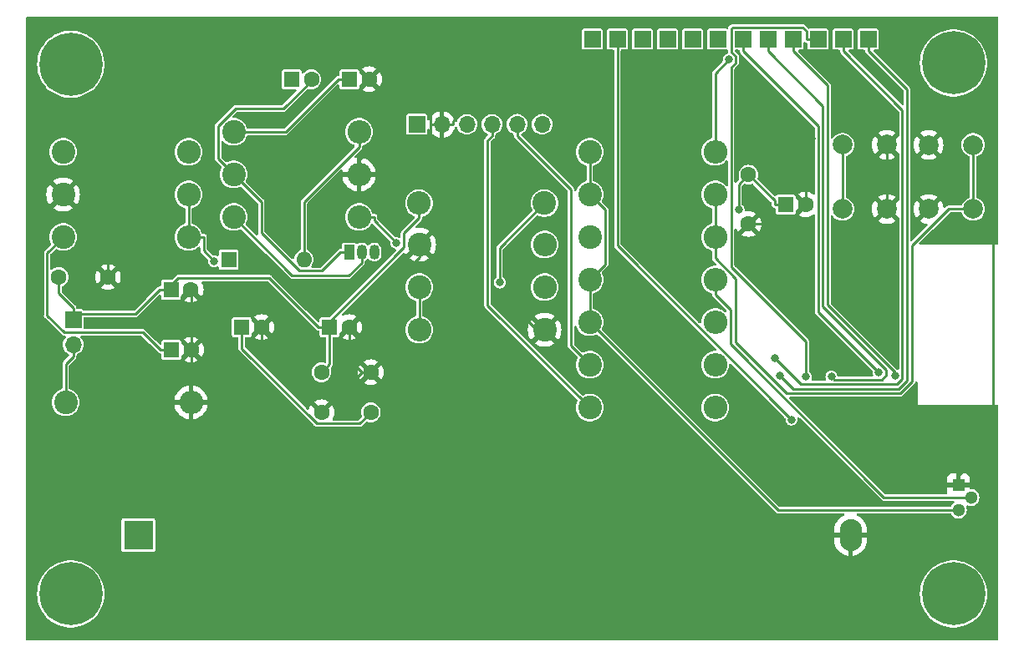
<source format=gbr>
G04 #@! TF.GenerationSoftware,KiCad,Pcbnew,7.0.9*
G04 #@! TF.CreationDate,2024-01-09T09:24:08+01:00*
G04 #@! TF.ProjectId,ltl,6c746c2e-6b69-4636-9164-5f7063625858,rev?*
G04 #@! TF.SameCoordinates,Original*
G04 #@! TF.FileFunction,Copper,L2,Bot*
G04 #@! TF.FilePolarity,Positive*
%FSLAX46Y46*%
G04 Gerber Fmt 4.6, Leading zero omitted, Abs format (unit mm)*
G04 Created by KiCad (PCBNEW 7.0.9) date 2024-01-09 09:24:08*
%MOMM*%
%LPD*%
G01*
G04 APERTURE LIST*
G04 #@! TA.AperFunction,ComponentPad*
%ADD10C,2.400000*%
G04 #@! TD*
G04 #@! TA.AperFunction,ComponentPad*
%ADD11O,2.400000X2.400000*%
G04 #@! TD*
G04 #@! TA.AperFunction,ComponentPad*
%ADD12R,1.300000X1.300000*%
G04 #@! TD*
G04 #@! TA.AperFunction,ComponentPad*
%ADD13C,1.300000*%
G04 #@! TD*
G04 #@! TA.AperFunction,ComponentPad*
%ADD14C,2.000000*%
G04 #@! TD*
G04 #@! TA.AperFunction,ComponentPad*
%ADD15R,3.000000X3.000000*%
G04 #@! TD*
G04 #@! TA.AperFunction,ComponentPad*
%ADD16O,2.262000X3.262000*%
G04 #@! TD*
G04 #@! TA.AperFunction,ComponentPad*
%ADD17R,1.600000X1.600000*%
G04 #@! TD*
G04 #@! TA.AperFunction,ComponentPad*
%ADD18C,1.600000*%
G04 #@! TD*
G04 #@! TA.AperFunction,ComponentPad*
%ADD19R,1.700000X1.700000*%
G04 #@! TD*
G04 #@! TA.AperFunction,ComponentPad*
%ADD20R,1.050000X1.500000*%
G04 #@! TD*
G04 #@! TA.AperFunction,ComponentPad*
%ADD21O,1.050000X1.500000*%
G04 #@! TD*
G04 #@! TA.AperFunction,ComponentPad*
%ADD22O,1.600000X1.600000*%
G04 #@! TD*
G04 #@! TA.AperFunction,ComponentPad*
%ADD23C,0.800000*%
G04 #@! TD*
G04 #@! TA.AperFunction,ComponentPad*
%ADD24C,6.400000*%
G04 #@! TD*
G04 #@! TA.AperFunction,ComponentPad*
%ADD25O,1.700000X1.700000*%
G04 #@! TD*
G04 #@! TA.AperFunction,ViaPad*
%ADD26C,0.800000*%
G04 #@! TD*
G04 #@! TA.AperFunction,Conductor*
%ADD27C,0.250000*%
G04 #@! TD*
G04 APERTURE END LIST*
D10*
X133350000Y-107721400D03*
D11*
X146050000Y-107721400D03*
D10*
X133350000Y-103378000D03*
D11*
X146050000Y-103378000D03*
D10*
X133350000Y-81788000D03*
D11*
X146050000Y-81788000D03*
D10*
X133350000Y-86106000D03*
D11*
X146050000Y-86106000D03*
D10*
X133350000Y-94742000D03*
D11*
X146050000Y-94742000D03*
D12*
X170688000Y-115570000D03*
D13*
X171958000Y-116840000D03*
X170688000Y-118110000D03*
D14*
X158949000Y-87576800D03*
X158949000Y-81076800D03*
X163449000Y-87576800D03*
X163449000Y-81076800D03*
D15*
X87630000Y-120650000D03*
D16*
X159766000Y-120650000D03*
D14*
X172176000Y-81078000D03*
X172176000Y-87578000D03*
X167676000Y-81078000D03*
X167676000Y-87578000D03*
D10*
X133350000Y-90424000D03*
D11*
X146050000Y-90424000D03*
D17*
X153194000Y-87122000D03*
D18*
X155194000Y-87122000D03*
X106172000Y-104140000D03*
X111172000Y-104140000D03*
D19*
X136144000Y-70358000D03*
D10*
X80010000Y-86106000D03*
D11*
X92710000Y-86106000D03*
D19*
X151384000Y-70358000D03*
D10*
X97282000Y-84074000D03*
D11*
X109982000Y-84074000D03*
D20*
X108966000Y-91948000D03*
D21*
X110236000Y-91948000D03*
X111506000Y-91948000D03*
D17*
X96774000Y-92710000D03*
D22*
X104394000Y-92710000D03*
D19*
X161544000Y-70358000D03*
D10*
X80010000Y-90424000D03*
D11*
X92710000Y-90424000D03*
D23*
X78372000Y-72898000D03*
X79074944Y-71200944D03*
X79074944Y-74595056D03*
X80772000Y-70498000D03*
D24*
X80772000Y-72898000D03*
D23*
X80772000Y-75298000D03*
X82469056Y-71200944D03*
X82469056Y-74595056D03*
X83172000Y-72898000D03*
D19*
X143764000Y-70358000D03*
D17*
X103156000Y-74422000D03*
D18*
X105156000Y-74422000D03*
X149428200Y-84103200D03*
X149428200Y-89103200D03*
D19*
X115824000Y-78994000D03*
D25*
X118364000Y-78994000D03*
X120904000Y-78994000D03*
X123444000Y-78994000D03*
X125984000Y-78994000D03*
X128524000Y-78994000D03*
D17*
X98104900Y-99568000D03*
D18*
X100104900Y-99568000D03*
D10*
X128778000Y-99822000D03*
D11*
X116078000Y-99822000D03*
D10*
X97282000Y-88392000D03*
D11*
X109982000Y-88392000D03*
D19*
X141224000Y-70358000D03*
D17*
X106994900Y-99568000D03*
D18*
X108994900Y-99568000D03*
D19*
X159004000Y-70358000D03*
X156464000Y-70358000D03*
D10*
X116078000Y-91186000D03*
D11*
X128778000Y-91186000D03*
D10*
X133350000Y-99060000D03*
D11*
X146050000Y-99060000D03*
D17*
X90932000Y-95758000D03*
D18*
X92932000Y-95758000D03*
D10*
X97282000Y-79756000D03*
D11*
X109982000Y-79756000D03*
D10*
X128752600Y-86995000D03*
D11*
X116052600Y-86995000D03*
D18*
X79542000Y-94488000D03*
X84542000Y-94488000D03*
D19*
X138684000Y-70358000D03*
X146304000Y-70358000D03*
D23*
X78372000Y-126619000D03*
X79074944Y-124921944D03*
X79074944Y-128316056D03*
X80772000Y-124219000D03*
D24*
X80772000Y-126619000D03*
D23*
X80772000Y-129019000D03*
X82469056Y-124921944D03*
X82469056Y-128316056D03*
X83172000Y-126619000D03*
D17*
X108998000Y-74422000D03*
D18*
X110998000Y-74422000D03*
D10*
X80010000Y-81788000D03*
D11*
X92710000Y-81788000D03*
D18*
X111172000Y-108204000D03*
X106172000Y-108204000D03*
D10*
X116078000Y-95504000D03*
D11*
X128778000Y-95504000D03*
D19*
X133604000Y-70358000D03*
X153924000Y-70358000D03*
D23*
X167780000Y-72771000D03*
X168482944Y-71073944D03*
X168482944Y-74468056D03*
X170180000Y-70371000D03*
D24*
X170180000Y-72771000D03*
D23*
X170180000Y-75171000D03*
X171877056Y-71073944D03*
X171877056Y-74468056D03*
X172580000Y-72771000D03*
X167780000Y-126619000D03*
X168482944Y-124921944D03*
X168482944Y-128316056D03*
X170180000Y-124219000D03*
D24*
X170180000Y-126619000D03*
D23*
X170180000Y-129019000D03*
X171877056Y-124921944D03*
X171877056Y-128316056D03*
X172580000Y-126619000D03*
D19*
X81026000Y-98801000D03*
D25*
X81026000Y-101341000D03*
D17*
X90964000Y-101854000D03*
D18*
X92964000Y-101854000D03*
D10*
X80264000Y-107188000D03*
D11*
X92964000Y-107188000D03*
D19*
X148844000Y-70358000D03*
D26*
X155790900Y-80424500D03*
X148418800Y-87664300D03*
X113781200Y-91035500D03*
X147415400Y-72438800D03*
X124214100Y-95042800D03*
X155240000Y-104602200D03*
X95291700Y-92872300D03*
X153769000Y-108939600D03*
X157819600Y-104602200D03*
X162620600Y-104151900D03*
X152612400Y-104495700D03*
X164267900Y-104520600D03*
X152100700Y-102711400D03*
D27*
X170688000Y-115570000D02*
X170688000Y-114594700D01*
X112353400Y-75777400D02*
X112353400Y-77774300D01*
X92932000Y-95758000D02*
X92964000Y-95790000D01*
X92964000Y-101854000D02*
X92964000Y-107188000D01*
X110236000Y-104140000D02*
X108994900Y-102898900D01*
X117188700Y-78994000D02*
X117188700Y-78186000D01*
X117627800Y-89636200D02*
X117627800Y-86412900D01*
X155194000Y-87260300D02*
X155194000Y-87122000D01*
X108994900Y-102898900D02*
X108994900Y-99568000D01*
X155194000Y-81021400D02*
X155194000Y-87122000D01*
X169033400Y-79720600D02*
X167676000Y-81078000D01*
X149428200Y-89103200D02*
X153351100Y-89103200D01*
X116777000Y-77774300D02*
X112353400Y-77774300D01*
X92964000Y-95790000D02*
X92964000Y-101854000D01*
X123444000Y-91052200D02*
X124627300Y-89868900D01*
X124627300Y-89868900D02*
X124627300Y-78500300D01*
X108994900Y-99568000D02*
X116078000Y-92484900D01*
X163449000Y-81076800D02*
X163449000Y-87576800D01*
X100104900Y-102136900D02*
X100104900Y-99568000D01*
X120347200Y-77818700D02*
X119539300Y-78626600D01*
X170688000Y-114594700D02*
X174194600Y-111088100D01*
X110998000Y-74422000D02*
X112353400Y-75777400D01*
X112353400Y-77774300D02*
X112353400Y-80177300D01*
X174194600Y-111088100D02*
X174194600Y-81193600D01*
X116078000Y-92484900D02*
X116078000Y-91186000D01*
X117627800Y-86412900D02*
X117188700Y-85973800D01*
X172721600Y-79720600D02*
X169033400Y-79720600D01*
X117188700Y-78186000D02*
X116777000Y-77774300D01*
X123444000Y-95334400D02*
X123444000Y-91052200D01*
X124627300Y-78500300D02*
X123945700Y-77818700D01*
X112353400Y-80177300D02*
X109982000Y-82548700D01*
X119539300Y-78626600D02*
X119539300Y-78994000D01*
X118364000Y-78994000D02*
X119539300Y-78994000D01*
X123945700Y-77818700D02*
X120347200Y-77818700D01*
X127931600Y-99822000D02*
X123444000Y-95334400D01*
X110236000Y-104140000D02*
X111172000Y-104140000D01*
X84542000Y-90638000D02*
X80010000Y-86106000D01*
X128778000Y-99822000D02*
X127931600Y-99822000D01*
X109982000Y-84074000D02*
X109982000Y-82548700D01*
X106172000Y-108204000D02*
X110236000Y-104140000D01*
X116078000Y-91186000D02*
X117627800Y-89636200D01*
X84542000Y-94488000D02*
X84542000Y-90638000D01*
X117188700Y-85973800D02*
X117188700Y-78994000D01*
X153351100Y-89103200D02*
X155194000Y-87260300D01*
X174194600Y-81193600D02*
X172721600Y-79720600D01*
X106172000Y-108204000D02*
X100104900Y-102136900D01*
X155790900Y-80424500D02*
X155194000Y-81021400D01*
X118364000Y-78994000D02*
X117188700Y-78994000D01*
X152068700Y-86743700D02*
X152068700Y-87122000D01*
X148418800Y-85112600D02*
X148418800Y-87664300D01*
X133350000Y-86106000D02*
X134901400Y-87657400D01*
X152400000Y-118110000D02*
X133350000Y-99060000D01*
X133350000Y-94742000D02*
X133350000Y-99060000D01*
X134901400Y-87657400D02*
X134901400Y-93190600D01*
X109982000Y-88392000D02*
X111507300Y-88392000D01*
X134901400Y-93190600D02*
X133350000Y-94742000D01*
X105714000Y-109347900D02*
X110028100Y-109347900D01*
X98104900Y-101738800D02*
X105714000Y-109347900D01*
X110028100Y-109347900D02*
X111172000Y-108204000D01*
X133350000Y-81788000D02*
X133350000Y-86106000D01*
X111507300Y-88761600D02*
X113781200Y-91035500D01*
X149428200Y-84103200D02*
X148418800Y-85112600D01*
X149428200Y-84103200D02*
X152068700Y-86743700D01*
X98104900Y-99568000D02*
X98104900Y-101738800D01*
X153194000Y-87122000D02*
X152068700Y-87122000D01*
X111507300Y-88392000D02*
X111507300Y-88761600D01*
X170688000Y-118110000D02*
X152400000Y-118110000D01*
X106432300Y-99568000D02*
X105869600Y-99568000D01*
X106994900Y-99568000D02*
X106432300Y-99568000D01*
X81026000Y-98213300D02*
X87351400Y-98213300D01*
X90932000Y-95758000D02*
X90498000Y-95758000D01*
X106994900Y-103317100D02*
X106994900Y-99568000D01*
X79542000Y-96141700D02*
X79542000Y-94488000D01*
X91652800Y-94603200D02*
X100904800Y-94603200D01*
X81026000Y-97625700D02*
X79542000Y-96141700D01*
X90498000Y-95758000D02*
X91652800Y-94603200D01*
X81026000Y-98801000D02*
X81026000Y-98213300D01*
X81026000Y-98213300D02*
X81026000Y-97625700D01*
X116052600Y-86995000D02*
X116052600Y-88520300D01*
X114527300Y-90045600D02*
X116052600Y-88520300D01*
X114527300Y-91473000D02*
X114527300Y-90045600D01*
X100904800Y-94603200D02*
X105869600Y-99568000D01*
X106432300Y-99568000D02*
X114527300Y-91473000D01*
X90498000Y-95758000D02*
X89806700Y-95758000D01*
X87351400Y-98213300D02*
X89806700Y-95758000D01*
X106172000Y-104140000D02*
X106994900Y-103317100D01*
X78387100Y-92046900D02*
X80010000Y-90424000D01*
X88059600Y-100074900D02*
X80094500Y-100074900D01*
X89838700Y-101854000D02*
X88059600Y-100074900D01*
X80094500Y-100074900D02*
X78387100Y-98367500D01*
X90964000Y-101854000D02*
X89838700Y-101854000D01*
X78387100Y-98367500D02*
X78387100Y-92046900D01*
X158949000Y-81076800D02*
X158949000Y-87576800D01*
X147415400Y-72438800D02*
X146050000Y-73804200D01*
X146050000Y-73804200D02*
X146050000Y-81788000D01*
X172176000Y-87578000D02*
X172176000Y-81078000D01*
X153298300Y-106291600D02*
X148118900Y-101112200D01*
X164796700Y-106291600D02*
X153298300Y-106291600D01*
X165975500Y-105112800D02*
X164796700Y-106291600D01*
X172176000Y-87578000D02*
X169679600Y-87578000D01*
X146050000Y-92584700D02*
X146050000Y-90424000D01*
X169679600Y-87578000D02*
X165975500Y-91282100D01*
X148118900Y-101112200D02*
X148118900Y-94653600D01*
X165975500Y-91282100D02*
X165975500Y-105112800D01*
X148118900Y-94653600D02*
X146050000Y-92584700D01*
X146050000Y-90424000D02*
X146050000Y-86106000D01*
X124214100Y-91533500D02*
X124214100Y-95042800D01*
X128752600Y-86995000D02*
X124214100Y-91533500D01*
X147668700Y-69315300D02*
X147801400Y-69182600D01*
X154921300Y-69182600D02*
X155288700Y-69550000D01*
X147668700Y-71666300D02*
X147668700Y-69315300D01*
X147668600Y-93457400D02*
X147668600Y-73211400D01*
X148140700Y-72138300D02*
X147668700Y-71666300D01*
X148140700Y-72739300D02*
X148140700Y-72138300D01*
X147801400Y-69182600D02*
X154921300Y-69182600D01*
X155288700Y-69550000D02*
X155288700Y-70358000D01*
X155240000Y-104602200D02*
X155240000Y-101028800D01*
X147668600Y-73211400D02*
X148140700Y-72739300D01*
X155240000Y-101028800D02*
X147668600Y-93457400D01*
X156464000Y-70358000D02*
X155288700Y-70358000D01*
X125984000Y-78994000D02*
X125984000Y-80169300D01*
X131444800Y-85630100D02*
X131444800Y-101472800D01*
X125984000Y-80169300D02*
X131444800Y-85630100D01*
X131444800Y-101472800D02*
X133350000Y-103378000D01*
X92710000Y-89661300D02*
X92710000Y-86106000D01*
X93472700Y-90424000D02*
X92710000Y-89661300D01*
X92710000Y-90424000D02*
X93472700Y-90424000D01*
X93472700Y-90424000D02*
X94235300Y-90424000D01*
X94235300Y-91815900D02*
X95291700Y-92872300D01*
X94235300Y-90424000D02*
X94235300Y-91815900D01*
X116078000Y-95504000D02*
X116078000Y-99822000D01*
X136144000Y-70358000D02*
X136144000Y-91314600D01*
X136144000Y-91314600D02*
X153769000Y-108939600D01*
X151384000Y-70358000D02*
X151384000Y-71533300D01*
X156966500Y-97472000D02*
X156966500Y-77115800D01*
X162935300Y-104877300D02*
X163383200Y-104429400D01*
X156966500Y-77115800D02*
X151384000Y-71533300D01*
X158094700Y-104877300D02*
X162935300Y-104877300D01*
X163383200Y-104429400D02*
X163383200Y-103888700D01*
X163383200Y-103888700D02*
X156966500Y-97472000D01*
X157819600Y-104602200D02*
X158094700Y-104877300D01*
X162620600Y-104151900D02*
X156516200Y-98047500D01*
X156516200Y-98047500D02*
X156516200Y-79205500D01*
X156516200Y-79205500D02*
X148844000Y-71533300D01*
X148844000Y-70358000D02*
X148844000Y-71533300D01*
X147575300Y-101267100D02*
X147575300Y-97792600D01*
X146050000Y-94742000D02*
X146050000Y-96267300D01*
X147575300Y-97792600D02*
X146050000Y-96267300D01*
X163148200Y-116840000D02*
X147575300Y-101267100D01*
X171958000Y-116840000D02*
X163148200Y-116840000D01*
X164635000Y-105816400D02*
X153933100Y-105816400D01*
X165469600Y-75458900D02*
X165469600Y-104981800D01*
X165469600Y-104981800D02*
X164635000Y-105816400D01*
X161544000Y-70358000D02*
X161544000Y-71533300D01*
X161544000Y-71533300D02*
X165469600Y-75458900D01*
X153933100Y-105816400D02*
X152612400Y-104495700D01*
X123444000Y-78994000D02*
X123444000Y-80169300D01*
X123444000Y-80169300D02*
X122993700Y-80619600D01*
X122993700Y-97365100D02*
X133350000Y-107721400D01*
X122993700Y-80619600D02*
X122993700Y-97365100D01*
X157416800Y-97285300D02*
X157416800Y-75026100D01*
X153924000Y-70358000D02*
X153924000Y-71533300D01*
X164267900Y-104136400D02*
X157416800Y-97285300D01*
X164267900Y-104520600D02*
X164267900Y-104136400D01*
X157416800Y-75026100D02*
X153924000Y-71533300D01*
X165001400Y-104813100D02*
X164486900Y-105327600D01*
X154716900Y-105327600D02*
X152100700Y-102711400D01*
X159004000Y-70358000D02*
X159004000Y-71533300D01*
X165001400Y-77530700D02*
X165001400Y-104813100D01*
X159004000Y-71533300D02*
X165001400Y-77530700D01*
X164486900Y-105327600D02*
X154716900Y-105327600D01*
X80264000Y-103278300D02*
X80264000Y-107188000D01*
X81026000Y-102516300D02*
X80264000Y-103278300D01*
X81026000Y-101341000D02*
X81026000Y-102516300D01*
X95714400Y-82506400D02*
X97282000Y-84074000D01*
X100074600Y-86866600D02*
X97282000Y-84074000D01*
X100074600Y-89983600D02*
X100074600Y-86866600D01*
X102341400Y-77377300D02*
X97488700Y-77377300D01*
X97488700Y-77377300D02*
X95714400Y-79151600D01*
X105156000Y-74422000D02*
X105156000Y-74562700D01*
X108115700Y-91948000D02*
X106202700Y-93861000D01*
X108966000Y-91948000D02*
X108115700Y-91948000D01*
X105156000Y-74562700D02*
X102341400Y-77377300D01*
X95714400Y-79151600D02*
X95714400Y-82506400D01*
X103952000Y-93861000D02*
X100074600Y-89983600D01*
X106202700Y-93861000D02*
X103952000Y-93861000D01*
X102538700Y-79756000D02*
X97282000Y-79756000D01*
X108948000Y-94311300D02*
X110236000Y-93023300D01*
X108998000Y-74422000D02*
X107872700Y-74422000D01*
X103201300Y-94311300D02*
X108948000Y-94311300D01*
X107872700Y-74422000D02*
X102538700Y-79756000D01*
X110236000Y-91948000D02*
X110236000Y-93023300D01*
X97282000Y-88392000D02*
X103201300Y-94311300D01*
X109982000Y-79756000D02*
X109982000Y-81281300D01*
X104394000Y-92710000D02*
X104394000Y-86869300D01*
X104394000Y-86869300D02*
X109982000Y-81281300D01*
G04 #@! TA.AperFunction,Conductor*
G36*
X174684539Y-68102185D02*
G01*
X174730294Y-68154989D01*
X174741500Y-68206500D01*
X174741500Y-91070000D01*
X174721815Y-91137039D01*
X174669011Y-91182794D01*
X174617500Y-91194000D01*
X166823288Y-91194000D01*
X166756249Y-91174315D01*
X166710494Y-91121511D01*
X166700550Y-91052353D01*
X166729575Y-90988797D01*
X166735607Y-90982319D01*
X168065649Y-89652278D01*
X169778108Y-87939819D01*
X169839431Y-87906334D01*
X169865789Y-87903500D01*
X170926825Y-87903500D01*
X170993864Y-87923185D01*
X171039619Y-87975989D01*
X171046091Y-87993565D01*
X171051768Y-88013519D01*
X171051775Y-88013537D01*
X171150936Y-88212679D01*
X171150943Y-88212691D01*
X171285020Y-88390238D01*
X171449437Y-88540123D01*
X171449439Y-88540125D01*
X171638595Y-88657245D01*
X171638596Y-88657245D01*
X171638599Y-88657247D01*
X171846060Y-88737618D01*
X172064757Y-88778500D01*
X172064759Y-88778500D01*
X172287241Y-88778500D01*
X172287243Y-88778500D01*
X172505940Y-88737618D01*
X172713401Y-88657247D01*
X172902562Y-88540124D01*
X173061207Y-88395500D01*
X173066979Y-88390238D01*
X173067886Y-88389038D01*
X173201058Y-88212689D01*
X173300229Y-88013528D01*
X173361115Y-87799536D01*
X173381643Y-87578000D01*
X173381642Y-87577994D01*
X173361115Y-87356464D01*
X173361114Y-87356462D01*
X173360930Y-87355816D01*
X173300229Y-87142472D01*
X173300224Y-87142461D01*
X173201061Y-86943316D01*
X173201056Y-86943308D01*
X173066979Y-86765761D01*
X172902562Y-86615876D01*
X172902560Y-86615874D01*
X172713404Y-86498754D01*
X172713398Y-86498751D01*
X172600260Y-86454922D01*
X172580704Y-86447346D01*
X172525305Y-86404774D01*
X172501714Y-86339007D01*
X172501500Y-86331720D01*
X172501500Y-82324280D01*
X172521185Y-82257241D01*
X172573989Y-82211486D01*
X172580693Y-82208658D01*
X172713401Y-82157247D01*
X172902562Y-82040124D01*
X173066981Y-81890236D01*
X173201058Y-81712689D01*
X173300229Y-81513528D01*
X173361115Y-81299536D01*
X173381643Y-81078000D01*
X173381642Y-81077994D01*
X173361115Y-80856464D01*
X173361114Y-80856462D01*
X173360773Y-80855264D01*
X173300229Y-80642472D01*
X173300224Y-80642461D01*
X173201061Y-80443316D01*
X173201056Y-80443308D01*
X173066979Y-80265761D01*
X172902562Y-80115876D01*
X172902560Y-80115874D01*
X172713404Y-79998754D01*
X172713398Y-79998752D01*
X172710303Y-79997553D01*
X172505940Y-79918382D01*
X172287243Y-79877500D01*
X172064757Y-79877500D01*
X171846060Y-79918382D01*
X171762997Y-79950561D01*
X171638601Y-79998752D01*
X171638595Y-79998754D01*
X171449439Y-80115874D01*
X171449437Y-80115876D01*
X171285020Y-80265761D01*
X171150943Y-80443308D01*
X171150938Y-80443316D01*
X171051775Y-80642461D01*
X171051769Y-80642476D01*
X170990885Y-80856462D01*
X170990884Y-80856464D01*
X170970357Y-81077999D01*
X170970357Y-81078000D01*
X170990884Y-81299535D01*
X170990885Y-81299537D01*
X171051769Y-81513523D01*
X171051775Y-81513538D01*
X171150938Y-81712683D01*
X171150943Y-81712691D01*
X171285020Y-81890238D01*
X171449437Y-82040123D01*
X171449439Y-82040125D01*
X171638595Y-82157245D01*
X171638601Y-82157248D01*
X171684050Y-82174855D01*
X171771295Y-82208653D01*
X171826695Y-82251226D01*
X171850286Y-82316993D01*
X171850500Y-82324280D01*
X171850500Y-86331720D01*
X171830815Y-86398759D01*
X171778011Y-86444514D01*
X171771306Y-86447341D01*
X171751740Y-86454922D01*
X171638601Y-86498751D01*
X171638595Y-86498754D01*
X171449439Y-86615874D01*
X171449437Y-86615876D01*
X171285020Y-86765761D01*
X171150943Y-86943308D01*
X171150936Y-86943320D01*
X171051775Y-87142462D01*
X171051768Y-87142480D01*
X171046091Y-87162435D01*
X171008811Y-87221528D01*
X170945502Y-87251085D01*
X170926825Y-87252500D01*
X169696510Y-87252500D01*
X169691106Y-87252264D01*
X169685593Y-87251781D01*
X169650792Y-87248736D01*
X169611705Y-87259210D01*
X169606425Y-87260381D01*
X169566557Y-87267411D01*
X169561583Y-87269221D01*
X169544718Y-87276207D01*
X169539913Y-87278447D01*
X169506762Y-87301659D01*
X169502203Y-87304563D01*
X169467145Y-87324805D01*
X169441123Y-87355816D01*
X169437468Y-87359804D01*
X169373224Y-87424047D01*
X169311900Y-87457531D01*
X169242209Y-87452546D01*
X169186275Y-87410675D01*
X169161966Y-87346601D01*
X169160612Y-87330260D01*
X169099587Y-87089282D01*
X168999731Y-86861630D01*
X168899434Y-86708116D01*
X168201929Y-87405622D01*
X168199116Y-87392085D01*
X168129558Y-87257844D01*
X168026362Y-87147348D01*
X167897181Y-87068791D01*
X167845997Y-87054450D01*
X168546057Y-86354390D01*
X168546056Y-86354389D01*
X168499229Y-86317943D01*
X168280614Y-86199635D01*
X168280603Y-86199630D01*
X168045493Y-86118916D01*
X167800293Y-86078000D01*
X167551707Y-86078000D01*
X167306506Y-86118916D01*
X167071396Y-86199630D01*
X167071390Y-86199632D01*
X166852761Y-86317949D01*
X166805942Y-86354388D01*
X166805942Y-86354390D01*
X167504431Y-87052878D01*
X167387542Y-87103651D01*
X167270261Y-87199066D01*
X167183072Y-87322585D01*
X167152645Y-87408197D01*
X166452564Y-86708116D01*
X166352267Y-86861632D01*
X166252412Y-87089282D01*
X166191387Y-87330261D01*
X166191385Y-87330270D01*
X166170859Y-87577994D01*
X166170859Y-87578005D01*
X166191385Y-87825729D01*
X166191387Y-87825738D01*
X166252412Y-88066717D01*
X166352266Y-88294364D01*
X166452564Y-88447882D01*
X167150070Y-87750376D01*
X167152884Y-87763915D01*
X167222442Y-87898156D01*
X167325638Y-88008652D01*
X167454819Y-88087209D01*
X167506002Y-88101549D01*
X166805942Y-88801609D01*
X166852768Y-88838055D01*
X166852770Y-88838056D01*
X167071385Y-88956364D01*
X167071396Y-88956369D01*
X167306507Y-89037083D01*
X167457697Y-89062312D01*
X167520582Y-89092762D01*
X167557022Y-89152377D01*
X167555447Y-89222229D01*
X167524969Y-89272302D01*
X166006781Y-90790491D01*
X165945458Y-90823976D01*
X165875766Y-90818992D01*
X165819833Y-90777120D01*
X165795416Y-90711656D01*
X165795100Y-90702810D01*
X165795100Y-81078005D01*
X166170859Y-81078005D01*
X166191385Y-81325729D01*
X166191387Y-81325738D01*
X166252412Y-81566717D01*
X166352266Y-81794364D01*
X166452564Y-81947882D01*
X167150070Y-81250376D01*
X167152884Y-81263915D01*
X167222442Y-81398156D01*
X167325638Y-81508652D01*
X167454819Y-81587209D01*
X167506002Y-81601549D01*
X166805942Y-82301609D01*
X166852768Y-82338055D01*
X166852770Y-82338056D01*
X167071385Y-82456364D01*
X167071396Y-82456369D01*
X167306506Y-82537083D01*
X167551707Y-82578000D01*
X167800293Y-82578000D01*
X168045493Y-82537083D01*
X168280603Y-82456369D01*
X168280614Y-82456364D01*
X168499228Y-82338057D01*
X168499231Y-82338055D01*
X168546056Y-82301609D01*
X167847568Y-81603121D01*
X167964458Y-81552349D01*
X168081739Y-81456934D01*
X168168928Y-81333415D01*
X168199354Y-81247802D01*
X168899434Y-81947882D01*
X168999731Y-81794369D01*
X169099587Y-81566717D01*
X169160612Y-81325738D01*
X169160614Y-81325729D01*
X169181141Y-81078005D01*
X169181141Y-81077994D01*
X169160614Y-80830270D01*
X169160612Y-80830261D01*
X169099587Y-80589282D01*
X168999731Y-80361630D01*
X168899434Y-80208116D01*
X168201929Y-80905622D01*
X168199116Y-80892085D01*
X168129558Y-80757844D01*
X168026362Y-80647348D01*
X167897181Y-80568791D01*
X167845997Y-80554450D01*
X168546057Y-79854390D01*
X168546056Y-79854389D01*
X168499229Y-79817943D01*
X168280614Y-79699635D01*
X168280603Y-79699630D01*
X168045493Y-79618916D01*
X167800293Y-79578000D01*
X167551707Y-79578000D01*
X167306506Y-79618916D01*
X167071396Y-79699630D01*
X167071390Y-79699632D01*
X166852761Y-79817949D01*
X166805942Y-79854388D01*
X166805942Y-79854390D01*
X167504431Y-80552878D01*
X167387542Y-80603651D01*
X167270261Y-80699066D01*
X167183072Y-80822585D01*
X167152645Y-80908197D01*
X166452564Y-80208116D01*
X166352267Y-80361632D01*
X166252412Y-80589282D01*
X166191387Y-80830261D01*
X166191385Y-80830270D01*
X166170859Y-81077994D01*
X166170859Y-81078005D01*
X165795100Y-81078005D01*
X165795100Y-75475820D01*
X165795336Y-75470413D01*
X165798864Y-75430093D01*
X165792950Y-75408023D01*
X165788382Y-75390976D01*
X165787216Y-75385718D01*
X165780188Y-75345855D01*
X165780186Y-75345852D01*
X165780186Y-75345850D01*
X165778360Y-75340833D01*
X165771420Y-75324076D01*
X165769154Y-75319219D01*
X165769154Y-75319216D01*
X165745939Y-75286062D01*
X165743033Y-75281499D01*
X165722796Y-75246448D01*
X165722795Y-75246447D01*
X165722794Y-75246445D01*
X165691777Y-75220418D01*
X165687793Y-75216767D01*
X163242028Y-72771002D01*
X166774506Y-72771002D01*
X166794469Y-73139196D01*
X166794470Y-73139213D01*
X166854122Y-73503068D01*
X166854128Y-73503094D01*
X166952768Y-73858365D01*
X166952770Y-73858371D01*
X166952772Y-73858377D01*
X166952773Y-73858379D01*
X166954798Y-73863462D01*
X167089255Y-74200926D01*
X167089261Y-74200938D01*
X167261973Y-74526708D01*
X167261976Y-74526713D01*
X167261978Y-74526716D01*
X167323958Y-74618129D01*
X167468909Y-74831916D01*
X167652488Y-75048041D01*
X167707627Y-75112956D01*
X167975330Y-75366538D01*
X168268881Y-75589690D01*
X168584838Y-75779795D01*
X168584840Y-75779796D01*
X168584842Y-75779797D01*
X168584846Y-75779799D01*
X168859348Y-75906797D01*
X168919497Y-75934625D01*
X169268934Y-76052364D01*
X169629052Y-76131632D01*
X169995630Y-76171500D01*
X169995636Y-76171500D01*
X170364364Y-76171500D01*
X170364370Y-76171500D01*
X170730948Y-76131632D01*
X171091066Y-76052364D01*
X171440503Y-75934625D01*
X171775162Y-75779795D01*
X172091119Y-75589690D01*
X172384670Y-75366538D01*
X172652373Y-75112956D01*
X172891090Y-74831917D01*
X173098022Y-74526716D01*
X173270743Y-74200930D01*
X173407227Y-73858379D01*
X173413930Y-73834239D01*
X173430268Y-73775393D01*
X173505875Y-73503081D01*
X173531590Y-73346226D01*
X173565529Y-73139213D01*
X173565529Y-73139210D01*
X173565531Y-73139199D01*
X173585494Y-72771000D01*
X173565531Y-72402801D01*
X173526693Y-72165905D01*
X173505877Y-72038931D01*
X173505876Y-72038930D01*
X173505875Y-72038919D01*
X173442492Y-71810634D01*
X173407231Y-71683634D01*
X173407229Y-71683628D01*
X173407228Y-71683627D01*
X173407227Y-71683621D01*
X173270743Y-71341070D01*
X173098022Y-71015284D01*
X172891090Y-70710083D01*
X172652373Y-70429044D01*
X172384670Y-70175462D01*
X172091119Y-69952310D01*
X171775162Y-69762205D01*
X171775161Y-69762204D01*
X171775157Y-69762202D01*
X171775153Y-69762200D01*
X171440513Y-69607379D01*
X171440508Y-69607377D01*
X171440503Y-69607375D01*
X171232727Y-69537367D01*
X171091065Y-69489635D01*
X170730946Y-69410367D01*
X170364371Y-69370500D01*
X170364370Y-69370500D01*
X169995630Y-69370500D01*
X169995628Y-69370500D01*
X169629053Y-69410367D01*
X169268934Y-69489635D01*
X168998995Y-69580589D01*
X168919497Y-69607375D01*
X168919494Y-69607376D01*
X168919486Y-69607379D01*
X168584846Y-69762200D01*
X168584842Y-69762202D01*
X168373771Y-69889200D01*
X168268881Y-69952310D01*
X168168410Y-70028685D01*
X167975330Y-70175461D01*
X167975330Y-70175462D01*
X167707626Y-70429044D01*
X167468909Y-70710083D01*
X167261979Y-71015282D01*
X167261973Y-71015291D01*
X167089261Y-71341061D01*
X167089255Y-71341073D01*
X166952770Y-71683628D01*
X166952768Y-71683634D01*
X166854128Y-72038905D01*
X166854122Y-72038931D01*
X166794470Y-72402786D01*
X166794469Y-72402803D01*
X166774506Y-72770997D01*
X166774506Y-72771002D01*
X163242028Y-72771002D01*
X162091207Y-71620181D01*
X162057722Y-71558858D01*
X162062706Y-71489166D01*
X162104578Y-71433233D01*
X162170042Y-71408816D01*
X162178888Y-71408500D01*
X162413750Y-71408500D01*
X162413751Y-71408499D01*
X162435009Y-71404271D01*
X162472229Y-71396868D01*
X162472229Y-71396867D01*
X162472231Y-71396867D01*
X162538552Y-71352552D01*
X162582867Y-71286231D01*
X162582867Y-71286229D01*
X162582868Y-71286229D01*
X162594499Y-71227752D01*
X162594500Y-71227750D01*
X162594500Y-69488249D01*
X162594499Y-69488247D01*
X162582868Y-69429770D01*
X162582867Y-69429769D01*
X162538552Y-69363447D01*
X162472230Y-69319132D01*
X162472229Y-69319131D01*
X162413752Y-69307500D01*
X162413748Y-69307500D01*
X160674252Y-69307500D01*
X160674247Y-69307500D01*
X160615770Y-69319131D01*
X160615769Y-69319132D01*
X160549447Y-69363447D01*
X160505132Y-69429769D01*
X160505131Y-69429770D01*
X160493500Y-69488247D01*
X160493500Y-71227752D01*
X160505131Y-71286229D01*
X160505132Y-71286230D01*
X160549447Y-71352552D01*
X160615769Y-71396867D01*
X160615770Y-71396868D01*
X160674247Y-71408499D01*
X160674250Y-71408500D01*
X160674252Y-71408500D01*
X161092853Y-71408500D01*
X161159892Y-71428185D01*
X161205647Y-71480989D01*
X161216381Y-71543311D01*
X161214735Y-71562109D01*
X161225212Y-71601210D01*
X161226383Y-71606490D01*
X161233411Y-71646343D01*
X161235235Y-71651355D01*
X161242197Y-71668161D01*
X161244445Y-71672981D01*
X161244446Y-71672984D01*
X161251894Y-71683621D01*
X161267655Y-71706131D01*
X161270561Y-71710692D01*
X161290806Y-71745755D01*
X161321815Y-71771775D01*
X161325805Y-71775431D01*
X165107781Y-75557407D01*
X165141266Y-75618730D01*
X165144100Y-75645088D01*
X165144100Y-76913711D01*
X165124415Y-76980750D01*
X165071611Y-77026505D01*
X165002453Y-77036449D01*
X164938897Y-77007424D01*
X164932419Y-77001392D01*
X159551207Y-71620181D01*
X159517722Y-71558858D01*
X159522706Y-71489166D01*
X159564578Y-71433233D01*
X159630042Y-71408816D01*
X159638888Y-71408500D01*
X159873750Y-71408500D01*
X159873751Y-71408499D01*
X159895009Y-71404271D01*
X159932229Y-71396868D01*
X159932229Y-71396867D01*
X159932231Y-71396867D01*
X159998552Y-71352552D01*
X160042867Y-71286231D01*
X160042867Y-71286229D01*
X160042868Y-71286229D01*
X160054499Y-71227752D01*
X160054500Y-71227750D01*
X160054500Y-69488249D01*
X160054499Y-69488247D01*
X160042868Y-69429770D01*
X160042867Y-69429769D01*
X159998552Y-69363447D01*
X159932230Y-69319132D01*
X159932229Y-69319131D01*
X159873752Y-69307500D01*
X159873748Y-69307500D01*
X158134252Y-69307500D01*
X158134247Y-69307500D01*
X158075770Y-69319131D01*
X158075769Y-69319132D01*
X158009447Y-69363447D01*
X157965132Y-69429769D01*
X157965131Y-69429770D01*
X157953500Y-69488247D01*
X157953500Y-71227752D01*
X157965131Y-71286229D01*
X157965132Y-71286230D01*
X158009447Y-71352552D01*
X158075769Y-71396867D01*
X158075770Y-71396868D01*
X158134247Y-71408499D01*
X158134250Y-71408500D01*
X158134252Y-71408500D01*
X158552853Y-71408500D01*
X158619892Y-71428185D01*
X158665647Y-71480989D01*
X158676381Y-71543311D01*
X158674735Y-71562109D01*
X158685212Y-71601210D01*
X158686383Y-71606490D01*
X158693411Y-71646343D01*
X158695235Y-71651355D01*
X158702197Y-71668161D01*
X158704445Y-71672981D01*
X158704446Y-71672984D01*
X158711894Y-71683621D01*
X158727655Y-71706131D01*
X158730561Y-71710692D01*
X158750806Y-71745755D01*
X158781815Y-71771775D01*
X158785805Y-71775431D01*
X164639581Y-77629207D01*
X164673066Y-77690530D01*
X164675900Y-77716888D01*
X164675900Y-80152090D01*
X164656215Y-80219129D01*
X164639581Y-80239771D01*
X163974929Y-80904422D01*
X163972116Y-80890885D01*
X163902558Y-80756644D01*
X163799362Y-80646148D01*
X163670181Y-80567591D01*
X163618997Y-80553250D01*
X164319057Y-79853190D01*
X164319056Y-79853189D01*
X164272229Y-79816743D01*
X164053614Y-79698435D01*
X164053603Y-79698430D01*
X163818493Y-79617716D01*
X163573293Y-79576800D01*
X163324707Y-79576800D01*
X163079506Y-79617716D01*
X162844396Y-79698430D01*
X162844390Y-79698432D01*
X162625761Y-79816749D01*
X162578942Y-79853188D01*
X162578942Y-79853190D01*
X163277431Y-80551678D01*
X163160542Y-80602451D01*
X163043261Y-80697866D01*
X162956072Y-80821385D01*
X162925645Y-80906997D01*
X162225564Y-80206916D01*
X162125267Y-80360432D01*
X162025412Y-80588082D01*
X161964387Y-80829061D01*
X161964385Y-80829070D01*
X161943859Y-81076794D01*
X161943859Y-81076805D01*
X161964385Y-81324529D01*
X161964387Y-81324538D01*
X162025412Y-81565517D01*
X162125266Y-81793164D01*
X162225564Y-81946682D01*
X162923070Y-81249176D01*
X162925884Y-81262715D01*
X162995442Y-81396956D01*
X163098638Y-81507452D01*
X163227819Y-81586009D01*
X163279002Y-81600349D01*
X162578942Y-82300409D01*
X162625768Y-82336855D01*
X162625770Y-82336856D01*
X162844385Y-82455164D01*
X162844396Y-82455169D01*
X163079506Y-82535883D01*
X163324707Y-82576800D01*
X163573293Y-82576800D01*
X163818493Y-82535883D01*
X164053603Y-82455169D01*
X164053614Y-82455164D01*
X164272228Y-82336857D01*
X164272231Y-82336855D01*
X164319056Y-82300409D01*
X163620568Y-81601921D01*
X163737458Y-81551149D01*
X163854739Y-81455734D01*
X163941928Y-81332215D01*
X163972354Y-81246601D01*
X164639581Y-81913828D01*
X164673066Y-81975151D01*
X164675900Y-82001509D01*
X164675900Y-86652090D01*
X164656215Y-86719129D01*
X164639581Y-86739771D01*
X163974929Y-87404422D01*
X163972116Y-87390885D01*
X163902558Y-87256644D01*
X163799362Y-87146148D01*
X163670181Y-87067591D01*
X163618997Y-87053250D01*
X164319057Y-86353190D01*
X164319056Y-86353189D01*
X164272229Y-86316743D01*
X164053614Y-86198435D01*
X164053603Y-86198430D01*
X163818493Y-86117716D01*
X163573293Y-86076800D01*
X163324707Y-86076800D01*
X163079506Y-86117716D01*
X162844396Y-86198430D01*
X162844390Y-86198432D01*
X162625761Y-86316749D01*
X162578942Y-86353188D01*
X162578942Y-86353190D01*
X163277431Y-87051678D01*
X163160542Y-87102451D01*
X163043261Y-87197866D01*
X162956072Y-87321385D01*
X162925645Y-87406997D01*
X162225564Y-86706916D01*
X162125267Y-86860432D01*
X162025412Y-87088082D01*
X161964387Y-87329061D01*
X161964385Y-87329070D01*
X161943859Y-87576794D01*
X161943859Y-87576805D01*
X161964385Y-87824529D01*
X161964387Y-87824538D01*
X162025412Y-88065517D01*
X162125266Y-88293164D01*
X162225564Y-88446682D01*
X162923070Y-87749176D01*
X162925884Y-87762715D01*
X162995442Y-87896956D01*
X163098638Y-88007452D01*
X163227819Y-88086009D01*
X163279002Y-88100349D01*
X162578942Y-88800409D01*
X162625768Y-88836855D01*
X162625770Y-88836856D01*
X162844385Y-88955164D01*
X162844396Y-88955169D01*
X163079506Y-89035883D01*
X163324707Y-89076800D01*
X163573293Y-89076800D01*
X163818493Y-89035883D01*
X164053603Y-88955169D01*
X164053614Y-88955164D01*
X164272228Y-88836857D01*
X164272231Y-88836855D01*
X164319056Y-88800409D01*
X163620568Y-88101921D01*
X163737458Y-88051149D01*
X163854739Y-87955734D01*
X163941928Y-87832215D01*
X163972354Y-87746601D01*
X164639581Y-88413828D01*
X164673066Y-88475151D01*
X164675900Y-88501509D01*
X164675900Y-103784712D01*
X164656215Y-103851751D01*
X164603411Y-103897506D01*
X164534253Y-103907450D01*
X164470697Y-103878425D01*
X164464219Y-103872393D01*
X157778619Y-97186793D01*
X157745134Y-97125470D01*
X157742300Y-97099112D01*
X157742300Y-88340922D01*
X157761985Y-88273883D01*
X157814789Y-88228128D01*
X157883947Y-88218184D01*
X157947503Y-88247209D01*
X157965254Y-88266195D01*
X158058020Y-88389038D01*
X158222437Y-88538923D01*
X158222439Y-88538925D01*
X158411595Y-88656045D01*
X158411596Y-88656045D01*
X158411599Y-88656047D01*
X158619060Y-88736418D01*
X158837757Y-88777300D01*
X158837759Y-88777300D01*
X159060241Y-88777300D01*
X159060243Y-88777300D01*
X159278940Y-88736418D01*
X159486401Y-88656047D01*
X159675562Y-88538924D01*
X159836737Y-88391993D01*
X159839979Y-88389038D01*
X159842666Y-88385481D01*
X159974058Y-88211489D01*
X160073229Y-88012328D01*
X160134115Y-87798336D01*
X160154643Y-87576800D01*
X160154642Y-87576794D01*
X160134115Y-87355264D01*
X160134114Y-87355262D01*
X160134031Y-87354971D01*
X160073229Y-87141272D01*
X160072555Y-87139918D01*
X159974061Y-86942116D01*
X159974056Y-86942108D01*
X159839979Y-86764561D01*
X159675562Y-86614676D01*
X159675560Y-86614674D01*
X159486404Y-86497554D01*
X159486398Y-86497551D01*
X159388312Y-86459553D01*
X159353704Y-86446146D01*
X159298305Y-86403574D01*
X159274714Y-86337807D01*
X159274500Y-86330520D01*
X159274500Y-82323080D01*
X159294185Y-82256041D01*
X159346989Y-82210286D01*
X159353693Y-82207458D01*
X159486401Y-82156047D01*
X159675562Y-82038924D01*
X159815282Y-81911551D01*
X159839979Y-81889038D01*
X159876315Y-81840922D01*
X159974058Y-81711489D01*
X160073229Y-81512328D01*
X160134115Y-81298336D01*
X160154643Y-81076800D01*
X160154642Y-81076794D01*
X160134115Y-80855264D01*
X160134114Y-80855262D01*
X160127003Y-80830270D01*
X160073229Y-80641272D01*
X160069515Y-80633813D01*
X159974061Y-80442116D01*
X159974056Y-80442108D01*
X159839979Y-80264561D01*
X159675562Y-80114676D01*
X159675560Y-80114674D01*
X159486404Y-79997554D01*
X159486398Y-79997552D01*
X159278940Y-79917182D01*
X159060243Y-79876300D01*
X158837757Y-79876300D01*
X158619060Y-79917182D01*
X158558947Y-79940470D01*
X158411601Y-79997552D01*
X158411595Y-79997554D01*
X158222439Y-80114674D01*
X158222437Y-80114676D01*
X158058020Y-80264561D01*
X157965254Y-80387404D01*
X157909145Y-80429040D01*
X157839433Y-80433731D01*
X157778251Y-80399989D01*
X157745024Y-80338526D01*
X157742300Y-80312677D01*
X157742300Y-75043012D01*
X157742536Y-75037606D01*
X157746063Y-74997291D01*
X157735585Y-74958190D01*
X157734418Y-74952930D01*
X157727388Y-74913055D01*
X157727387Y-74913053D01*
X157725560Y-74908033D01*
X157718620Y-74891276D01*
X157716354Y-74886419D01*
X157716354Y-74886416D01*
X157693139Y-74853262D01*
X157690233Y-74848699D01*
X157669996Y-74813648D01*
X157669995Y-74813647D01*
X157669994Y-74813645D01*
X157638977Y-74787618D01*
X157634993Y-74783967D01*
X154471207Y-71620181D01*
X154437722Y-71558858D01*
X154442706Y-71489166D01*
X154484578Y-71433233D01*
X154550042Y-71408816D01*
X154558888Y-71408500D01*
X154793750Y-71408500D01*
X154793751Y-71408499D01*
X154815009Y-71404271D01*
X154852229Y-71396868D01*
X154852229Y-71396867D01*
X154852231Y-71396867D01*
X154918552Y-71352552D01*
X154962867Y-71286231D01*
X154962867Y-71286229D01*
X154962868Y-71286229D01*
X154974499Y-71227752D01*
X154974500Y-71227750D01*
X154974500Y-70767225D01*
X154994185Y-70700186D01*
X155046989Y-70654431D01*
X155116147Y-70644487D01*
X155160497Y-70659837D01*
X155175655Y-70668588D01*
X155193447Y-70671724D01*
X155214321Y-70677317D01*
X155231306Y-70683500D01*
X155260225Y-70683500D01*
X155289500Y-70683500D01*
X155356539Y-70703185D01*
X155402294Y-70755989D01*
X155413500Y-70807500D01*
X155413500Y-71227752D01*
X155425131Y-71286229D01*
X155425132Y-71286230D01*
X155469447Y-71352552D01*
X155535769Y-71396867D01*
X155535770Y-71396868D01*
X155594247Y-71408499D01*
X155594250Y-71408500D01*
X155594252Y-71408500D01*
X157333750Y-71408500D01*
X157333751Y-71408499D01*
X157355009Y-71404271D01*
X157392229Y-71396868D01*
X157392229Y-71396867D01*
X157392231Y-71396867D01*
X157458552Y-71352552D01*
X157502867Y-71286231D01*
X157502867Y-71286229D01*
X157502868Y-71286229D01*
X157514499Y-71227752D01*
X157514500Y-71227750D01*
X157514500Y-69488249D01*
X157514499Y-69488247D01*
X157502868Y-69429770D01*
X157502867Y-69429769D01*
X157458552Y-69363447D01*
X157392230Y-69319132D01*
X157392229Y-69319131D01*
X157333752Y-69307500D01*
X157333748Y-69307500D01*
X155594252Y-69307500D01*
X155594250Y-69307500D01*
X155586078Y-69309125D01*
X155516487Y-69302893D01*
X155474213Y-69275187D01*
X155336932Y-69137906D01*
X155163419Y-68964393D01*
X155159774Y-68960414D01*
X155133756Y-68929407D01*
X155133755Y-68929406D01*
X155122358Y-68922826D01*
X155098692Y-68909161D01*
X155094131Y-68906255D01*
X155080987Y-68897052D01*
X155060984Y-68883046D01*
X155060981Y-68883045D01*
X155056161Y-68880797D01*
X155039355Y-68873835D01*
X155034343Y-68872011D01*
X154994490Y-68864983D01*
X154989210Y-68863812D01*
X154950108Y-68853335D01*
X154915192Y-68856390D01*
X154909781Y-68856864D01*
X154904378Y-68857100D01*
X147818313Y-68857100D01*
X147812911Y-68856864D01*
X147805526Y-68856218D01*
X147772592Y-68853336D01*
X147772591Y-68853336D01*
X147733499Y-68863811D01*
X147728219Y-68864982D01*
X147688354Y-68872012D01*
X147683362Y-68873829D01*
X147666517Y-68880806D01*
X147661713Y-68883046D01*
X147628566Y-68906256D01*
X147624006Y-68909162D01*
X147588948Y-68929404D01*
X147588940Y-68929410D01*
X147562923Y-68960415D01*
X147559269Y-68964404D01*
X147450503Y-69073170D01*
X147446514Y-69076825D01*
X147415505Y-69102845D01*
X147395262Y-69137906D01*
X147392356Y-69142466D01*
X147369146Y-69175613D01*
X147366906Y-69180417D01*
X147359929Y-69197261D01*
X147358112Y-69202254D01*
X147355943Y-69214556D01*
X147324914Y-69277158D01*
X147264966Y-69313046D01*
X147209638Y-69314638D01*
X147173749Y-69307500D01*
X147173748Y-69307500D01*
X145434252Y-69307500D01*
X145434247Y-69307500D01*
X145375770Y-69319131D01*
X145375769Y-69319132D01*
X145309447Y-69363447D01*
X145265132Y-69429769D01*
X145265131Y-69429770D01*
X145253500Y-69488247D01*
X145253500Y-71227752D01*
X145265131Y-71286229D01*
X145265132Y-71286230D01*
X145309447Y-71352552D01*
X145375769Y-71396867D01*
X145375770Y-71396868D01*
X145434247Y-71408499D01*
X145434250Y-71408500D01*
X145434252Y-71408500D01*
X147173748Y-71408500D01*
X147195007Y-71404271D01*
X147264598Y-71410497D01*
X147319776Y-71453359D01*
X147343022Y-71519248D01*
X147343200Y-71525888D01*
X147343200Y-71649378D01*
X147342964Y-71654785D01*
X147339435Y-71695107D01*
X147341592Y-71703156D01*
X147339929Y-71773006D01*
X147300765Y-71830868D01*
X147265488Y-71849055D01*
X147266147Y-71850646D01*
X147258639Y-71853755D01*
X147258638Y-71853756D01*
X147210308Y-71873774D01*
X147112560Y-71914263D01*
X146987118Y-72010518D01*
X146890863Y-72135960D01*
X146830356Y-72282037D01*
X146830355Y-72282039D01*
X146809718Y-72438798D01*
X146809718Y-72438801D01*
X146818646Y-72506618D01*
X146807880Y-72575653D01*
X146783388Y-72610484D01*
X145831803Y-73562070D01*
X145827814Y-73565725D01*
X145796805Y-73591745D01*
X145776562Y-73626806D01*
X145773656Y-73631366D01*
X145750446Y-73664513D01*
X145748206Y-73669317D01*
X145741229Y-73686161D01*
X145739410Y-73691159D01*
X145732383Y-73731011D01*
X145731212Y-73736291D01*
X145720735Y-73775391D01*
X145722443Y-73794905D01*
X145723971Y-73812372D01*
X145724264Y-73815713D01*
X145724500Y-73821120D01*
X145724500Y-80330479D01*
X145704815Y-80397518D01*
X145652011Y-80443273D01*
X145640763Y-80447760D01*
X145485504Y-80501061D01*
X145485495Y-80501064D01*
X145281371Y-80611531D01*
X145281365Y-80611535D01*
X145098222Y-80754081D01*
X145098219Y-80754084D01*
X145098216Y-80754086D01*
X145098216Y-80754087D01*
X145065239Y-80789910D01*
X144941016Y-80924852D01*
X144814075Y-81119151D01*
X144720842Y-81331699D01*
X144663866Y-81556691D01*
X144663864Y-81556702D01*
X144644700Y-81787993D01*
X144644700Y-81788006D01*
X144663864Y-82019297D01*
X144663866Y-82019308D01*
X144720842Y-82244300D01*
X144814075Y-82456848D01*
X144941016Y-82651147D01*
X144941019Y-82651151D01*
X144941021Y-82651153D01*
X145098216Y-82821913D01*
X145098219Y-82821915D01*
X145098222Y-82821918D01*
X145281365Y-82964464D01*
X145281371Y-82964468D01*
X145281374Y-82964470D01*
X145485497Y-83074936D01*
X145598328Y-83113671D01*
X145705015Y-83150297D01*
X145705017Y-83150297D01*
X145705019Y-83150298D01*
X145933951Y-83188500D01*
X145933952Y-83188500D01*
X146166048Y-83188500D01*
X146166049Y-83188500D01*
X146394981Y-83150298D01*
X146614503Y-83074936D01*
X146818626Y-82964470D01*
X147001784Y-82821913D01*
X147127871Y-82684945D01*
X147187757Y-82648955D01*
X147257595Y-82651055D01*
X147315211Y-82690578D01*
X147342313Y-82754978D01*
X147343100Y-82768928D01*
X147343100Y-85125071D01*
X147323415Y-85192110D01*
X147270611Y-85237865D01*
X147201453Y-85247809D01*
X147137897Y-85218784D01*
X147127870Y-85209054D01*
X147112272Y-85192110D01*
X147001784Y-85072087D01*
X147001779Y-85072083D01*
X147001777Y-85072081D01*
X146818634Y-84929535D01*
X146818628Y-84929531D01*
X146614504Y-84819064D01*
X146614495Y-84819061D01*
X146394984Y-84743702D01*
X146223282Y-84715050D01*
X146166049Y-84705500D01*
X145933951Y-84705500D01*
X145888164Y-84713140D01*
X145705015Y-84743702D01*
X145485504Y-84819061D01*
X145485495Y-84819064D01*
X145281371Y-84929531D01*
X145281365Y-84929535D01*
X145098222Y-85072081D01*
X145098219Y-85072084D01*
X145098216Y-85072086D01*
X145098216Y-85072087D01*
X145078959Y-85093006D01*
X144941016Y-85242852D01*
X144814075Y-85437151D01*
X144720842Y-85649699D01*
X144663866Y-85874691D01*
X144663864Y-85874702D01*
X144644700Y-86105993D01*
X144644700Y-86106006D01*
X144663864Y-86337297D01*
X144663866Y-86337308D01*
X144720842Y-86562300D01*
X144814075Y-86774848D01*
X144941016Y-86969147D01*
X144941019Y-86969151D01*
X144941021Y-86969153D01*
X145098216Y-87139913D01*
X145098219Y-87139915D01*
X145098222Y-87139918D01*
X145281365Y-87282464D01*
X145281371Y-87282468D01*
X145281374Y-87282470D01*
X145485497Y-87392936D01*
X145600991Y-87432585D01*
X145640763Y-87446239D01*
X145697778Y-87486624D01*
X145723909Y-87551424D01*
X145724500Y-87563520D01*
X145724500Y-88966479D01*
X145704815Y-89033518D01*
X145652011Y-89079273D01*
X145640763Y-89083760D01*
X145485504Y-89137061D01*
X145485495Y-89137064D01*
X145281371Y-89247531D01*
X145281365Y-89247535D01*
X145098222Y-89390081D01*
X145098219Y-89390084D01*
X145098216Y-89390086D01*
X145098216Y-89390087D01*
X145054928Y-89437111D01*
X144941016Y-89560852D01*
X144814075Y-89755151D01*
X144720842Y-89967699D01*
X144663866Y-90192691D01*
X144663864Y-90192702D01*
X144644700Y-90423993D01*
X144644700Y-90424006D01*
X144663864Y-90655297D01*
X144663866Y-90655308D01*
X144720842Y-90880300D01*
X144814075Y-91092848D01*
X144941016Y-91287147D01*
X144941019Y-91287151D01*
X144941021Y-91287153D01*
X145098216Y-91457913D01*
X145098219Y-91457915D01*
X145098222Y-91457918D01*
X145281365Y-91600464D01*
X145281371Y-91600468D01*
X145281374Y-91600470D01*
X145383574Y-91655778D01*
X145482843Y-91709500D01*
X145485497Y-91710936D01*
X145540458Y-91729804D01*
X145640763Y-91764239D01*
X145697778Y-91804624D01*
X145723909Y-91869424D01*
X145724500Y-91881520D01*
X145724500Y-92567778D01*
X145724264Y-92573185D01*
X145720735Y-92613508D01*
X145731212Y-92652610D01*
X145732383Y-92657890D01*
X145739411Y-92697743D01*
X145741235Y-92702755D01*
X145748197Y-92719561D01*
X145750445Y-92724381D01*
X145750446Y-92724384D01*
X145764079Y-92743854D01*
X145773655Y-92757531D01*
X145776561Y-92762092D01*
X145796806Y-92797155D01*
X145827815Y-92823175D01*
X145831805Y-92826831D01*
X146134793Y-93129819D01*
X146168278Y-93191142D01*
X146163294Y-93260834D01*
X146121422Y-93316767D01*
X146055958Y-93341184D01*
X146047112Y-93341500D01*
X145933951Y-93341500D01*
X145888164Y-93349140D01*
X145705015Y-93379702D01*
X145485504Y-93455061D01*
X145485495Y-93455064D01*
X145281371Y-93565531D01*
X145281365Y-93565535D01*
X145098222Y-93708081D01*
X145098219Y-93708084D01*
X144941016Y-93878852D01*
X144814075Y-94073151D01*
X144720842Y-94285699D01*
X144663866Y-94510691D01*
X144663864Y-94510702D01*
X144644700Y-94741993D01*
X144644700Y-94742006D01*
X144663864Y-94973297D01*
X144663866Y-94973308D01*
X144720842Y-95198300D01*
X144814075Y-95410848D01*
X144941016Y-95605147D01*
X144941019Y-95605151D01*
X144941021Y-95605153D01*
X145098216Y-95775913D01*
X145098219Y-95775915D01*
X145098222Y-95775918D01*
X145281365Y-95918464D01*
X145281371Y-95918468D01*
X145281374Y-95918470D01*
X145485497Y-96028936D01*
X145605089Y-96069992D01*
X145640763Y-96082239D01*
X145697778Y-96122624D01*
X145723909Y-96187424D01*
X145724500Y-96199520D01*
X145724500Y-96250378D01*
X145724264Y-96255785D01*
X145720735Y-96296108D01*
X145731212Y-96335210D01*
X145732383Y-96340490D01*
X145739411Y-96380343D01*
X145741235Y-96385355D01*
X145748197Y-96402161D01*
X145750445Y-96406981D01*
X145750446Y-96406984D01*
X145764452Y-96426987D01*
X145773655Y-96440131D01*
X145776561Y-96444692D01*
X145796806Y-96479755D01*
X145827815Y-96505775D01*
X145831805Y-96509431D01*
X147153443Y-97831069D01*
X147186928Y-97892392D01*
X147181944Y-97962084D01*
X147140072Y-98018017D01*
X147074608Y-98042434D01*
X147006335Y-98027582D01*
X146989600Y-98016604D01*
X146818626Y-97883530D01*
X146721687Y-97831069D01*
X146614504Y-97773064D01*
X146614495Y-97773061D01*
X146394984Y-97697702D01*
X146223282Y-97669050D01*
X146166049Y-97659500D01*
X145933951Y-97659500D01*
X145888164Y-97667140D01*
X145705015Y-97697702D01*
X145485504Y-97773061D01*
X145485495Y-97773064D01*
X145281371Y-97883531D01*
X145281365Y-97883535D01*
X145098222Y-98026081D01*
X145098219Y-98026084D01*
X144941016Y-98196852D01*
X144814075Y-98391151D01*
X144720842Y-98603699D01*
X144663866Y-98828691D01*
X144663864Y-98828702D01*
X144644276Y-99065111D01*
X144641966Y-99064919D01*
X144625015Y-99122651D01*
X144572211Y-99168406D01*
X144503053Y-99178350D01*
X144439497Y-99149325D01*
X144433019Y-99143293D01*
X136505819Y-91216093D01*
X136472334Y-91154770D01*
X136469500Y-91128412D01*
X136469500Y-71532500D01*
X136489185Y-71465461D01*
X136541989Y-71419706D01*
X136593500Y-71408500D01*
X137013750Y-71408500D01*
X137013751Y-71408499D01*
X137035009Y-71404271D01*
X137072229Y-71396868D01*
X137072229Y-71396867D01*
X137072231Y-71396867D01*
X137138552Y-71352552D01*
X137182867Y-71286231D01*
X137182867Y-71286229D01*
X137182868Y-71286229D01*
X137194499Y-71227752D01*
X137633500Y-71227752D01*
X137645131Y-71286229D01*
X137645132Y-71286230D01*
X137689447Y-71352552D01*
X137755769Y-71396867D01*
X137755770Y-71396868D01*
X137814247Y-71408499D01*
X137814250Y-71408500D01*
X137814252Y-71408500D01*
X139553750Y-71408500D01*
X139553751Y-71408499D01*
X139575009Y-71404271D01*
X139612229Y-71396868D01*
X139612229Y-71396867D01*
X139612231Y-71396867D01*
X139678552Y-71352552D01*
X139722867Y-71286231D01*
X139722867Y-71286229D01*
X139722868Y-71286229D01*
X139734499Y-71227752D01*
X140173500Y-71227752D01*
X140185131Y-71286229D01*
X140185132Y-71286230D01*
X140229447Y-71352552D01*
X140295769Y-71396867D01*
X140295770Y-71396868D01*
X140354247Y-71408499D01*
X140354250Y-71408500D01*
X140354252Y-71408500D01*
X142093750Y-71408500D01*
X142093751Y-71408499D01*
X142115009Y-71404271D01*
X142152229Y-71396868D01*
X142152229Y-71396867D01*
X142152231Y-71396867D01*
X142218552Y-71352552D01*
X142262867Y-71286231D01*
X142262867Y-71286229D01*
X142262868Y-71286229D01*
X142274499Y-71227752D01*
X142713500Y-71227752D01*
X142725131Y-71286229D01*
X142725132Y-71286230D01*
X142769447Y-71352552D01*
X142835769Y-71396867D01*
X142835770Y-71396868D01*
X142894247Y-71408499D01*
X142894250Y-71408500D01*
X142894252Y-71408500D01*
X144633750Y-71408500D01*
X144633751Y-71408499D01*
X144655009Y-71404271D01*
X144692229Y-71396868D01*
X144692229Y-71396867D01*
X144692231Y-71396867D01*
X144758552Y-71352552D01*
X144802867Y-71286231D01*
X144802867Y-71286229D01*
X144802868Y-71286229D01*
X144814499Y-71227752D01*
X144814500Y-71227750D01*
X144814500Y-69488249D01*
X144814499Y-69488247D01*
X144802868Y-69429770D01*
X144802867Y-69429769D01*
X144758552Y-69363447D01*
X144692230Y-69319132D01*
X144692229Y-69319131D01*
X144633752Y-69307500D01*
X144633748Y-69307500D01*
X142894252Y-69307500D01*
X142894247Y-69307500D01*
X142835770Y-69319131D01*
X142835769Y-69319132D01*
X142769447Y-69363447D01*
X142725132Y-69429769D01*
X142725131Y-69429770D01*
X142713500Y-69488247D01*
X142713500Y-71227752D01*
X142274499Y-71227752D01*
X142274500Y-71227750D01*
X142274500Y-69488249D01*
X142274499Y-69488247D01*
X142262868Y-69429770D01*
X142262867Y-69429769D01*
X142218552Y-69363447D01*
X142152230Y-69319132D01*
X142152229Y-69319131D01*
X142093752Y-69307500D01*
X142093748Y-69307500D01*
X140354252Y-69307500D01*
X140354247Y-69307500D01*
X140295770Y-69319131D01*
X140295769Y-69319132D01*
X140229447Y-69363447D01*
X140185132Y-69429769D01*
X140185131Y-69429770D01*
X140173500Y-69488247D01*
X140173500Y-71227752D01*
X139734499Y-71227752D01*
X139734500Y-71227750D01*
X139734500Y-69488249D01*
X139734499Y-69488247D01*
X139722868Y-69429770D01*
X139722867Y-69429769D01*
X139678552Y-69363447D01*
X139612230Y-69319132D01*
X139612229Y-69319131D01*
X139553752Y-69307500D01*
X139553748Y-69307500D01*
X137814252Y-69307500D01*
X137814247Y-69307500D01*
X137755770Y-69319131D01*
X137755769Y-69319132D01*
X137689447Y-69363447D01*
X137645132Y-69429769D01*
X137645131Y-69429770D01*
X137633500Y-69488247D01*
X137633500Y-71227752D01*
X137194499Y-71227752D01*
X137194500Y-71227750D01*
X137194500Y-69488249D01*
X137194499Y-69488247D01*
X137182868Y-69429770D01*
X137182867Y-69429769D01*
X137138552Y-69363447D01*
X137072230Y-69319132D01*
X137072229Y-69319131D01*
X137013752Y-69307500D01*
X137013748Y-69307500D01*
X135274252Y-69307500D01*
X135274247Y-69307500D01*
X135215770Y-69319131D01*
X135215769Y-69319132D01*
X135149447Y-69363447D01*
X135105132Y-69429769D01*
X135105131Y-69429770D01*
X135093500Y-69488247D01*
X135093500Y-71227752D01*
X135105131Y-71286229D01*
X135105132Y-71286230D01*
X135149447Y-71352552D01*
X135215769Y-71396867D01*
X135215770Y-71396868D01*
X135274247Y-71408499D01*
X135274250Y-71408500D01*
X135274252Y-71408500D01*
X135694500Y-71408500D01*
X135761539Y-71428185D01*
X135807294Y-71480989D01*
X135818500Y-71532500D01*
X135818500Y-91297678D01*
X135818264Y-91303085D01*
X135814735Y-91343408D01*
X135825212Y-91382510D01*
X135826383Y-91387790D01*
X135833411Y-91427643D01*
X135835235Y-91432655D01*
X135842197Y-91449461D01*
X135844445Y-91454281D01*
X135844446Y-91454284D01*
X135852363Y-91465591D01*
X135867655Y-91487431D01*
X135870561Y-91491992D01*
X135890806Y-91527055D01*
X135921815Y-91553075D01*
X135925805Y-91556731D01*
X146134893Y-101765819D01*
X146168378Y-101827142D01*
X146163394Y-101896834D01*
X146121522Y-101952767D01*
X146056058Y-101977184D01*
X146047212Y-101977500D01*
X145933951Y-101977500D01*
X145888164Y-101985140D01*
X145705015Y-102015702D01*
X145485504Y-102091061D01*
X145485495Y-102091064D01*
X145281371Y-102201531D01*
X145281365Y-102201535D01*
X145098222Y-102344081D01*
X145098219Y-102344084D01*
X144941016Y-102514852D01*
X144814075Y-102709151D01*
X144720842Y-102921699D01*
X144663866Y-103146691D01*
X144663864Y-103146702D01*
X144644700Y-103377993D01*
X144644700Y-103378006D01*
X144663864Y-103609297D01*
X144663866Y-103609308D01*
X144720842Y-103834300D01*
X144814075Y-104046848D01*
X144941016Y-104241147D01*
X144941019Y-104241151D01*
X144941021Y-104241153D01*
X145098216Y-104411913D01*
X145098219Y-104411915D01*
X145098222Y-104411918D01*
X145281365Y-104554464D01*
X145281371Y-104554468D01*
X145281374Y-104554470D01*
X145485497Y-104664936D01*
X145583359Y-104698532D01*
X145705015Y-104740297D01*
X145705017Y-104740297D01*
X145705019Y-104740298D01*
X145933951Y-104778500D01*
X145933952Y-104778500D01*
X146166048Y-104778500D01*
X146166049Y-104778500D01*
X146394981Y-104740298D01*
X146614503Y-104664936D01*
X146818626Y-104554470D01*
X146822057Y-104551800D01*
X146930184Y-104467641D01*
X147001784Y-104411913D01*
X147158979Y-104241153D01*
X147285924Y-104046849D01*
X147379157Y-103834300D01*
X147436134Y-103609305D01*
X147455300Y-103378000D01*
X147455299Y-103377992D01*
X147455534Y-103375160D01*
X147480687Y-103309975D01*
X147537089Y-103268736D01*
X147606833Y-103264537D01*
X147666792Y-103297718D01*
X153136988Y-108767914D01*
X153170473Y-108829237D01*
X153172246Y-108871779D01*
X153163318Y-108939597D01*
X153163318Y-108939601D01*
X153183955Y-109096360D01*
X153183956Y-109096362D01*
X153230753Y-109209341D01*
X153244464Y-109242441D01*
X153340718Y-109367882D01*
X153466159Y-109464136D01*
X153612238Y-109524644D01*
X153690619Y-109534963D01*
X153768999Y-109545282D01*
X153769000Y-109545282D01*
X153769001Y-109545282D01*
X153821254Y-109538402D01*
X153925762Y-109524644D01*
X154071841Y-109464136D01*
X154197282Y-109367882D01*
X154293536Y-109242441D01*
X154354044Y-109096362D01*
X154374682Y-108939600D01*
X154359777Y-108826388D01*
X154370542Y-108757356D01*
X154416922Y-108705100D01*
X154484191Y-108686214D01*
X154550991Y-108706694D01*
X154570397Y-108722524D01*
X162906068Y-117058195D01*
X162909723Y-117062184D01*
X162935741Y-117093190D01*
X162935742Y-117093191D01*
X162935745Y-117093194D01*
X162964587Y-117109845D01*
X162970804Y-117113435D01*
X162975354Y-117116333D01*
X163008516Y-117139553D01*
X163008518Y-117139553D01*
X163008519Y-117139554D01*
X163013368Y-117141815D01*
X163030147Y-117148765D01*
X163035152Y-117150587D01*
X163035153Y-117150587D01*
X163035155Y-117150588D01*
X163075029Y-117157618D01*
X163080292Y-117158786D01*
X163092107Y-117161951D01*
X163119393Y-117169263D01*
X163159710Y-117165735D01*
X163165112Y-117165500D01*
X170159403Y-117165500D01*
X170226442Y-117185185D01*
X170272197Y-117237989D01*
X170282141Y-117307147D01*
X170253116Y-117370703D01*
X170232289Y-117389818D01*
X170115768Y-117474475D01*
X169996139Y-117607336D01*
X169929650Y-117722500D01*
X169879083Y-117770716D01*
X169822263Y-117784500D01*
X152586189Y-117784500D01*
X152519150Y-117764815D01*
X152498508Y-117748181D01*
X142471733Y-107721406D01*
X144644700Y-107721406D01*
X144663864Y-107952697D01*
X144663866Y-107952708D01*
X144720842Y-108177700D01*
X144814075Y-108390248D01*
X144941016Y-108584547D01*
X144941019Y-108584551D01*
X144941021Y-108584553D01*
X145098216Y-108755313D01*
X145098219Y-108755315D01*
X145098222Y-108755318D01*
X145281365Y-108897864D01*
X145281371Y-108897868D01*
X145281374Y-108897870D01*
X145485497Y-109008336D01*
X145577466Y-109039909D01*
X145705015Y-109083697D01*
X145705017Y-109083697D01*
X145705019Y-109083698D01*
X145933951Y-109121900D01*
X145933952Y-109121900D01*
X146166048Y-109121900D01*
X146166049Y-109121900D01*
X146394981Y-109083698D01*
X146614503Y-109008336D01*
X146818626Y-108897870D01*
X147001784Y-108755313D01*
X147158979Y-108584553D01*
X147285924Y-108390249D01*
X147379157Y-108177700D01*
X147436134Y-107952705D01*
X147436135Y-107952697D01*
X147455300Y-107721406D01*
X147455300Y-107721393D01*
X147436135Y-107490102D01*
X147436133Y-107490091D01*
X147379157Y-107265099D01*
X147285924Y-107052551D01*
X147158983Y-106858252D01*
X147158980Y-106858249D01*
X147158979Y-106858247D01*
X147001784Y-106687487D01*
X147001779Y-106687483D01*
X147001777Y-106687481D01*
X146818634Y-106544935D01*
X146818628Y-106544931D01*
X146614504Y-106434464D01*
X146614495Y-106434461D01*
X146394984Y-106359102D01*
X146223282Y-106330450D01*
X146166049Y-106320900D01*
X145933951Y-106320900D01*
X145910298Y-106324847D01*
X145705015Y-106359102D01*
X145485504Y-106434461D01*
X145485495Y-106434464D01*
X145281371Y-106544931D01*
X145281365Y-106544935D01*
X145098222Y-106687481D01*
X145098219Y-106687484D01*
X144941016Y-106858252D01*
X144814075Y-107052551D01*
X144720842Y-107265099D01*
X144663866Y-107490091D01*
X144663864Y-107490102D01*
X144644700Y-107721393D01*
X144644700Y-107721406D01*
X142471733Y-107721406D01*
X134613283Y-99862956D01*
X134579798Y-99801633D01*
X134584782Y-99731941D01*
X134587398Y-99725488D01*
X134679157Y-99516300D01*
X134736134Y-99291305D01*
X134736135Y-99291297D01*
X134755300Y-99060006D01*
X134755300Y-99059993D01*
X134736135Y-98828702D01*
X134736133Y-98828691D01*
X134679157Y-98603699D01*
X134585924Y-98391151D01*
X134458983Y-98196852D01*
X134458980Y-98196849D01*
X134458979Y-98196847D01*
X134301784Y-98026087D01*
X134301779Y-98026083D01*
X134301777Y-98026081D01*
X134118634Y-97883535D01*
X134118628Y-97883531D01*
X133914504Y-97773064D01*
X133914495Y-97773061D01*
X133759237Y-97719760D01*
X133702221Y-97679374D01*
X133676091Y-97614575D01*
X133675500Y-97602479D01*
X133675500Y-96199520D01*
X133695185Y-96132481D01*
X133747989Y-96086726D01*
X133759237Y-96082239D01*
X133794911Y-96069992D01*
X133914503Y-96028936D01*
X134118626Y-95918470D01*
X134301784Y-95775913D01*
X134458979Y-95605153D01*
X134585924Y-95410849D01*
X134679157Y-95198300D01*
X134736134Y-94973305D01*
X134739039Y-94938247D01*
X134755300Y-94742006D01*
X134755300Y-94741993D01*
X134736135Y-94510702D01*
X134736133Y-94510691D01*
X134730387Y-94488000D01*
X134679157Y-94285700D01*
X134587406Y-94076531D01*
X134578504Y-94007234D01*
X134608481Y-93944121D01*
X134613264Y-93939060D01*
X135119604Y-93432720D01*
X135123566Y-93429089D01*
X135154594Y-93403055D01*
X135174838Y-93367990D01*
X135177735Y-93363441D01*
X135200954Y-93330284D01*
X135200954Y-93330281D01*
X135203219Y-93325424D01*
X135210147Y-93308699D01*
X135211984Y-93303650D01*
X135211988Y-93303645D01*
X135219019Y-93263762D01*
X135220177Y-93258540D01*
X135230664Y-93219407D01*
X135227135Y-93179081D01*
X135226900Y-93173678D01*
X135226900Y-87674320D01*
X135227136Y-87668913D01*
X135230664Y-87628593D01*
X135226937Y-87614686D01*
X135220182Y-87589476D01*
X135219016Y-87584218D01*
X135211988Y-87544355D01*
X135211986Y-87544352D01*
X135211986Y-87544350D01*
X135210160Y-87539333D01*
X135203220Y-87522576D01*
X135200954Y-87517719D01*
X135200954Y-87517716D01*
X135193100Y-87506500D01*
X135177740Y-87484563D01*
X135174833Y-87479999D01*
X135154596Y-87444948D01*
X135154595Y-87444947D01*
X135154594Y-87444945D01*
X135123577Y-87418918D01*
X135119593Y-87415267D01*
X134613282Y-86908956D01*
X134579797Y-86847633D01*
X134584781Y-86777941D01*
X134587384Y-86771518D01*
X134679157Y-86562300D01*
X134736134Y-86337305D01*
X134736597Y-86331720D01*
X134755300Y-86106006D01*
X134755300Y-86105993D01*
X134736135Y-85874702D01*
X134736133Y-85874691D01*
X134679157Y-85649699D01*
X134585924Y-85437151D01*
X134458983Y-85242852D01*
X134458980Y-85242849D01*
X134458979Y-85242847D01*
X134301784Y-85072087D01*
X134301779Y-85072083D01*
X134301777Y-85072081D01*
X134118634Y-84929535D01*
X134118628Y-84929531D01*
X133914504Y-84819064D01*
X133914495Y-84819061D01*
X133759237Y-84765760D01*
X133702221Y-84725374D01*
X133676091Y-84660575D01*
X133675500Y-84648479D01*
X133675500Y-83245520D01*
X133695185Y-83178481D01*
X133747989Y-83132726D01*
X133759237Y-83128239D01*
X133791465Y-83117175D01*
X133914503Y-83074936D01*
X134118626Y-82964470D01*
X134301784Y-82821913D01*
X134458979Y-82651153D01*
X134585924Y-82456849D01*
X134679157Y-82244300D01*
X134736134Y-82019305D01*
X134739793Y-81975151D01*
X134755300Y-81788006D01*
X134755300Y-81787993D01*
X134736135Y-81556702D01*
X134736133Y-81556691D01*
X134679157Y-81331699D01*
X134585924Y-81119151D01*
X134458983Y-80924852D01*
X134458980Y-80924849D01*
X134458979Y-80924847D01*
X134301784Y-80754087D01*
X134301779Y-80754083D01*
X134301777Y-80754081D01*
X134118634Y-80611535D01*
X134118628Y-80611531D01*
X133914504Y-80501064D01*
X133914495Y-80501061D01*
X133694984Y-80425702D01*
X133523282Y-80397050D01*
X133466049Y-80387500D01*
X133233951Y-80387500D01*
X133188164Y-80395140D01*
X133005015Y-80425702D01*
X132785504Y-80501061D01*
X132785495Y-80501064D01*
X132581371Y-80611531D01*
X132581365Y-80611535D01*
X132398222Y-80754081D01*
X132398219Y-80754084D01*
X132398216Y-80754086D01*
X132398216Y-80754087D01*
X132365239Y-80789910D01*
X132241016Y-80924852D01*
X132114075Y-81119151D01*
X132020842Y-81331699D01*
X131963866Y-81556691D01*
X131963864Y-81556702D01*
X131944700Y-81787993D01*
X131944700Y-81788006D01*
X131963864Y-82019297D01*
X131963866Y-82019308D01*
X132020842Y-82244300D01*
X132114075Y-82456848D01*
X132241016Y-82651147D01*
X132241019Y-82651151D01*
X132241021Y-82651153D01*
X132398216Y-82821913D01*
X132398219Y-82821915D01*
X132398222Y-82821918D01*
X132581365Y-82964464D01*
X132581371Y-82964468D01*
X132581374Y-82964470D01*
X132785497Y-83074936D01*
X132898328Y-83113671D01*
X132940763Y-83128239D01*
X132997778Y-83168624D01*
X133023909Y-83233424D01*
X133024500Y-83245520D01*
X133024500Y-84648479D01*
X133004815Y-84715518D01*
X132952011Y-84761273D01*
X132940763Y-84765760D01*
X132785504Y-84819061D01*
X132785495Y-84819064D01*
X132581371Y-84929531D01*
X132581365Y-84929535D01*
X132398222Y-85072081D01*
X132398219Y-85072084D01*
X132398216Y-85072086D01*
X132398216Y-85072087D01*
X132378959Y-85093006D01*
X132241016Y-85242852D01*
X132114075Y-85437151D01*
X132020841Y-85649702D01*
X132015231Y-85671857D01*
X131979691Y-85732012D01*
X131917270Y-85763404D01*
X131847787Y-85756064D01*
X131793302Y-85712324D01*
X131771113Y-85646071D01*
X131771498Y-85630605D01*
X131774063Y-85601291D01*
X131763586Y-85562192D01*
X131762417Y-85556924D01*
X131755388Y-85517055D01*
X131755387Y-85517054D01*
X131755387Y-85517051D01*
X131753565Y-85512047D01*
X131746615Y-85495268D01*
X131744354Y-85490419D01*
X131744353Y-85490418D01*
X131744353Y-85490416D01*
X131721133Y-85457254D01*
X131718235Y-85452704D01*
X131714645Y-85446487D01*
X131697994Y-85417645D01*
X131697991Y-85417642D01*
X131697990Y-85417641D01*
X131680989Y-85403376D01*
X131666982Y-85391622D01*
X131663010Y-85387983D01*
X126412536Y-80137509D01*
X126379051Y-80076186D01*
X126384035Y-80006494D01*
X126425907Y-79950561D01*
X126441763Y-79940470D01*
X126570450Y-79871685D01*
X126730410Y-79740410D01*
X126861685Y-79580450D01*
X126959232Y-79397954D01*
X127019300Y-79199934D01*
X127039583Y-78994000D01*
X127468417Y-78994000D01*
X127488699Y-79199932D01*
X127488700Y-79199934D01*
X127548768Y-79397954D01*
X127646315Y-79580450D01*
X127646317Y-79580452D01*
X127777589Y-79740410D01*
X127870603Y-79816743D01*
X127937550Y-79871685D01*
X128120046Y-79969232D01*
X128318066Y-80029300D01*
X128318065Y-80029300D01*
X128336529Y-80031118D01*
X128524000Y-80049583D01*
X128729934Y-80029300D01*
X128927954Y-79969232D01*
X129110450Y-79871685D01*
X129270410Y-79740410D01*
X129401685Y-79580450D01*
X129499232Y-79397954D01*
X129559300Y-79199934D01*
X129579583Y-78994000D01*
X129559300Y-78788066D01*
X129499232Y-78590046D01*
X129401685Y-78407550D01*
X129326897Y-78316420D01*
X129270410Y-78247589D01*
X129120121Y-78124252D01*
X129110450Y-78116315D01*
X128927954Y-78018768D01*
X128729934Y-77958700D01*
X128729932Y-77958699D01*
X128729934Y-77958699D01*
X128524000Y-77938417D01*
X128318067Y-77958699D01*
X128120043Y-78018769D01*
X128032114Y-78065769D01*
X127937550Y-78116315D01*
X127937548Y-78116316D01*
X127937547Y-78116317D01*
X127777589Y-78247589D01*
X127646317Y-78407547D01*
X127548769Y-78590043D01*
X127488699Y-78788067D01*
X127468417Y-78994000D01*
X127039583Y-78994000D01*
X127019300Y-78788066D01*
X126959232Y-78590046D01*
X126861685Y-78407550D01*
X126786897Y-78316420D01*
X126730410Y-78247589D01*
X126580121Y-78124252D01*
X126570450Y-78116315D01*
X126387954Y-78018768D01*
X126189934Y-77958700D01*
X126189932Y-77958699D01*
X126189934Y-77958699D01*
X125984000Y-77938417D01*
X125778067Y-77958699D01*
X125580043Y-78018769D01*
X125492114Y-78065769D01*
X125397550Y-78116315D01*
X125397548Y-78116316D01*
X125397547Y-78116317D01*
X125237589Y-78247589D01*
X125106317Y-78407547D01*
X125008769Y-78590043D01*
X124948699Y-78788067D01*
X124928417Y-78994000D01*
X124948699Y-79199932D01*
X124948700Y-79199934D01*
X125008768Y-79397954D01*
X125106315Y-79580450D01*
X125106317Y-79580452D01*
X125237589Y-79740410D01*
X125330603Y-79816743D01*
X125397550Y-79871685D01*
X125580046Y-79969232D01*
X125580051Y-79969233D01*
X125581951Y-79970021D01*
X125582796Y-79970701D01*
X125585419Y-79972104D01*
X125585153Y-79972601D01*
X125636355Y-80013862D01*
X125658421Y-80080156D01*
X125658500Y-80084583D01*
X125658500Y-80152378D01*
X125658264Y-80157785D01*
X125654735Y-80198108D01*
X125654735Y-80198109D01*
X125665212Y-80237210D01*
X125666383Y-80242490D01*
X125673411Y-80282343D01*
X125675235Y-80287355D01*
X125682197Y-80304161D01*
X125684445Y-80308981D01*
X125684446Y-80308984D01*
X125695404Y-80324634D01*
X125707655Y-80342131D01*
X125710561Y-80346692D01*
X125730806Y-80381755D01*
X125761815Y-80407775D01*
X125765805Y-80411431D01*
X131082981Y-85728607D01*
X131116466Y-85789930D01*
X131119300Y-85816288D01*
X131119300Y-101455878D01*
X131119064Y-101461285D01*
X131115535Y-101501608D01*
X131126012Y-101540710D01*
X131127183Y-101545990D01*
X131134211Y-101585843D01*
X131136035Y-101590855D01*
X131142997Y-101607661D01*
X131145245Y-101612481D01*
X131145246Y-101612484D01*
X131155690Y-101627400D01*
X131168455Y-101645631D01*
X131171361Y-101650192D01*
X131191606Y-101685255D01*
X131222615Y-101711275D01*
X131226605Y-101714931D01*
X132086716Y-102575042D01*
X132120201Y-102636365D01*
X132115217Y-102706057D01*
X132112591Y-102712533D01*
X132020843Y-102921699D01*
X131963866Y-103146691D01*
X131963864Y-103146702D01*
X131944700Y-103377993D01*
X131944700Y-103378006D01*
X131963864Y-103609297D01*
X131963866Y-103609308D01*
X132020842Y-103834300D01*
X132114075Y-104046848D01*
X132241016Y-104241147D01*
X132241019Y-104241151D01*
X132241021Y-104241153D01*
X132398216Y-104411913D01*
X132398219Y-104411915D01*
X132398222Y-104411918D01*
X132581365Y-104554464D01*
X132581371Y-104554468D01*
X132581374Y-104554470D01*
X132785497Y-104664936D01*
X132883359Y-104698532D01*
X133005015Y-104740297D01*
X133005017Y-104740297D01*
X133005019Y-104740298D01*
X133233951Y-104778500D01*
X133233952Y-104778500D01*
X133466048Y-104778500D01*
X133466049Y-104778500D01*
X133694981Y-104740298D01*
X133914503Y-104664936D01*
X134118626Y-104554470D01*
X134122057Y-104551800D01*
X134230184Y-104467641D01*
X134301784Y-104411913D01*
X134458979Y-104241153D01*
X134585924Y-104046849D01*
X134679157Y-103834300D01*
X134736134Y-103609305D01*
X134738441Y-103581462D01*
X134755300Y-103378006D01*
X134755300Y-103377993D01*
X134736135Y-103146702D01*
X134736133Y-103146691D01*
X134679157Y-102921699D01*
X134585924Y-102709151D01*
X134458983Y-102514852D01*
X134458980Y-102514849D01*
X134458979Y-102514847D01*
X134301784Y-102344087D01*
X134301779Y-102344083D01*
X134301777Y-102344081D01*
X134118634Y-102201535D01*
X134118628Y-102201531D01*
X133914504Y-102091064D01*
X133914495Y-102091061D01*
X133694984Y-102015702D01*
X133523282Y-101987050D01*
X133466049Y-101977500D01*
X133233951Y-101977500D01*
X133188164Y-101985140D01*
X133005015Y-102015702D01*
X132785501Y-102091062D01*
X132785490Y-102091067D01*
X132696744Y-102139094D01*
X132628416Y-102153689D01*
X132563044Y-102129026D01*
X132550046Y-102117720D01*
X131806619Y-101374293D01*
X131773134Y-101312970D01*
X131770300Y-101286612D01*
X131770300Y-99521716D01*
X131789985Y-99454677D01*
X131842789Y-99408922D01*
X131911947Y-99398978D01*
X131975503Y-99428003D01*
X132013277Y-99486781D01*
X132014506Y-99491276D01*
X132020843Y-99516300D01*
X132114075Y-99728848D01*
X132241016Y-99923147D01*
X132241019Y-99923151D01*
X132241021Y-99923153D01*
X132398216Y-100093913D01*
X132398219Y-100093915D01*
X132398222Y-100093918D01*
X132581365Y-100236464D01*
X132581371Y-100236468D01*
X132581374Y-100236470D01*
X132785497Y-100346936D01*
X132892470Y-100383660D01*
X133005015Y-100422297D01*
X133005017Y-100422297D01*
X133005019Y-100422298D01*
X133233951Y-100460500D01*
X133233952Y-100460500D01*
X133466048Y-100460500D01*
X133466049Y-100460500D01*
X133694981Y-100422298D01*
X133914503Y-100346936D01*
X134003257Y-100298903D01*
X134071580Y-100284309D01*
X134136953Y-100308971D01*
X134149952Y-100320278D01*
X152157868Y-118328195D01*
X152161523Y-118332184D01*
X152187541Y-118363190D01*
X152187543Y-118363191D01*
X152187545Y-118363194D01*
X152222605Y-118383435D01*
X152227159Y-118386337D01*
X152260316Y-118409554D01*
X152260319Y-118409554D01*
X152265176Y-118411820D01*
X152281933Y-118418760D01*
X152286953Y-118420587D01*
X152286955Y-118420588D01*
X152326830Y-118427618D01*
X152332087Y-118428784D01*
X152371193Y-118439263D01*
X152411510Y-118435735D01*
X152416912Y-118435500D01*
X159019771Y-118435500D01*
X159086810Y-118455185D01*
X159132565Y-118507989D01*
X159142509Y-118577147D01*
X159113484Y-118640703D01*
X159067223Y-118674061D01*
X159023255Y-118692272D01*
X159023252Y-118692274D01*
X158804362Y-118826409D01*
X158804361Y-118826410D01*
X158609143Y-118993143D01*
X158442410Y-119188361D01*
X158442409Y-119188362D01*
X158308274Y-119407252D01*
X158308272Y-119407255D01*
X158210032Y-119644430D01*
X158150098Y-119894070D01*
X158135000Y-120085919D01*
X158135000Y-120400000D01*
X159516000Y-120400000D01*
X159516000Y-120900000D01*
X158135000Y-120900000D01*
X158135000Y-121214081D01*
X158150098Y-121405929D01*
X158210032Y-121655569D01*
X158308272Y-121892744D01*
X158308274Y-121892747D01*
X158442409Y-122111637D01*
X158442410Y-122111638D01*
X158609143Y-122306856D01*
X158804361Y-122473589D01*
X158804362Y-122473590D01*
X159023252Y-122607725D01*
X159023255Y-122607727D01*
X159260430Y-122705967D01*
X159510071Y-122765901D01*
X159516000Y-122766368D01*
X159516000Y-121174624D01*
X159530505Y-121247545D01*
X159585760Y-121330240D01*
X159668455Y-121385495D01*
X159766000Y-121404898D01*
X159863545Y-121385495D01*
X159946240Y-121330240D01*
X160001495Y-121247545D01*
X160016000Y-121174624D01*
X160016000Y-122766367D01*
X160021928Y-122765901D01*
X160271569Y-122705967D01*
X160508744Y-122607727D01*
X160508747Y-122607725D01*
X160727637Y-122473590D01*
X160727638Y-122473589D01*
X160922856Y-122306856D01*
X161089589Y-122111638D01*
X161089590Y-122111637D01*
X161223725Y-121892747D01*
X161223727Y-121892744D01*
X161321967Y-121655569D01*
X161381901Y-121405929D01*
X161397000Y-121214081D01*
X161397000Y-120900000D01*
X160016000Y-120900000D01*
X160016000Y-120400000D01*
X161397000Y-120400000D01*
X161397000Y-120085919D01*
X161381901Y-119894070D01*
X161321967Y-119644430D01*
X161223727Y-119407255D01*
X161223725Y-119407252D01*
X161089590Y-119188362D01*
X161089589Y-119188361D01*
X160922856Y-118993143D01*
X160727638Y-118826410D01*
X160727637Y-118826409D01*
X160508747Y-118692274D01*
X160508744Y-118692272D01*
X160464777Y-118674061D01*
X160410373Y-118630220D01*
X160388308Y-118563926D01*
X160405587Y-118496227D01*
X160456724Y-118448616D01*
X160512229Y-118435500D01*
X169822263Y-118435500D01*
X169889302Y-118455185D01*
X169929650Y-118497500D01*
X169996140Y-118612663D01*
X169996139Y-118612663D01*
X170115764Y-118745521D01*
X170115767Y-118745523D01*
X170115770Y-118745526D01*
X170260407Y-118850612D01*
X170423733Y-118923329D01*
X170598609Y-118960500D01*
X170598610Y-118960500D01*
X170777389Y-118960500D01*
X170777391Y-118960500D01*
X170952267Y-118923329D01*
X171115593Y-118850612D01*
X171260230Y-118745526D01*
X171379859Y-118612665D01*
X171469250Y-118457835D01*
X171524497Y-118287803D01*
X171543185Y-118110000D01*
X171524497Y-117932197D01*
X171476003Y-117782948D01*
X171474008Y-117713107D01*
X171510088Y-117653274D01*
X171572789Y-117622446D01*
X171642203Y-117630411D01*
X171644343Y-117631339D01*
X171693733Y-117653329D01*
X171868609Y-117690500D01*
X171868610Y-117690500D01*
X172047389Y-117690500D01*
X172047391Y-117690500D01*
X172222267Y-117653329D01*
X172385593Y-117580612D01*
X172530230Y-117475526D01*
X172531177Y-117474475D01*
X172556148Y-117446741D01*
X172649859Y-117342665D01*
X172739250Y-117187835D01*
X172794497Y-117017803D01*
X172813185Y-116840000D01*
X172794497Y-116662197D01*
X172746507Y-116514500D01*
X172739252Y-116492170D01*
X172739249Y-116492164D01*
X172731176Y-116478181D01*
X172649859Y-116337335D01*
X172587289Y-116267844D01*
X172530235Y-116204478D01*
X172530232Y-116204476D01*
X172530231Y-116204475D01*
X172530230Y-116204474D01*
X172385593Y-116099388D01*
X172222267Y-116026671D01*
X172222265Y-116026670D01*
X172094594Y-115999533D01*
X172047391Y-115989500D01*
X171962000Y-115989500D01*
X171894961Y-115969815D01*
X171849206Y-115917011D01*
X171838000Y-115865500D01*
X171838000Y-115820000D01*
X170967560Y-115820000D01*
X171006278Y-115777941D01*
X171056551Y-115663330D01*
X171066886Y-115538605D01*
X171036163Y-115417281D01*
X170972606Y-115320000D01*
X171838000Y-115320000D01*
X171838000Y-114872172D01*
X171837999Y-114872155D01*
X171831598Y-114812627D01*
X171831596Y-114812620D01*
X171781354Y-114677913D01*
X171781350Y-114677906D01*
X171695190Y-114562812D01*
X171695187Y-114562809D01*
X171580093Y-114476649D01*
X171580086Y-114476645D01*
X171445379Y-114426403D01*
X171445372Y-114426401D01*
X171385844Y-114420000D01*
X170938000Y-114420000D01*
X170938000Y-115289382D01*
X170868948Y-115235637D01*
X170750576Y-115195000D01*
X170656927Y-115195000D01*
X170564554Y-115210414D01*
X170454486Y-115269981D01*
X170438000Y-115287889D01*
X170438000Y-114420000D01*
X169990155Y-114420000D01*
X169930627Y-114426401D01*
X169930620Y-114426403D01*
X169795913Y-114476645D01*
X169795906Y-114476649D01*
X169680812Y-114562809D01*
X169680809Y-114562812D01*
X169594649Y-114677906D01*
X169594645Y-114677913D01*
X169544403Y-114812620D01*
X169544401Y-114812627D01*
X169538000Y-114872155D01*
X169538000Y-115320000D01*
X170408440Y-115320000D01*
X170369722Y-115362059D01*
X170319449Y-115476670D01*
X170309114Y-115601395D01*
X170339837Y-115722719D01*
X170403394Y-115820000D01*
X169538000Y-115820000D01*
X169538000Y-116267844D01*
X169544401Y-116327372D01*
X169544403Y-116327380D01*
X169551783Y-116347165D01*
X169556769Y-116416856D01*
X169523285Y-116478180D01*
X169461962Y-116511666D01*
X169435602Y-116514500D01*
X163334389Y-116514500D01*
X163267350Y-116494815D01*
X163246708Y-116478181D01*
X153597307Y-106828781D01*
X153563822Y-106767458D01*
X153568806Y-106697766D01*
X153610678Y-106641833D01*
X153676142Y-106617416D01*
X153684988Y-106617100D01*
X164779778Y-106617100D01*
X164785181Y-106617335D01*
X164825507Y-106620864D01*
X164864640Y-106610377D01*
X164869862Y-106609219D01*
X164909745Y-106602188D01*
X164909750Y-106602184D01*
X164914799Y-106600347D01*
X164931524Y-106593419D01*
X164936381Y-106591154D01*
X164936384Y-106591154D01*
X164969541Y-106567935D01*
X164974090Y-106565038D01*
X165009155Y-106544794D01*
X165035181Y-106513776D01*
X165038822Y-106509802D01*
X166193704Y-105354920D01*
X166197666Y-105351289D01*
X166228694Y-105325255D01*
X166248938Y-105290190D01*
X166251835Y-105285641D01*
X166275054Y-105252484D01*
X166275054Y-105252481D01*
X166277319Y-105247624D01*
X166284247Y-105230899D01*
X166286087Y-105225846D01*
X166286088Y-105225845D01*
X166293119Y-105185965D01*
X166294280Y-105180728D01*
X166296230Y-105173451D01*
X166332604Y-105113798D01*
X166395455Y-105083278D01*
X166464830Y-105091583D01*
X166518701Y-105136076D01*
X166539965Y-105202631D01*
X166540000Y-105205564D01*
X166540000Y-107434000D01*
X174617622Y-107441868D01*
X174684641Y-107461618D01*
X174730344Y-107514466D01*
X174741500Y-107565868D01*
X174741500Y-131183500D01*
X174721815Y-131250539D01*
X174669011Y-131296294D01*
X174617500Y-131307500D01*
X76334500Y-131307500D01*
X76267461Y-131287815D01*
X76221706Y-131235011D01*
X76210500Y-131183500D01*
X76210500Y-126619002D01*
X77366506Y-126619002D01*
X77386469Y-126987196D01*
X77386470Y-126987213D01*
X77446122Y-127351068D01*
X77446128Y-127351094D01*
X77544768Y-127706365D01*
X77544770Y-127706371D01*
X77681255Y-128048926D01*
X77681261Y-128048938D01*
X77853973Y-128374708D01*
X77853976Y-128374713D01*
X77853978Y-128374716D01*
X78060910Y-128679917D01*
X78299627Y-128960956D01*
X78567330Y-129214538D01*
X78860881Y-129437690D01*
X79176838Y-129627795D01*
X79176840Y-129627796D01*
X79176842Y-129627797D01*
X79176846Y-129627799D01*
X79511486Y-129782620D01*
X79511497Y-129782625D01*
X79860934Y-129900364D01*
X80221052Y-129979632D01*
X80587630Y-130019500D01*
X80587636Y-130019500D01*
X80956364Y-130019500D01*
X80956370Y-130019500D01*
X81322948Y-129979632D01*
X81683066Y-129900364D01*
X82032503Y-129782625D01*
X82367162Y-129627795D01*
X82683119Y-129437690D01*
X82976670Y-129214538D01*
X83244373Y-128960956D01*
X83483090Y-128679917D01*
X83690022Y-128374716D01*
X83862743Y-128048930D01*
X83999227Y-127706379D01*
X84097875Y-127351081D01*
X84157531Y-126987199D01*
X84177494Y-126619002D01*
X166774506Y-126619002D01*
X166794469Y-126987196D01*
X166794470Y-126987213D01*
X166854122Y-127351068D01*
X166854128Y-127351094D01*
X166952768Y-127706365D01*
X166952770Y-127706371D01*
X167089255Y-128048926D01*
X167089261Y-128048938D01*
X167261973Y-128374708D01*
X167261976Y-128374713D01*
X167261978Y-128374716D01*
X167468910Y-128679917D01*
X167707627Y-128960956D01*
X167975330Y-129214538D01*
X168268881Y-129437690D01*
X168584838Y-129627795D01*
X168584840Y-129627796D01*
X168584842Y-129627797D01*
X168584846Y-129627799D01*
X168919486Y-129782620D01*
X168919497Y-129782625D01*
X169268934Y-129900364D01*
X169629052Y-129979632D01*
X169995630Y-130019500D01*
X169995636Y-130019500D01*
X170364364Y-130019500D01*
X170364370Y-130019500D01*
X170730948Y-129979632D01*
X171091066Y-129900364D01*
X171440503Y-129782625D01*
X171775162Y-129627795D01*
X172091119Y-129437690D01*
X172384670Y-129214538D01*
X172652373Y-128960956D01*
X172891090Y-128679917D01*
X173098022Y-128374716D01*
X173270743Y-128048930D01*
X173407227Y-127706379D01*
X173505875Y-127351081D01*
X173565531Y-126987199D01*
X173585494Y-126619000D01*
X173565531Y-126250801D01*
X173505875Y-125886919D01*
X173407227Y-125531621D01*
X173270743Y-125189070D01*
X173098022Y-124863284D01*
X172891090Y-124558083D01*
X172652373Y-124277044D01*
X172384670Y-124023462D01*
X172091119Y-123800310D01*
X171775162Y-123610205D01*
X171775161Y-123610204D01*
X171775157Y-123610202D01*
X171775153Y-123610200D01*
X171440513Y-123455379D01*
X171440508Y-123455377D01*
X171440503Y-123455375D01*
X171270172Y-123397983D01*
X171091065Y-123337635D01*
X170730946Y-123258367D01*
X170364371Y-123218500D01*
X170364370Y-123218500D01*
X169995630Y-123218500D01*
X169995628Y-123218500D01*
X169629053Y-123258367D01*
X169268934Y-123337635D01*
X168998812Y-123428650D01*
X168919497Y-123455375D01*
X168919494Y-123455376D01*
X168919486Y-123455379D01*
X168584846Y-123610200D01*
X168584842Y-123610202D01*
X168349538Y-123751779D01*
X168268881Y-123800310D01*
X168168410Y-123876685D01*
X167975330Y-124023461D01*
X167975330Y-124023462D01*
X167707626Y-124277044D01*
X167468909Y-124558083D01*
X167261979Y-124863282D01*
X167261973Y-124863291D01*
X167089261Y-125189061D01*
X167089255Y-125189073D01*
X166952770Y-125531628D01*
X166952768Y-125531634D01*
X166854128Y-125886905D01*
X166854122Y-125886931D01*
X166794470Y-126250786D01*
X166794469Y-126250803D01*
X166774506Y-126618997D01*
X166774506Y-126619002D01*
X84177494Y-126619002D01*
X84177494Y-126619000D01*
X84157531Y-126250801D01*
X84097875Y-125886919D01*
X83999227Y-125531621D01*
X83862743Y-125189070D01*
X83690022Y-124863284D01*
X83483090Y-124558083D01*
X83244373Y-124277044D01*
X82976670Y-124023462D01*
X82683119Y-123800310D01*
X82367162Y-123610205D01*
X82367161Y-123610204D01*
X82367157Y-123610202D01*
X82367153Y-123610200D01*
X82032513Y-123455379D01*
X82032508Y-123455377D01*
X82032503Y-123455375D01*
X81862172Y-123397983D01*
X81683065Y-123337635D01*
X81322946Y-123258367D01*
X80956371Y-123218500D01*
X80956370Y-123218500D01*
X80587630Y-123218500D01*
X80587628Y-123218500D01*
X80221053Y-123258367D01*
X79860934Y-123337635D01*
X79590812Y-123428650D01*
X79511497Y-123455375D01*
X79511494Y-123455376D01*
X79511486Y-123455379D01*
X79176846Y-123610200D01*
X79176842Y-123610202D01*
X78941538Y-123751779D01*
X78860881Y-123800310D01*
X78760410Y-123876685D01*
X78567330Y-124023461D01*
X78567330Y-124023462D01*
X78299626Y-124277044D01*
X78060909Y-124558083D01*
X77853979Y-124863282D01*
X77853973Y-124863291D01*
X77681261Y-125189061D01*
X77681255Y-125189073D01*
X77544770Y-125531628D01*
X77544768Y-125531634D01*
X77446128Y-125886905D01*
X77446122Y-125886931D01*
X77386470Y-126250786D01*
X77386469Y-126250803D01*
X77366506Y-126618997D01*
X77366506Y-126619002D01*
X76210500Y-126619002D01*
X76210500Y-122169752D01*
X85929500Y-122169752D01*
X85941131Y-122228229D01*
X85941132Y-122228230D01*
X85985447Y-122294552D01*
X86051769Y-122338867D01*
X86051770Y-122338868D01*
X86110247Y-122350499D01*
X86110250Y-122350500D01*
X86110252Y-122350500D01*
X89149750Y-122350500D01*
X89149751Y-122350499D01*
X89164568Y-122347552D01*
X89208229Y-122338868D01*
X89208229Y-122338867D01*
X89208231Y-122338867D01*
X89274552Y-122294552D01*
X89318867Y-122228231D01*
X89318867Y-122228229D01*
X89318868Y-122228229D01*
X89330499Y-122169752D01*
X89330500Y-122169750D01*
X89330500Y-119130249D01*
X89330499Y-119130247D01*
X89318868Y-119071770D01*
X89318867Y-119071769D01*
X89274552Y-119005447D01*
X89208230Y-118961132D01*
X89208229Y-118961131D01*
X89149752Y-118949500D01*
X89149748Y-118949500D01*
X86110252Y-118949500D01*
X86110247Y-118949500D01*
X86051770Y-118961131D01*
X86051769Y-118961132D01*
X85985447Y-119005447D01*
X85941132Y-119071769D01*
X85941131Y-119071770D01*
X85929500Y-119130247D01*
X85929500Y-122169752D01*
X76210500Y-122169752D01*
X76210500Y-98396308D01*
X78057835Y-98396308D01*
X78068312Y-98435410D01*
X78069483Y-98440690D01*
X78076511Y-98480543D01*
X78078335Y-98485555D01*
X78085297Y-98502361D01*
X78087545Y-98507181D01*
X78087546Y-98507184D01*
X78093102Y-98515119D01*
X78110755Y-98540331D01*
X78113661Y-98544892D01*
X78133906Y-98579955D01*
X78164915Y-98605975D01*
X78168905Y-98609631D01*
X79852368Y-100293095D01*
X79856023Y-100297084D01*
X79882041Y-100328090D01*
X79882043Y-100328091D01*
X79882045Y-100328094D01*
X79917105Y-100348335D01*
X79921659Y-100351237D01*
X79954816Y-100374454D01*
X79954819Y-100374454D01*
X79959676Y-100376720D01*
X79976433Y-100383660D01*
X79981453Y-100385487D01*
X79981455Y-100385488D01*
X80021330Y-100392518D01*
X80026587Y-100393684D01*
X80065693Y-100404163D01*
X80106010Y-100400635D01*
X80111412Y-100400400D01*
X80176781Y-100400400D01*
X80243820Y-100420085D01*
X80289575Y-100472889D01*
X80299519Y-100542047D01*
X80272635Y-100603064D01*
X80148317Y-100754547D01*
X80050769Y-100937043D01*
X79990699Y-101135067D01*
X79970417Y-101341000D01*
X79990699Y-101546932D01*
X80020639Y-101645631D01*
X80050768Y-101744954D01*
X80148315Y-101927450D01*
X80148317Y-101927452D01*
X80279589Y-102087410D01*
X80360185Y-102153552D01*
X80439550Y-102218685D01*
X80560095Y-102283118D01*
X80568237Y-102287470D01*
X80618081Y-102336433D01*
X80633541Y-102404571D01*
X80609709Y-102470250D01*
X80597464Y-102484509D01*
X80045803Y-103036170D01*
X80041814Y-103039825D01*
X80010805Y-103065845D01*
X79990562Y-103100906D01*
X79987656Y-103105466D01*
X79964446Y-103138613D01*
X79962206Y-103143417D01*
X79955229Y-103160261D01*
X79953410Y-103165259D01*
X79946383Y-103205111D01*
X79945212Y-103210391D01*
X79934735Y-103249491D01*
X79938264Y-103289813D01*
X79938500Y-103295220D01*
X79938500Y-105730479D01*
X79918815Y-105797518D01*
X79866011Y-105843273D01*
X79854763Y-105847760D01*
X79699504Y-105901061D01*
X79699495Y-105901064D01*
X79495371Y-106011531D01*
X79495365Y-106011535D01*
X79312222Y-106154081D01*
X79312219Y-106154084D01*
X79155016Y-106324852D01*
X79028075Y-106519151D01*
X78934842Y-106731699D01*
X78877866Y-106956691D01*
X78877864Y-106956702D01*
X78858700Y-107187993D01*
X78858700Y-107188006D01*
X78877864Y-107419297D01*
X78877866Y-107419308D01*
X78934842Y-107644300D01*
X79028075Y-107856848D01*
X79155016Y-108051147D01*
X79155019Y-108051151D01*
X79155021Y-108051153D01*
X79312216Y-108221913D01*
X79312219Y-108221915D01*
X79312222Y-108221918D01*
X79495365Y-108364464D01*
X79495371Y-108364468D01*
X79495374Y-108364470D01*
X79617570Y-108430599D01*
X79690139Y-108469872D01*
X79699497Y-108474936D01*
X79767767Y-108498373D01*
X79919015Y-108550297D01*
X79919017Y-108550297D01*
X79919019Y-108550298D01*
X80147951Y-108588500D01*
X80147952Y-108588500D01*
X80380048Y-108588500D01*
X80380049Y-108588500D01*
X80608981Y-108550298D01*
X80828503Y-108474936D01*
X81032626Y-108364470D01*
X81050154Y-108350828D01*
X81105708Y-108307588D01*
X81215784Y-108221913D01*
X81372979Y-108051153D01*
X81499924Y-107856849D01*
X81593157Y-107644300D01*
X81645400Y-107438000D01*
X91277968Y-107438000D01*
X91278274Y-107442079D01*
X91278275Y-107442086D01*
X91334967Y-107690475D01*
X91334973Y-107690494D01*
X91428058Y-107927671D01*
X91428057Y-107927671D01*
X91555455Y-108148328D01*
X91714320Y-108347540D01*
X91901097Y-108520842D01*
X92111616Y-108664371D01*
X92111624Y-108664376D01*
X92341176Y-108774921D01*
X92341174Y-108774921D01*
X92584652Y-108850024D01*
X92584660Y-108850026D01*
X92714000Y-108869520D01*
X92714000Y-107733881D01*
X92807369Y-107772556D01*
X92924677Y-107788000D01*
X93003323Y-107788000D01*
X93120631Y-107772556D01*
X93214000Y-107733881D01*
X93214000Y-108869519D01*
X93343339Y-108850026D01*
X93343347Y-108850024D01*
X93586824Y-108774921D01*
X93816376Y-108664376D01*
X93816377Y-108664375D01*
X94026905Y-108520840D01*
X94213679Y-108347540D01*
X94372544Y-108148328D01*
X94499941Y-107927671D01*
X94593026Y-107690494D01*
X94593032Y-107690475D01*
X94649724Y-107442086D01*
X94649725Y-107442079D01*
X94650032Y-107438000D01*
X93509882Y-107438000D01*
X93548556Y-107344631D01*
X93569177Y-107188000D01*
X93548556Y-107031369D01*
X93509882Y-106938000D01*
X94650031Y-106938000D01*
X94649725Y-106933920D01*
X94649724Y-106933913D01*
X94593032Y-106685524D01*
X94593026Y-106685505D01*
X94499941Y-106448328D01*
X94499942Y-106448328D01*
X94372544Y-106227671D01*
X94213679Y-106028459D01*
X94026905Y-105855159D01*
X93816377Y-105711624D01*
X93816376Y-105711623D01*
X93586823Y-105601078D01*
X93586825Y-105601078D01*
X93343354Y-105525977D01*
X93343348Y-105525976D01*
X93214000Y-105506479D01*
X93214000Y-106642118D01*
X93120631Y-106603444D01*
X93003323Y-106588000D01*
X92924677Y-106588000D01*
X92807369Y-106603444D01*
X92714000Y-106642118D01*
X92714000Y-105506479D01*
X92584651Y-105525976D01*
X92584645Y-105525977D01*
X92341175Y-105601078D01*
X92111624Y-105711623D01*
X92111616Y-105711628D01*
X91901097Y-105855157D01*
X91714320Y-106028459D01*
X91555455Y-106227671D01*
X91428058Y-106448328D01*
X91334973Y-106685505D01*
X91334967Y-106685524D01*
X91278275Y-106933913D01*
X91278274Y-106933920D01*
X91277968Y-106938000D01*
X92418118Y-106938000D01*
X92379444Y-107031369D01*
X92358823Y-107188000D01*
X92379444Y-107344631D01*
X92418118Y-107438000D01*
X91277968Y-107438000D01*
X81645400Y-107438000D01*
X81650134Y-107419305D01*
X81662076Y-107275186D01*
X81669300Y-107188006D01*
X81669300Y-107187993D01*
X81650135Y-106956702D01*
X81650133Y-106956691D01*
X81593157Y-106731699D01*
X81499924Y-106519151D01*
X81372983Y-106324852D01*
X81372980Y-106324849D01*
X81372979Y-106324847D01*
X81215784Y-106154087D01*
X81215779Y-106154083D01*
X81215777Y-106154081D01*
X81032634Y-106011535D01*
X81032628Y-106011531D01*
X80828504Y-105901064D01*
X80828495Y-105901061D01*
X80673237Y-105847760D01*
X80616221Y-105807374D01*
X80590091Y-105742575D01*
X80589500Y-105730479D01*
X80589500Y-103464487D01*
X80609185Y-103397448D01*
X80625815Y-103376810D01*
X81244215Y-102758409D01*
X81248166Y-102754789D01*
X81279194Y-102728755D01*
X81299438Y-102693690D01*
X81302335Y-102689141D01*
X81325554Y-102655984D01*
X81325554Y-102655981D01*
X81327819Y-102651124D01*
X81334747Y-102634399D01*
X81336584Y-102629350D01*
X81336588Y-102629345D01*
X81343619Y-102589462D01*
X81344777Y-102584240D01*
X81355264Y-102545107D01*
X81351735Y-102504778D01*
X81351500Y-102499375D01*
X81351500Y-102431583D01*
X81371185Y-102364544D01*
X81423989Y-102318789D01*
X81428049Y-102317021D01*
X81429945Y-102316234D01*
X81429954Y-102316232D01*
X81612450Y-102218685D01*
X81772410Y-102087410D01*
X81903685Y-101927450D01*
X82001232Y-101744954D01*
X82061300Y-101546934D01*
X82081583Y-101341000D01*
X82061300Y-101135066D01*
X82001232Y-100937046D01*
X81903685Y-100754550D01*
X81815442Y-100647025D01*
X81779365Y-100603064D01*
X81752053Y-100538754D01*
X81763844Y-100469887D01*
X81810997Y-100418327D01*
X81875219Y-100400400D01*
X87873412Y-100400400D01*
X87940451Y-100420085D01*
X87961092Y-100436718D01*
X88779958Y-101255585D01*
X89596568Y-102072195D01*
X89600223Y-102076184D01*
X89626241Y-102107190D01*
X89626243Y-102107191D01*
X89626245Y-102107194D01*
X89661305Y-102127435D01*
X89665859Y-102130337D01*
X89699016Y-102153554D01*
X89699019Y-102153554D01*
X89703876Y-102155820D01*
X89720633Y-102162760D01*
X89725653Y-102164587D01*
X89725655Y-102164588D01*
X89765530Y-102171618D01*
X89770787Y-102172784D01*
X89809893Y-102183263D01*
X89828691Y-102181618D01*
X89897190Y-102195383D01*
X89947374Y-102243998D01*
X89963500Y-102305146D01*
X89963500Y-102673752D01*
X89975131Y-102732229D01*
X89975132Y-102732230D01*
X90019447Y-102798552D01*
X90085769Y-102842867D01*
X90085770Y-102842868D01*
X90144247Y-102854499D01*
X90144250Y-102854500D01*
X90144252Y-102854500D01*
X91783750Y-102854500D01*
X91783751Y-102854499D01*
X91798568Y-102851552D01*
X91842229Y-102842868D01*
X91842229Y-102842867D01*
X91842231Y-102842867D01*
X91908552Y-102798552D01*
X91952867Y-102732231D01*
X91952867Y-102732229D01*
X91952868Y-102732229D01*
X91964499Y-102673752D01*
X91964500Y-102673750D01*
X91964500Y-102551308D01*
X91984185Y-102484269D01*
X92000819Y-102463627D01*
X92566046Y-101898399D01*
X92578835Y-101979148D01*
X92636359Y-102092045D01*
X92725955Y-102181641D01*
X92838852Y-102239165D01*
X92919599Y-102251953D01*
X92238526Y-102933025D01*
X92238526Y-102933026D01*
X92311512Y-102984131D01*
X92311516Y-102984133D01*
X92517673Y-103080265D01*
X92517682Y-103080269D01*
X92737389Y-103139139D01*
X92737400Y-103139141D01*
X92963998Y-103158966D01*
X92964002Y-103158966D01*
X93190599Y-103139141D01*
X93190610Y-103139139D01*
X93410317Y-103080269D01*
X93410331Y-103080264D01*
X93616478Y-102984136D01*
X93689472Y-102933025D01*
X93008401Y-102251953D01*
X93089148Y-102239165D01*
X93202045Y-102181641D01*
X93291641Y-102092045D01*
X93349165Y-101979148D01*
X93361953Y-101898400D01*
X94043025Y-102579472D01*
X94094136Y-102506478D01*
X94190264Y-102300331D01*
X94190269Y-102300317D01*
X94249139Y-102080610D01*
X94249141Y-102080599D01*
X94268966Y-101854002D01*
X94268966Y-101853997D01*
X94249141Y-101627400D01*
X94249139Y-101627389D01*
X94190269Y-101407682D01*
X94190265Y-101407673D01*
X94094133Y-101201516D01*
X94094131Y-101201512D01*
X94043026Y-101128526D01*
X94043025Y-101128526D01*
X93361953Y-101809598D01*
X93349165Y-101728852D01*
X93291641Y-101615955D01*
X93202045Y-101526359D01*
X93089148Y-101468835D01*
X93008400Y-101456046D01*
X93689472Y-100774974D01*
X93689471Y-100774973D01*
X93616483Y-100723866D01*
X93616481Y-100723865D01*
X93410326Y-100627734D01*
X93410317Y-100627730D01*
X93190610Y-100568860D01*
X93190599Y-100568858D01*
X92964002Y-100549034D01*
X92963998Y-100549034D01*
X92737400Y-100568858D01*
X92737389Y-100568860D01*
X92517682Y-100627730D01*
X92517673Y-100627734D01*
X92311513Y-100723868D01*
X92238527Y-100774972D01*
X92238526Y-100774973D01*
X92919600Y-101456046D01*
X92838852Y-101468835D01*
X92725955Y-101526359D01*
X92636359Y-101615955D01*
X92578835Y-101728852D01*
X92566046Y-101809599D01*
X92000819Y-101244372D01*
X91967334Y-101183049D01*
X91964500Y-101156691D01*
X91964500Y-101034249D01*
X91964499Y-101034247D01*
X91952868Y-100975770D01*
X91952867Y-100975769D01*
X91908552Y-100909447D01*
X91842230Y-100865132D01*
X91842229Y-100865131D01*
X91783752Y-100853500D01*
X91783748Y-100853500D01*
X90144252Y-100853500D01*
X90144247Y-100853500D01*
X90085770Y-100865131D01*
X90085769Y-100865132D01*
X90019447Y-100909447D01*
X89975132Y-100975769D01*
X89975131Y-100975770D01*
X89963500Y-101034247D01*
X89963500Y-101219111D01*
X89943815Y-101286150D01*
X89891011Y-101331905D01*
X89821853Y-101341849D01*
X89758297Y-101312824D01*
X89751819Y-101306792D01*
X89397397Y-100952370D01*
X88832778Y-100387752D01*
X97104400Y-100387752D01*
X97116031Y-100446229D01*
X97116032Y-100446230D01*
X97160347Y-100512552D01*
X97226669Y-100556867D01*
X97226670Y-100556868D01*
X97285147Y-100568499D01*
X97285150Y-100568500D01*
X97285152Y-100568500D01*
X97655400Y-100568500D01*
X97722439Y-100588185D01*
X97768194Y-100640989D01*
X97779400Y-100692500D01*
X97779400Y-101721878D01*
X97779164Y-101727285D01*
X97775635Y-101767608D01*
X97786112Y-101806710D01*
X97787283Y-101811990D01*
X97794311Y-101851843D01*
X97796135Y-101856855D01*
X97803097Y-101873661D01*
X97805345Y-101878481D01*
X97805346Y-101878484D01*
X97818195Y-101896834D01*
X97828555Y-101911631D01*
X97831461Y-101916192D01*
X97851706Y-101951255D01*
X97882715Y-101977275D01*
X97886705Y-101980931D01*
X105471868Y-109566095D01*
X105475523Y-109570084D01*
X105501541Y-109601090D01*
X105501542Y-109601091D01*
X105501545Y-109601094D01*
X105530387Y-109617745D01*
X105536604Y-109621335D01*
X105541154Y-109624233D01*
X105574316Y-109647453D01*
X105574318Y-109647453D01*
X105574319Y-109647454D01*
X105579168Y-109649715D01*
X105595947Y-109656665D01*
X105600952Y-109658487D01*
X105600953Y-109658487D01*
X105600955Y-109658488D01*
X105640829Y-109665518D01*
X105646092Y-109666686D01*
X105657907Y-109669851D01*
X105685193Y-109677163D01*
X105725510Y-109673635D01*
X105730912Y-109673400D01*
X110011178Y-109673400D01*
X110016581Y-109673635D01*
X110056907Y-109677164D01*
X110096040Y-109666677D01*
X110101262Y-109665519D01*
X110141145Y-109658488D01*
X110141150Y-109658484D01*
X110146199Y-109656647D01*
X110162924Y-109649719D01*
X110167781Y-109647454D01*
X110167784Y-109647454D01*
X110200941Y-109624235D01*
X110205490Y-109621338D01*
X110240555Y-109601094D01*
X110240559Y-109601090D01*
X110251637Y-109587886D01*
X110266581Y-109570076D01*
X110270222Y-109566102D01*
X110670454Y-109165870D01*
X110731775Y-109132387D01*
X110794126Y-109134892D01*
X110975868Y-109190024D01*
X111172000Y-109209341D01*
X111368132Y-109190024D01*
X111556727Y-109132814D01*
X111730538Y-109039910D01*
X111882883Y-108914883D01*
X112007910Y-108762538D01*
X112075140Y-108636759D01*
X112100811Y-108588733D01*
X112100811Y-108588732D01*
X112100814Y-108588727D01*
X112158024Y-108400132D01*
X112177341Y-108204000D01*
X112158024Y-108007868D01*
X112100814Y-107819273D01*
X112100811Y-107819269D01*
X112100811Y-107819266D01*
X112007913Y-107645467D01*
X112007909Y-107645460D01*
X111882883Y-107493116D01*
X111730539Y-107368090D01*
X111730532Y-107368086D01*
X111556733Y-107275188D01*
X111556727Y-107275186D01*
X111368132Y-107217976D01*
X111368129Y-107217975D01*
X111172000Y-107198659D01*
X110975870Y-107217975D01*
X110787266Y-107275188D01*
X110613467Y-107368086D01*
X110613460Y-107368090D01*
X110461116Y-107493116D01*
X110336090Y-107645460D01*
X110336086Y-107645467D01*
X110243188Y-107819266D01*
X110185975Y-108007870D01*
X110166659Y-108204000D01*
X110185975Y-108400130D01*
X110241106Y-108581870D01*
X110241729Y-108651736D01*
X110210126Y-108705546D01*
X109929591Y-108986082D01*
X109868271Y-109019566D01*
X109841912Y-109022400D01*
X107419406Y-109022400D01*
X107352367Y-109002715D01*
X107306612Y-108949911D01*
X107296668Y-108880753D01*
X107307024Y-108845995D01*
X107398265Y-108650326D01*
X107398269Y-108650317D01*
X107457139Y-108430610D01*
X107457141Y-108430599D01*
X107476966Y-108204002D01*
X107476966Y-108203997D01*
X107457141Y-107977400D01*
X107457139Y-107977389D01*
X107398269Y-107757682D01*
X107398265Y-107757673D01*
X107302133Y-107551516D01*
X107302131Y-107551512D01*
X107251025Y-107478526D01*
X106569953Y-108159598D01*
X106557165Y-108078852D01*
X106499641Y-107965955D01*
X106410045Y-107876359D01*
X106297148Y-107818835D01*
X106216400Y-107806046D01*
X106897472Y-107124974D01*
X106897471Y-107124973D01*
X106824483Y-107073866D01*
X106824481Y-107073865D01*
X106618326Y-106977734D01*
X106618317Y-106977730D01*
X106398610Y-106918860D01*
X106398599Y-106918858D01*
X106172002Y-106899034D01*
X106171998Y-106899034D01*
X105945400Y-106918858D01*
X105945389Y-106918860D01*
X105725682Y-106977730D01*
X105725673Y-106977734D01*
X105519513Y-107073868D01*
X105446527Y-107124972D01*
X105446526Y-107124973D01*
X106127600Y-107806046D01*
X106046852Y-107818835D01*
X105933955Y-107876359D01*
X105844359Y-107965955D01*
X105786835Y-108078852D01*
X105774046Y-108159600D01*
X105092973Y-107478527D01*
X105041868Y-107551513D01*
X104945734Y-107757673D01*
X104945728Y-107757688D01*
X104924897Y-107835429D01*
X104888532Y-107895089D01*
X104825684Y-107925617D01*
X104756309Y-107917322D01*
X104717442Y-107891015D01*
X98466719Y-101640292D01*
X98433234Y-101578969D01*
X98430400Y-101552611D01*
X98430400Y-100692500D01*
X98450085Y-100625461D01*
X98502889Y-100579706D01*
X98554400Y-100568500D01*
X98924650Y-100568500D01*
X98924651Y-100568499D01*
X98939468Y-100565552D01*
X98983129Y-100556868D01*
X98983129Y-100556867D01*
X98983131Y-100556867D01*
X99049452Y-100512552D01*
X99093767Y-100446231D01*
X99093767Y-100446229D01*
X99093768Y-100446229D01*
X99105399Y-100387752D01*
X99105400Y-100387750D01*
X99105400Y-100265308D01*
X99125085Y-100198269D01*
X99141719Y-100177627D01*
X99706946Y-99612399D01*
X99719735Y-99693148D01*
X99777259Y-99806045D01*
X99866855Y-99895641D01*
X99979752Y-99953165D01*
X100060499Y-99965953D01*
X99379426Y-100647025D01*
X99379426Y-100647026D01*
X99452412Y-100698131D01*
X99452416Y-100698133D01*
X99658573Y-100794265D01*
X99658582Y-100794269D01*
X99878289Y-100853139D01*
X99878300Y-100853141D01*
X100104898Y-100872966D01*
X100104902Y-100872966D01*
X100331499Y-100853141D01*
X100331510Y-100853139D01*
X100551217Y-100794269D01*
X100551231Y-100794264D01*
X100757378Y-100698136D01*
X100830372Y-100647025D01*
X100149301Y-99965953D01*
X100230048Y-99953165D01*
X100342945Y-99895641D01*
X100432541Y-99806045D01*
X100490065Y-99693148D01*
X100502853Y-99612400D01*
X101183925Y-100293472D01*
X101235036Y-100220478D01*
X101331164Y-100014331D01*
X101331169Y-100014317D01*
X101390039Y-99794610D01*
X101390041Y-99794599D01*
X101409866Y-99568002D01*
X101409866Y-99567997D01*
X101390041Y-99341400D01*
X101390039Y-99341389D01*
X101331169Y-99121682D01*
X101331165Y-99121673D01*
X101235033Y-98915516D01*
X101235031Y-98915512D01*
X101183926Y-98842526D01*
X101183925Y-98842526D01*
X100502853Y-99523598D01*
X100490065Y-99442852D01*
X100432541Y-99329955D01*
X100342945Y-99240359D01*
X100230048Y-99182835D01*
X100149300Y-99170046D01*
X100830372Y-98488974D01*
X100830371Y-98488973D01*
X100757383Y-98437866D01*
X100757381Y-98437865D01*
X100551226Y-98341734D01*
X100551217Y-98341730D01*
X100331510Y-98282860D01*
X100331499Y-98282858D01*
X100104902Y-98263034D01*
X100104898Y-98263034D01*
X99878300Y-98282858D01*
X99878289Y-98282860D01*
X99658582Y-98341730D01*
X99658573Y-98341734D01*
X99452413Y-98437868D01*
X99379427Y-98488972D01*
X99379426Y-98488973D01*
X100060500Y-99170046D01*
X99979752Y-99182835D01*
X99866855Y-99240359D01*
X99777259Y-99329955D01*
X99719735Y-99442852D01*
X99706946Y-99523599D01*
X99141719Y-98958372D01*
X99108234Y-98897049D01*
X99105400Y-98870691D01*
X99105400Y-98748249D01*
X99105399Y-98748247D01*
X99093768Y-98689770D01*
X99093767Y-98689769D01*
X99049452Y-98623447D01*
X98983130Y-98579132D01*
X98983129Y-98579131D01*
X98924652Y-98567500D01*
X98924648Y-98567500D01*
X97285152Y-98567500D01*
X97285147Y-98567500D01*
X97226670Y-98579131D01*
X97226669Y-98579132D01*
X97160347Y-98623447D01*
X97116032Y-98689769D01*
X97116031Y-98689770D01*
X97104400Y-98748247D01*
X97104400Y-100387752D01*
X88832778Y-100387752D01*
X88301719Y-99856693D01*
X88298074Y-99852714D01*
X88272056Y-99821707D01*
X88272055Y-99821706D01*
X88260658Y-99815126D01*
X88236992Y-99801461D01*
X88232431Y-99798555D01*
X88219287Y-99789352D01*
X88199284Y-99775346D01*
X88199281Y-99775345D01*
X88194461Y-99773097D01*
X88177655Y-99766135D01*
X88172643Y-99764311D01*
X88132790Y-99757283D01*
X88127510Y-99756112D01*
X88088408Y-99745635D01*
X88053492Y-99748690D01*
X88048081Y-99749164D01*
X88042678Y-99749400D01*
X82200500Y-99749400D01*
X82133461Y-99729715D01*
X82087706Y-99676911D01*
X82076500Y-99625400D01*
X82076500Y-98662800D01*
X82096185Y-98595761D01*
X82148989Y-98550006D01*
X82200500Y-98538800D01*
X87334478Y-98538800D01*
X87339881Y-98539035D01*
X87380207Y-98542564D01*
X87419340Y-98532077D01*
X87424562Y-98530919D01*
X87464445Y-98523888D01*
X87464450Y-98523884D01*
X87469499Y-98522047D01*
X87486224Y-98515119D01*
X87491081Y-98512854D01*
X87491084Y-98512854D01*
X87524241Y-98489635D01*
X87528790Y-98486738D01*
X87563855Y-98466494D01*
X87589881Y-98435476D01*
X87593522Y-98431502D01*
X89719821Y-96305204D01*
X89781142Y-96271721D01*
X89850834Y-96276705D01*
X89906767Y-96318577D01*
X89931184Y-96384041D01*
X89931500Y-96392887D01*
X89931500Y-96577752D01*
X89943131Y-96636229D01*
X89943132Y-96636230D01*
X89987447Y-96702552D01*
X90053769Y-96746867D01*
X90053770Y-96746868D01*
X90112247Y-96758499D01*
X90112250Y-96758500D01*
X90112252Y-96758500D01*
X91751750Y-96758500D01*
X91751751Y-96758499D01*
X91766568Y-96755552D01*
X91810229Y-96746868D01*
X91810229Y-96746867D01*
X91810231Y-96746867D01*
X91876552Y-96702552D01*
X91920867Y-96636231D01*
X91920867Y-96636229D01*
X91920868Y-96636229D01*
X91932499Y-96577752D01*
X91932500Y-96577750D01*
X91932500Y-96455308D01*
X91952185Y-96388269D01*
X91968819Y-96367627D01*
X92534045Y-95802399D01*
X92546835Y-95883148D01*
X92604359Y-95996045D01*
X92693955Y-96085641D01*
X92806852Y-96143165D01*
X92887599Y-96155953D01*
X92206526Y-96837025D01*
X92206526Y-96837026D01*
X92279512Y-96888131D01*
X92279516Y-96888133D01*
X92485673Y-96984265D01*
X92485682Y-96984269D01*
X92705389Y-97043139D01*
X92705400Y-97043141D01*
X92931998Y-97062966D01*
X92932002Y-97062966D01*
X93158599Y-97043141D01*
X93158610Y-97043139D01*
X93378317Y-96984269D01*
X93378331Y-96984264D01*
X93584478Y-96888136D01*
X93657472Y-96837025D01*
X92976401Y-96155953D01*
X93057148Y-96143165D01*
X93170045Y-96085641D01*
X93259641Y-95996045D01*
X93317165Y-95883148D01*
X93329953Y-95802400D01*
X94011025Y-96483472D01*
X94062136Y-96410478D01*
X94158264Y-96204331D01*
X94158269Y-96204317D01*
X94217139Y-95984610D01*
X94217141Y-95984599D01*
X94236966Y-95758002D01*
X94236966Y-95757997D01*
X94217141Y-95531400D01*
X94217139Y-95531389D01*
X94158269Y-95311682D01*
X94158265Y-95311673D01*
X94061942Y-95105105D01*
X94051450Y-95036027D01*
X94079970Y-94972243D01*
X94138447Y-94934004D01*
X94174324Y-94928700D01*
X100718612Y-94928700D01*
X100785651Y-94948385D01*
X100806292Y-94965018D01*
X103224840Y-97383567D01*
X105627468Y-99786195D01*
X105631123Y-99790184D01*
X105657141Y-99821190D01*
X105657142Y-99821191D01*
X105657145Y-99821194D01*
X105685987Y-99837845D01*
X105692204Y-99841435D01*
X105696754Y-99844333D01*
X105729916Y-99867553D01*
X105729918Y-99867553D01*
X105729919Y-99867554D01*
X105734768Y-99869815D01*
X105751547Y-99876765D01*
X105756552Y-99878587D01*
X105756553Y-99878587D01*
X105756555Y-99878588D01*
X105796429Y-99885618D01*
X105801692Y-99886786D01*
X105811646Y-99889452D01*
X105840793Y-99897263D01*
X105859591Y-99895618D01*
X105928090Y-99909383D01*
X105978274Y-99957998D01*
X105994400Y-100019146D01*
X105994400Y-100387752D01*
X106006031Y-100446229D01*
X106006032Y-100446230D01*
X106050347Y-100512552D01*
X106116669Y-100556867D01*
X106116670Y-100556868D01*
X106175147Y-100568499D01*
X106175150Y-100568500D01*
X106175152Y-100568500D01*
X106545400Y-100568500D01*
X106612439Y-100588185D01*
X106658194Y-100640989D01*
X106669400Y-100692500D01*
X106669400Y-103078170D01*
X106649715Y-103145209D01*
X106596911Y-103190964D01*
X106527753Y-103200908D01*
X106509405Y-103196831D01*
X106368130Y-103153975D01*
X106172000Y-103134659D01*
X105975870Y-103153975D01*
X105787266Y-103211188D01*
X105613467Y-103304086D01*
X105613460Y-103304090D01*
X105461116Y-103429116D01*
X105336090Y-103581460D01*
X105336086Y-103581467D01*
X105243188Y-103755266D01*
X105185975Y-103943870D01*
X105166659Y-104140000D01*
X105185975Y-104336129D01*
X105185976Y-104336132D01*
X105233729Y-104493553D01*
X105243188Y-104524733D01*
X105336086Y-104698532D01*
X105336090Y-104698539D01*
X105461116Y-104850883D01*
X105613460Y-104975909D01*
X105613467Y-104975913D01*
X105787266Y-105068811D01*
X105787269Y-105068811D01*
X105787273Y-105068814D01*
X105975868Y-105126024D01*
X106172000Y-105145341D01*
X106368132Y-105126024D01*
X106556727Y-105068814D01*
X106730538Y-104975910D01*
X106882883Y-104850883D01*
X107007910Y-104698538D01*
X107054362Y-104611632D01*
X107100811Y-104524733D01*
X107100811Y-104524732D01*
X107100814Y-104524727D01*
X107158024Y-104336132D01*
X107177341Y-104140002D01*
X109867034Y-104140002D01*
X109886858Y-104366599D01*
X109886860Y-104366610D01*
X109945730Y-104586317D01*
X109945734Y-104586326D01*
X110041865Y-104792481D01*
X110041866Y-104792483D01*
X110092973Y-104865471D01*
X110092974Y-104865472D01*
X110774046Y-104184399D01*
X110786835Y-104265148D01*
X110844359Y-104378045D01*
X110933955Y-104467641D01*
X111046852Y-104525165D01*
X111127599Y-104537953D01*
X110446526Y-105219025D01*
X110446526Y-105219026D01*
X110519512Y-105270131D01*
X110519516Y-105270133D01*
X110725673Y-105366265D01*
X110725682Y-105366269D01*
X110945389Y-105425139D01*
X110945400Y-105425141D01*
X111171998Y-105444966D01*
X111172002Y-105444966D01*
X111398599Y-105425141D01*
X111398610Y-105425139D01*
X111618317Y-105366269D01*
X111618331Y-105366264D01*
X111824478Y-105270136D01*
X111897472Y-105219025D01*
X111216401Y-104537953D01*
X111297148Y-104525165D01*
X111410045Y-104467641D01*
X111499641Y-104378045D01*
X111557165Y-104265148D01*
X111569953Y-104184400D01*
X112251025Y-104865472D01*
X112302136Y-104792478D01*
X112398264Y-104586331D01*
X112398269Y-104586317D01*
X112457139Y-104366610D01*
X112457141Y-104366599D01*
X112476966Y-104140002D01*
X112476966Y-104139997D01*
X112457141Y-103913400D01*
X112457139Y-103913389D01*
X112398269Y-103693682D01*
X112398265Y-103693673D01*
X112302133Y-103487516D01*
X112302131Y-103487512D01*
X112251026Y-103414526D01*
X112251025Y-103414526D01*
X111569953Y-104095598D01*
X111557165Y-104014852D01*
X111499641Y-103901955D01*
X111410045Y-103812359D01*
X111297148Y-103754835D01*
X111216400Y-103742046D01*
X111897472Y-103060974D01*
X111897471Y-103060973D01*
X111824483Y-103009866D01*
X111824481Y-103009865D01*
X111618326Y-102913734D01*
X111618317Y-102913730D01*
X111398610Y-102854860D01*
X111398599Y-102854858D01*
X111172002Y-102835034D01*
X111171998Y-102835034D01*
X110945400Y-102854858D01*
X110945389Y-102854860D01*
X110725682Y-102913730D01*
X110725673Y-102913734D01*
X110519513Y-103009868D01*
X110446527Y-103060972D01*
X110446526Y-103060973D01*
X111127600Y-103742046D01*
X111046852Y-103754835D01*
X110933955Y-103812359D01*
X110844359Y-103901955D01*
X110786835Y-104014852D01*
X110774046Y-104095599D01*
X110092973Y-103414526D01*
X110092972Y-103414527D01*
X110041868Y-103487513D01*
X109945734Y-103693673D01*
X109945730Y-103693682D01*
X109886860Y-103913389D01*
X109886858Y-103913400D01*
X109867034Y-104139997D01*
X109867034Y-104140002D01*
X107177341Y-104140002D01*
X107177341Y-104140000D01*
X107158024Y-103943868D01*
X107102892Y-103762126D01*
X107102270Y-103692262D01*
X107133871Y-103638454D01*
X107213110Y-103559215D01*
X107217072Y-103555584D01*
X107248094Y-103529555D01*
X107268344Y-103494479D01*
X107271228Y-103489952D01*
X107294454Y-103456784D01*
X107294454Y-103456781D01*
X107296719Y-103451924D01*
X107303647Y-103435199D01*
X107305487Y-103430146D01*
X107305488Y-103430145D01*
X107312521Y-103390250D01*
X107313677Y-103385037D01*
X107324163Y-103345907D01*
X107320635Y-103305589D01*
X107320400Y-103300186D01*
X107320400Y-100692500D01*
X107340085Y-100625461D01*
X107392889Y-100579706D01*
X107444400Y-100568500D01*
X107814650Y-100568500D01*
X107814651Y-100568499D01*
X107829468Y-100565552D01*
X107873129Y-100556868D01*
X107873129Y-100556867D01*
X107873131Y-100556867D01*
X107939452Y-100512552D01*
X107983767Y-100446231D01*
X107983767Y-100446229D01*
X107983768Y-100446229D01*
X107995399Y-100387752D01*
X107995400Y-100387750D01*
X107995400Y-100265308D01*
X108015085Y-100198269D01*
X108031719Y-100177627D01*
X108596946Y-99612400D01*
X108609735Y-99693148D01*
X108667259Y-99806045D01*
X108756855Y-99895641D01*
X108869752Y-99953165D01*
X108950499Y-99965953D01*
X108269426Y-100647025D01*
X108269426Y-100647026D01*
X108342412Y-100698131D01*
X108342416Y-100698133D01*
X108548573Y-100794265D01*
X108548582Y-100794269D01*
X108768289Y-100853139D01*
X108768300Y-100853141D01*
X108994898Y-100872966D01*
X108994902Y-100872966D01*
X109221499Y-100853141D01*
X109221510Y-100853139D01*
X109441217Y-100794269D01*
X109441231Y-100794264D01*
X109647378Y-100698136D01*
X109720372Y-100647025D01*
X109039301Y-99965953D01*
X109120048Y-99953165D01*
X109232945Y-99895641D01*
X109322541Y-99806045D01*
X109380065Y-99693148D01*
X109392853Y-99612400D01*
X110073925Y-100293472D01*
X110125036Y-100220478D01*
X110221164Y-100014331D01*
X110221169Y-100014317D01*
X110272698Y-99822006D01*
X114672700Y-99822006D01*
X114691864Y-100053297D01*
X114691866Y-100053308D01*
X114748842Y-100278300D01*
X114842075Y-100490848D01*
X114969016Y-100685147D01*
X114969019Y-100685151D01*
X114969021Y-100685153D01*
X115126216Y-100855913D01*
X115126219Y-100855915D01*
X115126222Y-100855918D01*
X115309365Y-100998464D01*
X115309371Y-100998468D01*
X115309374Y-100998470D01*
X115513497Y-101108936D01*
X115570561Y-101128526D01*
X115733015Y-101184297D01*
X115733017Y-101184297D01*
X115733019Y-101184298D01*
X115961951Y-101222500D01*
X115961952Y-101222500D01*
X116194048Y-101222500D01*
X116194049Y-101222500D01*
X116422981Y-101184298D01*
X116642503Y-101108936D01*
X116846626Y-100998470D01*
X116875793Y-100975769D01*
X116939720Y-100926012D01*
X117029784Y-100855913D01*
X117186979Y-100685153D01*
X117313924Y-100490849D01*
X117407157Y-100278300D01*
X117464134Y-100053305D01*
X117464135Y-100053297D01*
X117483300Y-99822006D01*
X117483300Y-99821993D01*
X117464135Y-99590702D01*
X117464133Y-99590691D01*
X117407157Y-99365699D01*
X117313924Y-99153151D01*
X117186983Y-98958852D01*
X117186980Y-98958849D01*
X117186979Y-98958847D01*
X117029784Y-98788087D01*
X117029779Y-98788083D01*
X117029777Y-98788081D01*
X116846634Y-98645535D01*
X116846628Y-98645531D01*
X116642504Y-98535064D01*
X116642495Y-98535061D01*
X116487237Y-98481760D01*
X116430221Y-98441374D01*
X116404091Y-98376575D01*
X116403500Y-98364479D01*
X116403500Y-96961520D01*
X116423185Y-96894481D01*
X116475989Y-96848726D01*
X116487237Y-96844239D01*
X116508250Y-96837025D01*
X116642503Y-96790936D01*
X116846626Y-96680470D01*
X117029784Y-96537913D01*
X117186979Y-96367153D01*
X117313924Y-96172849D01*
X117407157Y-95960300D01*
X117464134Y-95735305D01*
X117465877Y-95714269D01*
X117483300Y-95504006D01*
X117483300Y-95503993D01*
X117464135Y-95272702D01*
X117464133Y-95272691D01*
X117407157Y-95047699D01*
X117313924Y-94835151D01*
X117186983Y-94640852D01*
X117186980Y-94640849D01*
X117186979Y-94640847D01*
X117029784Y-94470087D01*
X117029779Y-94470083D01*
X117029777Y-94470081D01*
X116846634Y-94327535D01*
X116846628Y-94327531D01*
X116642504Y-94217064D01*
X116642495Y-94217061D01*
X116422984Y-94141702D01*
X116251282Y-94113050D01*
X116194049Y-94103500D01*
X115961951Y-94103500D01*
X115916164Y-94111140D01*
X115733015Y-94141702D01*
X115513504Y-94217061D01*
X115513495Y-94217064D01*
X115309371Y-94327531D01*
X115309365Y-94327535D01*
X115126222Y-94470081D01*
X115126219Y-94470084D01*
X115126216Y-94470086D01*
X115126216Y-94470087D01*
X115083540Y-94516446D01*
X114969016Y-94640852D01*
X114842075Y-94835151D01*
X114748842Y-95047699D01*
X114691866Y-95272691D01*
X114691864Y-95272702D01*
X114672700Y-95503993D01*
X114672700Y-95504006D01*
X114691864Y-95735297D01*
X114691866Y-95735308D01*
X114748842Y-95960300D01*
X114842075Y-96172848D01*
X114969016Y-96367147D01*
X114969019Y-96367151D01*
X114969021Y-96367153D01*
X115126216Y-96537913D01*
X115126219Y-96537915D01*
X115126222Y-96537918D01*
X115309365Y-96680464D01*
X115309371Y-96680468D01*
X115309374Y-96680470D01*
X115513497Y-96790936D01*
X115634696Y-96832543D01*
X115668763Y-96844239D01*
X115725778Y-96884624D01*
X115751909Y-96949424D01*
X115752500Y-96961520D01*
X115752500Y-98364479D01*
X115732815Y-98431518D01*
X115680011Y-98477273D01*
X115668763Y-98481760D01*
X115513504Y-98535061D01*
X115513495Y-98535064D01*
X115309371Y-98645531D01*
X115309365Y-98645535D01*
X115126222Y-98788081D01*
X115126219Y-98788084D01*
X115126216Y-98788086D01*
X115126216Y-98788087D01*
X115076102Y-98842526D01*
X114969016Y-98958852D01*
X114842075Y-99153151D01*
X114748842Y-99365699D01*
X114691866Y-99590691D01*
X114691864Y-99590702D01*
X114672700Y-99821993D01*
X114672700Y-99822006D01*
X110272698Y-99822006D01*
X110280039Y-99794610D01*
X110280041Y-99794599D01*
X110299866Y-99568002D01*
X110299866Y-99567997D01*
X110280041Y-99341400D01*
X110280039Y-99341389D01*
X110221169Y-99121682D01*
X110221165Y-99121673D01*
X110125033Y-98915516D01*
X110125031Y-98915512D01*
X110073926Y-98842526D01*
X110073925Y-98842526D01*
X109392853Y-99523598D01*
X109380065Y-99442852D01*
X109322541Y-99329955D01*
X109232945Y-99240359D01*
X109120048Y-99182835D01*
X109039300Y-99170046D01*
X109720372Y-98488974D01*
X109720371Y-98488973D01*
X109647383Y-98437866D01*
X109647381Y-98437865D01*
X109441226Y-98341734D01*
X109441217Y-98341730D01*
X109221510Y-98282860D01*
X109221499Y-98282858D01*
X108994902Y-98263034D01*
X108994898Y-98263034D01*
X108768300Y-98282858D01*
X108768289Y-98282860D01*
X108548582Y-98341730D01*
X108548568Y-98341735D01*
X108380810Y-98419962D01*
X108311733Y-98430454D01*
X108247949Y-98401934D01*
X108209710Y-98343457D01*
X108209156Y-98273590D01*
X108240723Y-98219901D01*
X114425193Y-92035431D01*
X114486512Y-92001949D01*
X114556204Y-92006933D01*
X114612137Y-92048805D01*
X114620257Y-92061115D01*
X114669457Y-92146332D01*
X114711452Y-92198993D01*
X115515226Y-91395219D01*
X115553901Y-91488588D01*
X115650075Y-91613925D01*
X115775412Y-91710099D01*
X115868779Y-91748772D01*
X115064813Y-92552737D01*
X115225623Y-92662375D01*
X115225624Y-92662376D01*
X115455176Y-92772921D01*
X115455174Y-92772921D01*
X115698652Y-92848024D01*
X115698658Y-92848026D01*
X115950595Y-92885999D01*
X115950604Y-92886000D01*
X116205396Y-92886000D01*
X116205404Y-92885999D01*
X116457341Y-92848026D01*
X116457347Y-92848024D01*
X116700824Y-92772921D01*
X116930381Y-92662373D01*
X117091185Y-92552737D01*
X116287220Y-91748772D01*
X116380588Y-91710099D01*
X116505925Y-91613925D01*
X116602099Y-91488589D01*
X116640773Y-91395220D01*
X117444545Y-92198993D01*
X117486545Y-92146327D01*
X117613941Y-91925671D01*
X117707026Y-91688494D01*
X117707031Y-91688477D01*
X117763726Y-91440079D01*
X117782767Y-91186004D01*
X117782767Y-91185995D01*
X117763726Y-90931920D01*
X117707031Y-90683522D01*
X117707026Y-90683505D01*
X117613941Y-90446328D01*
X117613942Y-90446328D01*
X117486544Y-90225671D01*
X117444546Y-90173006D01*
X116640772Y-90976779D01*
X116602099Y-90883412D01*
X116505925Y-90758075D01*
X116380588Y-90661901D01*
X116287219Y-90623226D01*
X117091185Y-89819261D01*
X116930377Y-89709624D01*
X116930376Y-89709623D01*
X116700823Y-89599078D01*
X116700825Y-89599078D01*
X116457347Y-89523975D01*
X116457341Y-89523973D01*
X116205404Y-89486000D01*
X115950593Y-89486000D01*
X115848256Y-89501425D01*
X115779032Y-89491952D01*
X115725918Y-89446557D01*
X115705779Y-89379652D01*
X115725008Y-89312481D01*
X115742089Y-89291135D01*
X116270804Y-88762420D01*
X116274766Y-88758789D01*
X116305794Y-88732755D01*
X116326038Y-88697690D01*
X116328935Y-88693141D01*
X116352154Y-88659984D01*
X116352154Y-88659981D01*
X116354419Y-88655124D01*
X116361347Y-88638399D01*
X116363184Y-88633350D01*
X116363188Y-88633345D01*
X116370219Y-88593462D01*
X116371377Y-88588240D01*
X116381864Y-88549107D01*
X116378335Y-88508781D01*
X116378100Y-88503378D01*
X116378100Y-88452520D01*
X116397785Y-88385481D01*
X116450589Y-88339726D01*
X116461837Y-88335239D01*
X116513147Y-88317624D01*
X116617103Y-88281936D01*
X116821226Y-88171470D01*
X116834735Y-88160956D01*
X116899089Y-88110867D01*
X117004384Y-88028913D01*
X117161579Y-87858153D01*
X117288524Y-87663849D01*
X117381757Y-87451300D01*
X117438734Y-87226305D01*
X117438888Y-87224447D01*
X117457900Y-86995006D01*
X117457900Y-86994993D01*
X117438735Y-86763702D01*
X117438733Y-86763691D01*
X117381757Y-86538699D01*
X117288524Y-86326151D01*
X117161583Y-86131852D01*
X117161580Y-86131849D01*
X117161579Y-86131847D01*
X117004384Y-85961087D01*
X117004379Y-85961083D01*
X117004377Y-85961081D01*
X116821234Y-85818535D01*
X116821228Y-85818531D01*
X116617104Y-85708064D01*
X116617095Y-85708061D01*
X116397584Y-85632702D01*
X116209345Y-85601291D01*
X116168649Y-85594500D01*
X115936551Y-85594500D01*
X115895855Y-85601291D01*
X115707615Y-85632702D01*
X115488104Y-85708061D01*
X115488095Y-85708064D01*
X115283971Y-85818531D01*
X115283965Y-85818535D01*
X115100822Y-85961081D01*
X115100819Y-85961084D01*
X114943616Y-86131852D01*
X114816675Y-86326151D01*
X114723442Y-86538699D01*
X114666466Y-86763691D01*
X114666464Y-86763702D01*
X114647300Y-86994993D01*
X114647300Y-86995006D01*
X114666464Y-87226297D01*
X114666466Y-87226308D01*
X114723442Y-87451300D01*
X114816675Y-87663848D01*
X114943616Y-87858147D01*
X114943619Y-87858151D01*
X114943621Y-87858153D01*
X115100816Y-88028913D01*
X115100819Y-88028915D01*
X115100822Y-88028918D01*
X115283965Y-88171464D01*
X115283971Y-88171468D01*
X115283974Y-88171470D01*
X115423654Y-88247061D01*
X115482588Y-88278955D01*
X115488097Y-88281936D01*
X115514214Y-88290902D01*
X115555215Y-88304978D01*
X115612230Y-88345363D01*
X115638361Y-88410163D01*
X115625310Y-88478803D01*
X115602633Y-88509940D01*
X114309103Y-89803470D01*
X114305114Y-89807125D01*
X114274105Y-89833145D01*
X114253862Y-89868206D01*
X114250956Y-89872766D01*
X114227746Y-89905913D01*
X114225506Y-89910717D01*
X114218529Y-89927561D01*
X114216710Y-89932559D01*
X114209683Y-89972411D01*
X114208512Y-89977691D01*
X114198035Y-90016791D01*
X114199471Y-90033194D01*
X114201193Y-90052880D01*
X114201564Y-90057113D01*
X114201800Y-90062520D01*
X114201800Y-90374162D01*
X114182115Y-90441201D01*
X114129311Y-90486956D01*
X114060153Y-90496900D01*
X114030348Y-90488723D01*
X113937965Y-90450457D01*
X113937960Y-90450455D01*
X113781201Y-90429818D01*
X113781197Y-90429818D01*
X113713379Y-90438746D01*
X113644344Y-90427980D01*
X113609514Y-90403488D01*
X111869119Y-88663092D01*
X111835634Y-88601769D01*
X111832800Y-88575411D01*
X111832800Y-88334606D01*
X111826618Y-88317621D01*
X111821025Y-88296746D01*
X111820393Y-88293164D01*
X111817888Y-88278955D01*
X111808853Y-88263306D01*
X111799719Y-88243718D01*
X111794045Y-88228128D01*
X111793540Y-88226740D01*
X111781924Y-88212897D01*
X111769527Y-88195191D01*
X111760494Y-88179545D01*
X111750871Y-88171470D01*
X111746649Y-88167927D01*
X111731370Y-88152648D01*
X111727249Y-88147737D01*
X111719755Y-88138806D01*
X111719752Y-88138804D01*
X111719751Y-88138803D01*
X111704109Y-88129773D01*
X111686408Y-88117379D01*
X111672561Y-88105760D01*
X111672559Y-88105759D01*
X111672556Y-88105757D01*
X111655576Y-88099577D01*
X111635993Y-88090446D01*
X111630386Y-88087209D01*
X111620345Y-88081412D01*
X111620343Y-88081411D01*
X111620342Y-88081411D01*
X111602552Y-88078274D01*
X111581678Y-88072681D01*
X111564696Y-88066500D01*
X111564694Y-88066500D01*
X111535775Y-88066500D01*
X111440793Y-88066500D01*
X111373754Y-88046815D01*
X111327999Y-87994011D01*
X111320587Y-87972939D01*
X111311157Y-87935700D01*
X111217924Y-87723151D01*
X111090983Y-87528852D01*
X111090980Y-87528849D01*
X111090979Y-87528847D01*
X110933784Y-87358087D01*
X110933779Y-87358083D01*
X110933777Y-87358081D01*
X110750634Y-87215535D01*
X110750628Y-87215531D01*
X110546504Y-87105064D01*
X110546495Y-87105061D01*
X110326984Y-87029702D01*
X110155282Y-87001050D01*
X110098049Y-86991500D01*
X109865951Y-86991500D01*
X109820164Y-86999140D01*
X109637015Y-87029702D01*
X109417504Y-87105061D01*
X109417495Y-87105064D01*
X109213371Y-87215531D01*
X109213365Y-87215535D01*
X109030222Y-87358081D01*
X109030219Y-87358084D01*
X109030216Y-87358086D01*
X109030216Y-87358087D01*
X108998919Y-87392085D01*
X108873016Y-87528852D01*
X108746075Y-87723151D01*
X108652842Y-87935699D01*
X108595866Y-88160691D01*
X108595864Y-88160702D01*
X108576700Y-88391993D01*
X108576700Y-88392006D01*
X108595864Y-88623297D01*
X108595866Y-88623308D01*
X108652842Y-88848300D01*
X108746075Y-89060848D01*
X108873016Y-89255147D01*
X108873019Y-89255151D01*
X108873021Y-89255153D01*
X109030216Y-89425913D01*
X109030219Y-89425915D01*
X109030222Y-89425918D01*
X109213365Y-89568464D01*
X109213371Y-89568468D01*
X109213374Y-89568470D01*
X109417497Y-89678936D01*
X109506885Y-89709623D01*
X109637015Y-89754297D01*
X109637017Y-89754297D01*
X109637019Y-89754298D01*
X109865951Y-89792500D01*
X109865952Y-89792500D01*
X110098048Y-89792500D01*
X110098049Y-89792500D01*
X110326981Y-89754298D01*
X110546503Y-89678936D01*
X110750626Y-89568470D01*
X110803838Y-89527054D01*
X110885126Y-89463785D01*
X110933784Y-89425913D01*
X111090979Y-89255153D01*
X111185106Y-89111079D01*
X111238251Y-89065724D01*
X111307482Y-89056300D01*
X111370818Y-89085801D01*
X111376595Y-89091221D01*
X113149188Y-90863814D01*
X113182673Y-90925137D01*
X113184446Y-90967679D01*
X113175518Y-91035497D01*
X113175518Y-91035501D01*
X113196155Y-91192260D01*
X113196156Y-91192262D01*
X113251791Y-91326578D01*
X113256664Y-91338341D01*
X113352918Y-91463782D01*
X113478359Y-91560036D01*
X113624438Y-91620544D01*
X113635815Y-91622041D01*
X113699709Y-91650305D01*
X113738182Y-91708628D01*
X113739016Y-91778493D01*
X113707311Y-91832661D01*
X107008793Y-98531181D01*
X106947470Y-98564666D01*
X106921112Y-98567500D01*
X106175147Y-98567500D01*
X106116670Y-98579131D01*
X106116669Y-98579132D01*
X106050347Y-98623447D01*
X106006032Y-98689769D01*
X106006031Y-98689770D01*
X105994400Y-98748247D01*
X105994400Y-98933111D01*
X105974715Y-99000150D01*
X105921911Y-99045905D01*
X105852753Y-99055849D01*
X105789197Y-99026824D01*
X105782719Y-99020792D01*
X104630042Y-97868115D01*
X101146919Y-94384993D01*
X101143274Y-94381014D01*
X101117256Y-94350007D01*
X101117255Y-94350006D01*
X101105858Y-94343426D01*
X101082192Y-94329761D01*
X101077631Y-94326855D01*
X101064487Y-94317652D01*
X101044484Y-94303646D01*
X101044481Y-94303645D01*
X101039661Y-94301397D01*
X101022855Y-94294435D01*
X101017843Y-94292611D01*
X100977990Y-94285583D01*
X100972710Y-94284412D01*
X100933608Y-94273935D01*
X100898692Y-94276990D01*
X100893281Y-94277464D01*
X100887878Y-94277700D01*
X91669722Y-94277700D01*
X91664318Y-94277464D01*
X91658907Y-94276990D01*
X91623992Y-94273935D01*
X91623991Y-94273935D01*
X91584891Y-94284412D01*
X91579611Y-94285583D01*
X91539759Y-94292610D01*
X91534761Y-94294429D01*
X91517917Y-94301406D01*
X91513113Y-94303646D01*
X91479966Y-94326856D01*
X91475406Y-94329762D01*
X91440348Y-94350004D01*
X91440345Y-94350006D01*
X91440343Y-94350008D01*
X91440341Y-94350010D01*
X91414324Y-94381015D01*
X91410669Y-94385003D01*
X91325592Y-94470081D01*
X91074491Y-94721182D01*
X91013170Y-94754666D01*
X90986812Y-94757500D01*
X90112247Y-94757500D01*
X90053770Y-94769131D01*
X90053769Y-94769132D01*
X89987447Y-94813447D01*
X89943132Y-94879769D01*
X89943131Y-94879770D01*
X89931500Y-94938247D01*
X89931500Y-95306852D01*
X89911815Y-95373891D01*
X89859011Y-95419646D01*
X89796693Y-95430380D01*
X89777894Y-95428735D01*
X89777891Y-95428735D01*
X89738791Y-95439212D01*
X89733511Y-95440383D01*
X89693659Y-95447410D01*
X89688661Y-95449229D01*
X89671817Y-95456206D01*
X89667013Y-95458446D01*
X89633866Y-95481656D01*
X89629306Y-95484562D01*
X89594248Y-95504804D01*
X89594240Y-95504810D01*
X89568223Y-95535815D01*
X89564568Y-95539804D01*
X88401822Y-96702552D01*
X87252893Y-97851481D01*
X87191570Y-97884966D01*
X87165212Y-97887800D01*
X82141190Y-97887800D01*
X82074151Y-97868115D01*
X82038089Y-97832692D01*
X82020553Y-97806448D01*
X81954230Y-97762132D01*
X81954229Y-97762131D01*
X81895752Y-97750500D01*
X81895748Y-97750500D01*
X81477147Y-97750500D01*
X81410108Y-97730815D01*
X81364353Y-97678011D01*
X81353619Y-97615690D01*
X81354359Y-97607231D01*
X81355264Y-97596893D01*
X81344782Y-97557776D01*
X81343616Y-97552518D01*
X81336588Y-97512655D01*
X81336586Y-97512652D01*
X81336586Y-97512650D01*
X81334760Y-97507633D01*
X81327820Y-97490876D01*
X81325554Y-97486019D01*
X81325554Y-97486016D01*
X81302339Y-97452862D01*
X81299433Y-97448299D01*
X81279196Y-97413248D01*
X81279195Y-97413247D01*
X81279194Y-97413245D01*
X81248177Y-97387218D01*
X81244193Y-97383567D01*
X79903819Y-96043193D01*
X79870334Y-95981870D01*
X79867500Y-95955512D01*
X79867500Y-95522794D01*
X79887185Y-95455755D01*
X79933047Y-95413436D01*
X80100532Y-95323913D01*
X80100538Y-95323910D01*
X80252883Y-95198883D01*
X80377910Y-95046538D01*
X80456677Y-94899175D01*
X80470811Y-94872733D01*
X80470811Y-94872732D01*
X80470814Y-94872727D01*
X80528024Y-94684132D01*
X80547341Y-94488002D01*
X83237034Y-94488002D01*
X83256858Y-94714599D01*
X83256860Y-94714610D01*
X83315730Y-94934317D01*
X83315734Y-94934326D01*
X83411865Y-95140481D01*
X83411866Y-95140483D01*
X83462973Y-95213471D01*
X83462974Y-95213472D01*
X84144046Y-94532399D01*
X84156835Y-94613148D01*
X84214359Y-94726045D01*
X84303955Y-94815641D01*
X84416852Y-94873165D01*
X84497599Y-94885953D01*
X83816526Y-95567025D01*
X83816526Y-95567026D01*
X83889512Y-95618131D01*
X83889516Y-95618133D01*
X84095673Y-95714265D01*
X84095682Y-95714269D01*
X84315389Y-95773139D01*
X84315400Y-95773141D01*
X84541998Y-95792966D01*
X84542002Y-95792966D01*
X84768599Y-95773141D01*
X84768610Y-95773139D01*
X84988317Y-95714269D01*
X84988331Y-95714264D01*
X85194478Y-95618136D01*
X85267472Y-95567025D01*
X84586401Y-94885953D01*
X84667148Y-94873165D01*
X84780045Y-94815641D01*
X84869641Y-94726045D01*
X84927165Y-94613148D01*
X84939953Y-94532400D01*
X85621025Y-95213472D01*
X85672136Y-95140478D01*
X85768264Y-94934331D01*
X85768269Y-94934317D01*
X85827139Y-94714610D01*
X85827141Y-94714599D01*
X85846966Y-94488002D01*
X85846966Y-94487997D01*
X85827141Y-94261400D01*
X85827139Y-94261389D01*
X85768269Y-94041682D01*
X85768265Y-94041673D01*
X85672133Y-93835516D01*
X85672131Y-93835512D01*
X85621026Y-93762526D01*
X85621025Y-93762526D01*
X84939953Y-94443598D01*
X84927165Y-94362852D01*
X84869641Y-94249955D01*
X84780045Y-94160359D01*
X84667148Y-94102835D01*
X84586400Y-94090046D01*
X85267472Y-93408974D01*
X85267471Y-93408973D01*
X85194483Y-93357866D01*
X85194481Y-93357865D01*
X84988326Y-93261734D01*
X84988317Y-93261730D01*
X84768610Y-93202860D01*
X84768599Y-93202858D01*
X84542002Y-93183034D01*
X84541998Y-93183034D01*
X84315400Y-93202858D01*
X84315389Y-93202860D01*
X84095682Y-93261730D01*
X84095673Y-93261734D01*
X83889513Y-93357868D01*
X83816527Y-93408972D01*
X83816526Y-93408973D01*
X84497600Y-94090046D01*
X84416852Y-94102835D01*
X84303955Y-94160359D01*
X84214359Y-94249955D01*
X84156835Y-94362852D01*
X84144046Y-94443599D01*
X83462973Y-93762526D01*
X83462972Y-93762527D01*
X83411868Y-93835513D01*
X83315734Y-94041673D01*
X83315730Y-94041682D01*
X83256860Y-94261389D01*
X83256858Y-94261400D01*
X83237034Y-94487997D01*
X83237034Y-94488002D01*
X80547341Y-94488002D01*
X80547341Y-94488000D01*
X80528024Y-94291868D01*
X80470814Y-94103273D01*
X80470811Y-94103269D01*
X80470811Y-94103266D01*
X80377913Y-93929467D01*
X80377909Y-93929460D01*
X80252883Y-93777116D01*
X80100539Y-93652090D01*
X80100532Y-93652086D01*
X79926733Y-93559188D01*
X79926727Y-93559186D01*
X79765309Y-93510220D01*
X79738129Y-93501975D01*
X79542000Y-93482659D01*
X79345870Y-93501975D01*
X79157266Y-93559188D01*
X78983467Y-93652086D01*
X78983461Y-93652090D01*
X78915264Y-93708058D01*
X78850954Y-93735370D01*
X78782087Y-93723579D01*
X78730527Y-93676426D01*
X78712600Y-93612204D01*
X78712600Y-92233087D01*
X78732285Y-92166048D01*
X78748915Y-92145410D01*
X79210047Y-91684277D01*
X79271368Y-91650794D01*
X79341059Y-91655778D01*
X79356744Y-91662905D01*
X79443950Y-91710099D01*
X79445497Y-91710936D01*
X79500458Y-91729804D01*
X79665015Y-91786297D01*
X79665017Y-91786297D01*
X79665019Y-91786298D01*
X79893951Y-91824500D01*
X79893952Y-91824500D01*
X80126048Y-91824500D01*
X80126049Y-91824500D01*
X80354981Y-91786298D01*
X80574503Y-91710936D01*
X80778626Y-91600470D01*
X80797160Y-91586045D01*
X80840129Y-91552600D01*
X80961784Y-91457913D01*
X81118979Y-91287153D01*
X81245924Y-91092849D01*
X81339157Y-90880300D01*
X81396134Y-90655305D01*
X81401877Y-90586000D01*
X81415300Y-90424006D01*
X91304700Y-90424006D01*
X91323864Y-90655297D01*
X91323866Y-90655308D01*
X91380842Y-90880300D01*
X91474075Y-91092848D01*
X91601016Y-91287147D01*
X91601019Y-91287151D01*
X91601021Y-91287153D01*
X91758216Y-91457913D01*
X91758219Y-91457915D01*
X91758222Y-91457918D01*
X91941365Y-91600464D01*
X91941371Y-91600468D01*
X91941374Y-91600470D01*
X92043574Y-91655778D01*
X92142843Y-91709500D01*
X92145497Y-91710936D01*
X92200458Y-91729804D01*
X92365015Y-91786297D01*
X92365017Y-91786297D01*
X92365019Y-91786298D01*
X92593951Y-91824500D01*
X92593952Y-91824500D01*
X92826048Y-91824500D01*
X92826049Y-91824500D01*
X93054981Y-91786298D01*
X93274503Y-91710936D01*
X93478626Y-91600470D01*
X93497160Y-91586045D01*
X93540129Y-91552600D01*
X93661784Y-91457913D01*
X93694571Y-91422296D01*
X93754457Y-91386307D01*
X93824295Y-91388407D01*
X93881911Y-91427931D01*
X93909013Y-91492330D01*
X93909800Y-91506280D01*
X93909800Y-91798978D01*
X93909564Y-91804385D01*
X93906035Y-91844708D01*
X93916512Y-91883810D01*
X93917683Y-91889090D01*
X93924711Y-91928943D01*
X93926535Y-91933955D01*
X93933497Y-91950761D01*
X93935745Y-91955581D01*
X93935746Y-91955584D01*
X93949752Y-91975587D01*
X93958955Y-91988731D01*
X93961861Y-91993292D01*
X93982106Y-92028355D01*
X94013115Y-92054375D01*
X94017105Y-92058031D01*
X94659688Y-92700614D01*
X94693173Y-92761937D01*
X94694946Y-92804479D01*
X94686018Y-92872297D01*
X94686018Y-92872301D01*
X94706655Y-93029060D01*
X94706656Y-93029062D01*
X94753187Y-93141399D01*
X94767164Y-93175141D01*
X94863418Y-93300582D01*
X94988859Y-93396836D01*
X95134938Y-93457344D01*
X95213319Y-93467663D01*
X95291699Y-93477982D01*
X95291700Y-93477982D01*
X95291701Y-93477982D01*
X95343954Y-93471102D01*
X95448462Y-93457344D01*
X95594541Y-93396836D01*
X95594543Y-93396834D01*
X95602047Y-93393726D01*
X95671516Y-93386257D01*
X95733995Y-93417532D01*
X95769648Y-93477621D01*
X95773500Y-93508287D01*
X95773500Y-93529752D01*
X95785131Y-93588229D01*
X95785132Y-93588230D01*
X95829447Y-93654552D01*
X95895769Y-93698867D01*
X95895770Y-93698868D01*
X95954247Y-93710499D01*
X95954250Y-93710500D01*
X95954252Y-93710500D01*
X97593750Y-93710500D01*
X97593751Y-93710499D01*
X97608568Y-93707552D01*
X97652229Y-93698868D01*
X97652229Y-93698867D01*
X97652231Y-93698867D01*
X97718552Y-93654552D01*
X97762867Y-93588231D01*
X97762867Y-93588229D01*
X97762868Y-93588229D01*
X97773356Y-93535500D01*
X97774500Y-93529748D01*
X97774500Y-91890252D01*
X97774500Y-91890249D01*
X97774499Y-91890247D01*
X97762868Y-91831770D01*
X97762867Y-91831769D01*
X97718552Y-91765447D01*
X97652230Y-91721132D01*
X97652229Y-91721131D01*
X97593752Y-91709500D01*
X97593748Y-91709500D01*
X95954252Y-91709500D01*
X95954247Y-91709500D01*
X95895770Y-91721131D01*
X95895769Y-91721132D01*
X95829447Y-91765447D01*
X95785132Y-91831769D01*
X95785131Y-91831770D01*
X95773500Y-91890247D01*
X95773500Y-92236312D01*
X95753815Y-92303351D01*
X95701011Y-92349106D01*
X95631853Y-92359050D01*
X95602047Y-92350873D01*
X95448462Y-92287256D01*
X95448460Y-92287255D01*
X95291701Y-92266618D01*
X95291697Y-92266618D01*
X95223879Y-92275546D01*
X95154844Y-92264780D01*
X95120014Y-92240288D01*
X94858717Y-91978991D01*
X94597119Y-91717392D01*
X94563634Y-91656069D01*
X94560800Y-91629711D01*
X94560800Y-90366606D01*
X94554618Y-90349621D01*
X94549025Y-90328746D01*
X94545888Y-90310957D01*
X94545888Y-90310955D01*
X94536853Y-90295306D01*
X94527719Y-90275718D01*
X94521540Y-90258740D01*
X94509924Y-90244897D01*
X94497527Y-90227191D01*
X94488494Y-90211545D01*
X94474649Y-90199927D01*
X94459370Y-90184648D01*
X94455827Y-90180426D01*
X94447755Y-90170806D01*
X94447752Y-90170804D01*
X94447751Y-90170803D01*
X94432109Y-90161773D01*
X94414408Y-90149379D01*
X94400561Y-90137760D01*
X94400559Y-90137759D01*
X94400556Y-90137757D01*
X94383576Y-90131577D01*
X94363993Y-90122446D01*
X94348345Y-90113412D01*
X94348343Y-90113411D01*
X94348342Y-90113411D01*
X94330552Y-90110274D01*
X94309678Y-90104681D01*
X94292696Y-90098500D01*
X94292694Y-90098500D01*
X94263775Y-90098500D01*
X94168793Y-90098500D01*
X94101754Y-90078815D01*
X94055999Y-90026011D01*
X94048587Y-90004939D01*
X94039157Y-89967700D01*
X93945924Y-89755151D01*
X93818983Y-89560852D01*
X93818980Y-89560849D01*
X93818979Y-89560847D01*
X93661784Y-89390087D01*
X93661779Y-89390083D01*
X93661777Y-89390081D01*
X93478634Y-89247535D01*
X93478628Y-89247531D01*
X93274504Y-89137064D01*
X93274495Y-89137061D01*
X93119237Y-89083760D01*
X93062221Y-89043374D01*
X93036091Y-88978575D01*
X93035500Y-88966479D01*
X93035500Y-87563520D01*
X93055185Y-87496481D01*
X93107989Y-87450726D01*
X93119237Y-87446239D01*
X93149869Y-87435723D01*
X93274503Y-87392936D01*
X93478626Y-87282470D01*
X93495649Y-87269221D01*
X93564624Y-87215535D01*
X93661784Y-87139913D01*
X93818979Y-86969153D01*
X93945924Y-86774849D01*
X94039157Y-86562300D01*
X94096134Y-86337305D01*
X94096597Y-86331720D01*
X94115300Y-86106006D01*
X94115300Y-86105993D01*
X94096135Y-85874702D01*
X94096133Y-85874691D01*
X94039157Y-85649699D01*
X93945924Y-85437151D01*
X93818983Y-85242852D01*
X93818980Y-85242849D01*
X93818979Y-85242847D01*
X93661784Y-85072087D01*
X93661779Y-85072083D01*
X93661777Y-85072081D01*
X93478634Y-84929535D01*
X93478628Y-84929531D01*
X93274504Y-84819064D01*
X93274495Y-84819061D01*
X93054984Y-84743702D01*
X92883282Y-84715050D01*
X92826049Y-84705500D01*
X92593951Y-84705500D01*
X92548164Y-84713140D01*
X92365015Y-84743702D01*
X92145504Y-84819061D01*
X92145495Y-84819064D01*
X91941371Y-84929531D01*
X91941365Y-84929535D01*
X91758222Y-85072081D01*
X91758219Y-85072084D01*
X91758216Y-85072086D01*
X91758216Y-85072087D01*
X91738959Y-85093006D01*
X91601016Y-85242852D01*
X91474075Y-85437151D01*
X91380842Y-85649699D01*
X91323866Y-85874691D01*
X91323864Y-85874702D01*
X91304700Y-86105993D01*
X91304700Y-86106006D01*
X91323864Y-86337297D01*
X91323866Y-86337308D01*
X91380842Y-86562300D01*
X91474075Y-86774848D01*
X91601016Y-86969147D01*
X91601019Y-86969151D01*
X91601021Y-86969153D01*
X91758216Y-87139913D01*
X91758219Y-87139915D01*
X91758222Y-87139918D01*
X91941365Y-87282464D01*
X91941371Y-87282468D01*
X91941374Y-87282470D01*
X92145497Y-87392936D01*
X92260991Y-87432585D01*
X92300763Y-87446239D01*
X92357778Y-87486624D01*
X92383909Y-87551424D01*
X92384500Y-87563520D01*
X92384500Y-88966479D01*
X92364815Y-89033518D01*
X92312011Y-89079273D01*
X92300763Y-89083760D01*
X92145504Y-89137061D01*
X92145495Y-89137064D01*
X91941371Y-89247531D01*
X91941365Y-89247535D01*
X91758222Y-89390081D01*
X91758219Y-89390084D01*
X91758216Y-89390086D01*
X91758216Y-89390087D01*
X91714928Y-89437111D01*
X91601016Y-89560852D01*
X91474075Y-89755151D01*
X91380842Y-89967699D01*
X91323866Y-90192691D01*
X91323864Y-90192702D01*
X91304700Y-90423993D01*
X91304700Y-90424006D01*
X81415300Y-90424006D01*
X81415300Y-90423993D01*
X81396135Y-90192702D01*
X81396133Y-90192691D01*
X81339157Y-89967699D01*
X81245924Y-89755151D01*
X81118983Y-89560852D01*
X81118980Y-89560849D01*
X81118979Y-89560847D01*
X80961784Y-89390087D01*
X80961779Y-89390083D01*
X80961777Y-89390081D01*
X80778634Y-89247535D01*
X80778628Y-89247531D01*
X80574504Y-89137064D01*
X80574495Y-89137061D01*
X80354984Y-89061702D01*
X80183282Y-89033050D01*
X80126049Y-89023500D01*
X79893951Y-89023500D01*
X79848164Y-89031140D01*
X79665015Y-89061702D01*
X79445504Y-89137061D01*
X79445495Y-89137064D01*
X79241371Y-89247531D01*
X79241365Y-89247535D01*
X79058222Y-89390081D01*
X79058219Y-89390084D01*
X79058216Y-89390086D01*
X79058216Y-89390087D01*
X79014928Y-89437111D01*
X78901016Y-89560852D01*
X78774075Y-89755151D01*
X78680842Y-89967699D01*
X78623866Y-90192691D01*
X78623864Y-90192702D01*
X78604700Y-90423993D01*
X78604700Y-90424006D01*
X78623864Y-90655297D01*
X78623866Y-90655308D01*
X78680842Y-90880300D01*
X78772591Y-91089464D01*
X78781494Y-91158764D01*
X78751517Y-91221876D01*
X78746716Y-91226955D01*
X78168903Y-91804770D01*
X78164914Y-91808425D01*
X78133905Y-91834445D01*
X78113662Y-91869506D01*
X78110756Y-91874066D01*
X78087546Y-91907213D01*
X78085306Y-91912017D01*
X78078329Y-91928861D01*
X78076510Y-91933859D01*
X78069483Y-91973711D01*
X78068312Y-91978991D01*
X78057835Y-92018091D01*
X78059353Y-92035434D01*
X78061330Y-92058031D01*
X78061364Y-92058413D01*
X78061600Y-92063820D01*
X78061600Y-98350578D01*
X78061364Y-98355985D01*
X78057835Y-98396308D01*
X76210500Y-98396308D01*
X76210500Y-86106004D01*
X78305233Y-86106004D01*
X78324273Y-86360079D01*
X78380968Y-86608477D01*
X78380973Y-86608494D01*
X78474058Y-86845671D01*
X78474057Y-86845671D01*
X78601457Y-87066332D01*
X78643452Y-87118993D01*
X78643453Y-87118993D01*
X79447226Y-86315219D01*
X79485901Y-86408588D01*
X79582075Y-86533925D01*
X79707412Y-86630099D01*
X79800779Y-86668772D01*
X78996813Y-87472737D01*
X79157623Y-87582375D01*
X79157624Y-87582376D01*
X79387176Y-87692921D01*
X79387174Y-87692921D01*
X79630652Y-87768024D01*
X79630658Y-87768026D01*
X79882595Y-87805999D01*
X79882604Y-87806000D01*
X80137396Y-87806000D01*
X80137404Y-87805999D01*
X80389341Y-87768026D01*
X80389347Y-87768024D01*
X80632824Y-87692921D01*
X80862381Y-87582373D01*
X81023185Y-87472737D01*
X80219220Y-86668772D01*
X80312588Y-86630099D01*
X80437925Y-86533925D01*
X80534099Y-86408589D01*
X80572773Y-86315220D01*
X81376545Y-87118993D01*
X81418545Y-87066327D01*
X81545941Y-86845671D01*
X81639026Y-86608494D01*
X81639031Y-86608477D01*
X81695726Y-86360079D01*
X81714767Y-86106004D01*
X81714767Y-86105995D01*
X81695726Y-85851920D01*
X81639031Y-85603522D01*
X81639026Y-85603505D01*
X81545941Y-85366328D01*
X81545942Y-85366328D01*
X81418544Y-85145671D01*
X81376546Y-85093006D01*
X80572772Y-85896779D01*
X80534099Y-85803412D01*
X80437925Y-85678075D01*
X80312588Y-85581901D01*
X80219220Y-85543227D01*
X81023185Y-84739261D01*
X80862377Y-84629624D01*
X80862376Y-84629623D01*
X80632823Y-84519078D01*
X80632825Y-84519078D01*
X80389347Y-84443975D01*
X80389341Y-84443973D01*
X80137404Y-84406000D01*
X79882595Y-84406000D01*
X79630658Y-84443973D01*
X79630652Y-84443975D01*
X79387175Y-84519078D01*
X79157624Y-84629623D01*
X79157616Y-84629628D01*
X78996813Y-84739261D01*
X79800779Y-85543227D01*
X79707412Y-85581901D01*
X79582075Y-85678075D01*
X79485901Y-85803411D01*
X79447226Y-85896779D01*
X78643453Y-85093006D01*
X78601455Y-85145670D01*
X78474058Y-85366328D01*
X78380973Y-85603505D01*
X78380968Y-85603522D01*
X78324273Y-85851920D01*
X78305233Y-86105995D01*
X78305233Y-86106004D01*
X76210500Y-86106004D01*
X76210500Y-81788006D01*
X78604700Y-81788006D01*
X78623864Y-82019297D01*
X78623866Y-82019308D01*
X78680842Y-82244300D01*
X78774075Y-82456848D01*
X78901016Y-82651147D01*
X78901019Y-82651151D01*
X78901021Y-82651153D01*
X79058216Y-82821913D01*
X79058219Y-82821915D01*
X79058222Y-82821918D01*
X79241365Y-82964464D01*
X79241371Y-82964468D01*
X79241374Y-82964470D01*
X79445497Y-83074936D01*
X79558328Y-83113671D01*
X79665015Y-83150297D01*
X79665017Y-83150297D01*
X79665019Y-83150298D01*
X79893951Y-83188500D01*
X79893952Y-83188500D01*
X80126048Y-83188500D01*
X80126049Y-83188500D01*
X80354981Y-83150298D01*
X80574503Y-83074936D01*
X80778626Y-82964470D01*
X80961784Y-82821913D01*
X81118979Y-82651153D01*
X81245924Y-82456849D01*
X81339157Y-82244300D01*
X81396134Y-82019305D01*
X81399793Y-81975151D01*
X81415300Y-81788006D01*
X91304700Y-81788006D01*
X91323864Y-82019297D01*
X91323866Y-82019308D01*
X91380842Y-82244300D01*
X91474075Y-82456848D01*
X91601016Y-82651147D01*
X91601019Y-82651151D01*
X91601021Y-82651153D01*
X91758216Y-82821913D01*
X91758219Y-82821915D01*
X91758222Y-82821918D01*
X91941365Y-82964464D01*
X91941371Y-82964468D01*
X91941374Y-82964470D01*
X92145497Y-83074936D01*
X92258328Y-83113671D01*
X92365015Y-83150297D01*
X92365017Y-83150297D01*
X92365019Y-83150298D01*
X92593951Y-83188500D01*
X92593952Y-83188500D01*
X92826048Y-83188500D01*
X92826049Y-83188500D01*
X93054981Y-83150298D01*
X93274503Y-83074936D01*
X93478626Y-82964470D01*
X93661784Y-82821913D01*
X93818979Y-82651153D01*
X93894730Y-82535208D01*
X95385135Y-82535208D01*
X95395612Y-82574310D01*
X95396783Y-82579590D01*
X95403811Y-82619443D01*
X95405635Y-82624455D01*
X95412597Y-82641261D01*
X95414845Y-82646081D01*
X95414846Y-82646084D01*
X95428852Y-82666087D01*
X95438055Y-82679231D01*
X95440961Y-82683792D01*
X95461206Y-82718855D01*
X95492215Y-82744875D01*
X95496205Y-82748531D01*
X96018716Y-83271043D01*
X96052201Y-83332366D01*
X96047217Y-83402058D01*
X96044591Y-83408534D01*
X95952842Y-83617699D01*
X95895866Y-83842691D01*
X95895864Y-83842702D01*
X95876700Y-84073993D01*
X95876700Y-84074006D01*
X95895864Y-84305297D01*
X95895866Y-84305307D01*
X95952842Y-84530300D01*
X96046075Y-84742848D01*
X96173016Y-84937147D01*
X96173019Y-84937151D01*
X96173021Y-84937153D01*
X96330216Y-85107913D01*
X96330219Y-85107915D01*
X96330222Y-85107918D01*
X96513365Y-85250464D01*
X96513371Y-85250468D01*
X96513374Y-85250470D01*
X96717497Y-85360936D01*
X96806903Y-85391629D01*
X96937015Y-85436297D01*
X96937017Y-85436297D01*
X96937019Y-85436298D01*
X97165951Y-85474500D01*
X97165952Y-85474500D01*
X97398048Y-85474500D01*
X97398049Y-85474500D01*
X97626981Y-85436298D01*
X97846503Y-85360936D01*
X97935257Y-85312903D01*
X98003580Y-85298309D01*
X98068953Y-85322971D01*
X98081952Y-85334278D01*
X99712781Y-86965107D01*
X99746266Y-87026430D01*
X99749100Y-87052788D01*
X99749100Y-89966678D01*
X99748864Y-89972085D01*
X99745335Y-90012408D01*
X99755812Y-90051510D01*
X99756983Y-90056791D01*
X99763589Y-90094249D01*
X99755846Y-90163689D01*
X99711790Y-90217919D01*
X99645410Y-90239721D01*
X99577779Y-90222175D01*
X99553792Y-90203465D01*
X98545283Y-89194956D01*
X98511798Y-89133633D01*
X98516782Y-89063941D01*
X98519398Y-89057488D01*
X98611157Y-88848300D01*
X98668134Y-88623305D01*
X98668135Y-88623297D01*
X98687300Y-88392006D01*
X98687300Y-88391993D01*
X98668135Y-88160702D01*
X98668133Y-88160691D01*
X98611157Y-87935699D01*
X98517924Y-87723151D01*
X98390983Y-87528852D01*
X98390980Y-87528849D01*
X98390979Y-87528847D01*
X98233784Y-87358087D01*
X98233779Y-87358083D01*
X98233777Y-87358081D01*
X98050634Y-87215535D01*
X98050628Y-87215531D01*
X97846504Y-87105064D01*
X97846495Y-87105061D01*
X97626984Y-87029702D01*
X97455282Y-87001050D01*
X97398049Y-86991500D01*
X97165951Y-86991500D01*
X97120164Y-86999140D01*
X96937015Y-87029702D01*
X96717504Y-87105061D01*
X96717495Y-87105064D01*
X96513371Y-87215531D01*
X96513365Y-87215535D01*
X96330222Y-87358081D01*
X96330219Y-87358084D01*
X96330216Y-87358086D01*
X96330216Y-87358087D01*
X96298919Y-87392085D01*
X96173016Y-87528852D01*
X96046075Y-87723151D01*
X95952842Y-87935699D01*
X95895866Y-88160691D01*
X95895864Y-88160702D01*
X95876700Y-88391993D01*
X95876700Y-88392006D01*
X95895864Y-88623297D01*
X95895866Y-88623308D01*
X95952842Y-88848300D01*
X96046075Y-89060848D01*
X96173016Y-89255147D01*
X96173019Y-89255151D01*
X96173021Y-89255153D01*
X96330216Y-89425913D01*
X96330219Y-89425915D01*
X96330222Y-89425918D01*
X96513365Y-89568464D01*
X96513371Y-89568468D01*
X96513374Y-89568470D01*
X96717497Y-89678936D01*
X96806885Y-89709623D01*
X96937015Y-89754297D01*
X96937017Y-89754297D01*
X96937019Y-89754298D01*
X97165951Y-89792500D01*
X97165952Y-89792500D01*
X97398048Y-89792500D01*
X97398049Y-89792500D01*
X97626981Y-89754298D01*
X97846503Y-89678936D01*
X97935257Y-89630903D01*
X98003580Y-89616309D01*
X98068953Y-89640971D01*
X98081951Y-89652277D01*
X100575079Y-92145406D01*
X102959168Y-94529495D01*
X102962823Y-94533484D01*
X102988841Y-94564490D01*
X102988843Y-94564491D01*
X102988845Y-94564494D01*
X103023899Y-94584732D01*
X103028459Y-94587637D01*
X103061616Y-94610854D01*
X103061619Y-94610854D01*
X103066476Y-94613120D01*
X103083233Y-94620060D01*
X103088253Y-94621887D01*
X103088255Y-94621888D01*
X103128130Y-94628918D01*
X103133387Y-94630084D01*
X103172493Y-94640563D01*
X103212810Y-94637035D01*
X103218212Y-94636800D01*
X108931078Y-94636800D01*
X108936481Y-94637035D01*
X108976807Y-94640564D01*
X109015940Y-94630077D01*
X109021162Y-94628919D01*
X109061045Y-94621888D01*
X109061050Y-94621884D01*
X109066099Y-94620047D01*
X109082824Y-94613119D01*
X109087681Y-94610854D01*
X109087684Y-94610854D01*
X109120841Y-94587635D01*
X109125390Y-94584738D01*
X109160455Y-94564494D01*
X109160459Y-94564490D01*
X109184657Y-94535650D01*
X109186481Y-94533476D01*
X109190122Y-94529502D01*
X110454204Y-93265420D01*
X110458166Y-93261789D01*
X110489194Y-93235755D01*
X110509438Y-93200690D01*
X110512335Y-93196141D01*
X110535554Y-93162984D01*
X110535554Y-93162981D01*
X110537819Y-93158124D01*
X110544747Y-93141399D01*
X110546584Y-93136350D01*
X110546588Y-93136345D01*
X110553619Y-93096462D01*
X110554777Y-93091240D01*
X110565264Y-93052107D01*
X110561735Y-93011781D01*
X110561500Y-93006378D01*
X110561500Y-92897423D01*
X110581185Y-92830384D01*
X110611449Y-92797962D01*
X110737258Y-92704302D01*
X110774145Y-92660341D01*
X110832314Y-92621640D01*
X110902175Y-92620531D01*
X110954227Y-92649854D01*
X111069809Y-92758901D01*
X111150657Y-92805578D01*
X111216688Y-92843701D01*
X111379161Y-92892342D01*
X111484875Y-92898499D01*
X111548469Y-92902203D01*
X111548469Y-92902202D01*
X111548471Y-92902203D01*
X111715492Y-92872753D01*
X111871219Y-92805579D01*
X112007258Y-92704302D01*
X112116273Y-92574383D01*
X112192388Y-92422825D01*
X112231500Y-92257799D01*
X112231500Y-91680744D01*
X112216750Y-91554549D01*
X112158744Y-91395180D01*
X112065549Y-91253483D01*
X112002501Y-91194000D01*
X111942189Y-91137098D01*
X111795314Y-91052300D01*
X111795313Y-91052299D01*
X111795312Y-91052299D01*
X111698264Y-91023245D01*
X111632840Y-91003658D01*
X111632834Y-91003657D01*
X111463530Y-90993796D01*
X111463528Y-90993797D01*
X111296514Y-91023245D01*
X111296509Y-91023246D01*
X111296508Y-91023247D01*
X111226494Y-91053448D01*
X111140780Y-91090421D01*
X111004745Y-91191695D01*
X111004740Y-91191699D01*
X110967854Y-91235658D01*
X110909683Y-91274359D01*
X110839822Y-91275467D01*
X110787772Y-91246145D01*
X110672190Y-91137098D01*
X110525314Y-91052300D01*
X110525313Y-91052299D01*
X110525312Y-91052299D01*
X110428264Y-91023245D01*
X110362840Y-91003658D01*
X110362834Y-91003657D01*
X110193530Y-90993796D01*
X110193528Y-90993797D01*
X110026514Y-91023245D01*
X110026509Y-91023246D01*
X110026508Y-91023247D01*
X109956494Y-91053448D01*
X109870780Y-91090421D01*
X109834851Y-91117170D01*
X109769322Y-91141413D01*
X109701088Y-91126380D01*
X109657702Y-91086597D01*
X109635552Y-91053447D01*
X109569230Y-91009132D01*
X109569229Y-91009131D01*
X109510752Y-90997500D01*
X109510748Y-90997500D01*
X108421252Y-90997500D01*
X108421247Y-90997500D01*
X108362770Y-91009131D01*
X108362769Y-91009132D01*
X108296447Y-91053447D01*
X108252132Y-91119769D01*
X108252131Y-91119770D01*
X108240500Y-91178247D01*
X108240500Y-91496852D01*
X108220815Y-91563891D01*
X108168011Y-91609646D01*
X108105693Y-91620380D01*
X108086894Y-91618735D01*
X108086891Y-91618735D01*
X108047791Y-91629212D01*
X108042511Y-91630383D01*
X108002659Y-91637410D01*
X107997661Y-91639229D01*
X107980817Y-91646206D01*
X107976013Y-91648446D01*
X107942866Y-91671656D01*
X107938306Y-91674562D01*
X107903248Y-91694804D01*
X107903240Y-91694810D01*
X107877223Y-91725815D01*
X107873568Y-91729804D01*
X106973583Y-92629791D01*
X106104193Y-93499181D01*
X106042870Y-93532666D01*
X106016512Y-93535500D01*
X105272996Y-93535500D01*
X105205957Y-93515815D01*
X105160202Y-93463011D01*
X105150258Y-93393853D01*
X105177143Y-93332835D01*
X105229909Y-93268539D01*
X105229913Y-93268532D01*
X105322811Y-93094733D01*
X105322811Y-93094732D01*
X105322814Y-93094727D01*
X105380024Y-92906132D01*
X105399341Y-92710000D01*
X105380024Y-92513868D01*
X105322814Y-92325273D01*
X105322811Y-92325269D01*
X105322811Y-92325266D01*
X105229913Y-92151467D01*
X105229909Y-92151460D01*
X105104883Y-91999116D01*
X104952539Y-91874090D01*
X104952532Y-91874085D01*
X104785047Y-91784563D01*
X104735202Y-91735601D01*
X104719500Y-91675205D01*
X104719500Y-87055487D01*
X104739185Y-86988448D01*
X104755814Y-86967811D01*
X108108029Y-83615596D01*
X108169348Y-83582114D01*
X108239040Y-83587098D01*
X108294973Y-83628970D01*
X108319390Y-83694434D01*
X108316597Y-83730871D01*
X108296275Y-83819910D01*
X108296274Y-83819920D01*
X108295968Y-83824000D01*
X109436118Y-83824000D01*
X109397444Y-83917369D01*
X109376823Y-84074000D01*
X109397444Y-84230631D01*
X109436118Y-84324000D01*
X108295968Y-84324000D01*
X108296274Y-84328079D01*
X108296275Y-84328086D01*
X108352967Y-84576475D01*
X108352973Y-84576494D01*
X108446058Y-84813671D01*
X108446057Y-84813671D01*
X108573455Y-85034328D01*
X108732320Y-85233540D01*
X108919097Y-85406842D01*
X109129616Y-85550371D01*
X109129624Y-85550376D01*
X109359176Y-85660921D01*
X109359174Y-85660921D01*
X109602652Y-85736024D01*
X109602660Y-85736026D01*
X109732000Y-85755520D01*
X109732000Y-84619881D01*
X109825369Y-84658556D01*
X109942677Y-84674000D01*
X110021323Y-84674000D01*
X110138631Y-84658556D01*
X110232000Y-84619881D01*
X110232000Y-85755519D01*
X110361339Y-85736026D01*
X110361347Y-85736024D01*
X110604824Y-85660921D01*
X110834376Y-85550376D01*
X110834377Y-85550375D01*
X111044905Y-85406840D01*
X111231679Y-85233540D01*
X111390544Y-85034328D01*
X111517941Y-84813671D01*
X111611026Y-84576494D01*
X111611032Y-84576475D01*
X111667724Y-84328086D01*
X111667725Y-84328079D01*
X111668032Y-84324000D01*
X110527882Y-84324000D01*
X110566556Y-84230631D01*
X110587177Y-84074000D01*
X110566556Y-83917369D01*
X110527882Y-83824000D01*
X111668031Y-83824000D01*
X111667725Y-83819920D01*
X111667724Y-83819913D01*
X111611032Y-83571524D01*
X111611026Y-83571505D01*
X111517941Y-83334328D01*
X111517942Y-83334328D01*
X111390544Y-83113671D01*
X111231679Y-82914459D01*
X111044905Y-82741159D01*
X110834377Y-82597624D01*
X110834376Y-82597623D01*
X110604823Y-82487078D01*
X110604825Y-82487078D01*
X110361354Y-82411977D01*
X110361348Y-82411976D01*
X110232000Y-82392479D01*
X110232000Y-83528118D01*
X110138631Y-83489444D01*
X110021323Y-83474000D01*
X109942677Y-83474000D01*
X109825369Y-83489444D01*
X109732000Y-83528118D01*
X109732000Y-82392479D01*
X109731999Y-82392478D01*
X109632625Y-82407457D01*
X109563400Y-82397984D01*
X109510287Y-82352589D01*
X109490147Y-82285685D01*
X109509375Y-82218513D01*
X109526454Y-82197171D01*
X110200210Y-81523415D01*
X110204172Y-81519784D01*
X110235194Y-81493755D01*
X110255444Y-81458678D01*
X110258333Y-81454145D01*
X110281553Y-81420984D01*
X110281555Y-81420976D01*
X110283816Y-81416128D01*
X110290754Y-81399379D01*
X110292583Y-81394352D01*
X110292588Y-81394345D01*
X110299622Y-81354447D01*
X110300779Y-81349229D01*
X110311263Y-81310107D01*
X110307735Y-81269789D01*
X110307500Y-81264386D01*
X110307500Y-81213520D01*
X110327185Y-81146481D01*
X110379989Y-81100726D01*
X110391237Y-81096239D01*
X110444365Y-81078000D01*
X110546503Y-81042936D01*
X110750626Y-80932470D01*
X110803838Y-80891054D01*
X110881933Y-80830270D01*
X110933784Y-80789913D01*
X111090979Y-80619153D01*
X111217924Y-80424849D01*
X111311157Y-80212300D01*
X111368134Y-79987305D01*
X111369221Y-79974191D01*
X111378372Y-79863752D01*
X114773500Y-79863752D01*
X114785131Y-79922229D01*
X114785132Y-79922230D01*
X114829447Y-79988552D01*
X114895769Y-80032867D01*
X114895770Y-80032868D01*
X114954247Y-80044499D01*
X114954250Y-80044500D01*
X114954252Y-80044500D01*
X116693750Y-80044500D01*
X116693751Y-80044499D01*
X116708568Y-80041552D01*
X116752229Y-80032868D01*
X116752229Y-80032867D01*
X116752231Y-80032867D01*
X116818552Y-79988552D01*
X116862867Y-79922231D01*
X116862867Y-79922229D01*
X116862868Y-79922229D01*
X116872922Y-79871682D01*
X116874500Y-79863748D01*
X116874500Y-79553456D01*
X116894185Y-79486417D01*
X116946989Y-79440662D01*
X117016147Y-79430718D01*
X117079703Y-79459743D01*
X117110882Y-79501051D01*
X117190400Y-79671578D01*
X117325894Y-79865082D01*
X117492917Y-80032105D01*
X117686421Y-80167600D01*
X117900507Y-80267429D01*
X117900516Y-80267433D01*
X118114000Y-80324634D01*
X118114000Y-79429501D01*
X118221685Y-79478680D01*
X118328237Y-79494000D01*
X118399763Y-79494000D01*
X118506315Y-79478680D01*
X118614000Y-79429501D01*
X118614000Y-80324633D01*
X118827483Y-80267433D01*
X118827492Y-80267429D01*
X119041578Y-80167600D01*
X119235082Y-80032105D01*
X119402105Y-79865082D01*
X119537600Y-79671578D01*
X119637429Y-79457492D01*
X119637433Y-79457483D01*
X119670158Y-79335350D01*
X119706522Y-79275690D01*
X119769369Y-79245160D01*
X119838745Y-79253454D01*
X119892623Y-79297939D01*
X119908593Y-79331447D01*
X119928768Y-79397954D01*
X120026315Y-79580450D01*
X120026317Y-79580452D01*
X120157589Y-79740410D01*
X120250603Y-79816743D01*
X120317550Y-79871685D01*
X120500046Y-79969232D01*
X120698066Y-80029300D01*
X120698065Y-80029300D01*
X120716529Y-80031118D01*
X120904000Y-80049583D01*
X121109934Y-80029300D01*
X121307954Y-79969232D01*
X121490450Y-79871685D01*
X121650410Y-79740410D01*
X121781685Y-79580450D01*
X121879232Y-79397954D01*
X121939300Y-79199934D01*
X121959583Y-78994000D01*
X122388417Y-78994000D01*
X122408699Y-79199932D01*
X122408700Y-79199934D01*
X122468768Y-79397954D01*
X122566315Y-79580450D01*
X122566317Y-79580452D01*
X122697589Y-79740410D01*
X122790603Y-79816743D01*
X122857550Y-79871685D01*
X122952112Y-79922230D01*
X122986236Y-79940470D01*
X123036080Y-79989433D01*
X123051540Y-80057571D01*
X123027708Y-80123250D01*
X123015463Y-80137509D01*
X122775503Y-80377470D01*
X122771514Y-80381125D01*
X122740505Y-80407145D01*
X122720262Y-80442206D01*
X122717356Y-80446766D01*
X122694146Y-80479913D01*
X122691906Y-80484717D01*
X122684929Y-80501561D01*
X122683110Y-80506559D01*
X122676083Y-80546411D01*
X122674912Y-80551691D01*
X122664435Y-80590791D01*
X122667964Y-80631113D01*
X122668200Y-80636520D01*
X122668200Y-97348178D01*
X122667964Y-97353585D01*
X122664435Y-97393908D01*
X122674912Y-97433010D01*
X122676083Y-97438290D01*
X122683111Y-97478143D01*
X122684935Y-97483155D01*
X122691897Y-97499961D01*
X122694145Y-97504781D01*
X122694146Y-97504784D01*
X122708152Y-97524787D01*
X122717355Y-97537931D01*
X122720261Y-97542492D01*
X122740506Y-97577555D01*
X122771515Y-97603575D01*
X122775505Y-97607231D01*
X132086716Y-106918442D01*
X132120201Y-106979765D01*
X132115217Y-107049457D01*
X132112591Y-107055933D01*
X132020843Y-107265099D01*
X131963866Y-107490091D01*
X131963864Y-107490102D01*
X131944700Y-107721393D01*
X131944700Y-107721406D01*
X131963864Y-107952697D01*
X131963866Y-107952708D01*
X132020842Y-108177700D01*
X132114075Y-108390248D01*
X132241016Y-108584547D01*
X132241019Y-108584551D01*
X132241021Y-108584553D01*
X132398216Y-108755313D01*
X132398219Y-108755315D01*
X132398222Y-108755318D01*
X132581365Y-108897864D01*
X132581371Y-108897868D01*
X132581374Y-108897870D01*
X132785497Y-109008336D01*
X132877466Y-109039909D01*
X133005015Y-109083697D01*
X133005017Y-109083697D01*
X133005019Y-109083698D01*
X133233951Y-109121900D01*
X133233952Y-109121900D01*
X133466048Y-109121900D01*
X133466049Y-109121900D01*
X133694981Y-109083698D01*
X133914503Y-109008336D01*
X134118626Y-108897870D01*
X134301784Y-108755313D01*
X134458979Y-108584553D01*
X134585924Y-108390249D01*
X134679157Y-108177700D01*
X134736134Y-107952705D01*
X134736135Y-107952697D01*
X134755300Y-107721406D01*
X134755300Y-107721393D01*
X134736135Y-107490102D01*
X134736133Y-107490091D01*
X134679157Y-107265099D01*
X134585924Y-107052551D01*
X134458983Y-106858252D01*
X134458980Y-106858249D01*
X134458979Y-106858247D01*
X134301784Y-106687487D01*
X134301779Y-106687483D01*
X134301777Y-106687481D01*
X134118634Y-106544935D01*
X134118628Y-106544931D01*
X133914504Y-106434464D01*
X133914495Y-106434461D01*
X133694984Y-106359102D01*
X133523282Y-106330450D01*
X133466049Y-106320900D01*
X133233951Y-106320900D01*
X133210298Y-106324847D01*
X133005015Y-106359102D01*
X132785501Y-106434462D01*
X132785490Y-106434467D01*
X132696744Y-106482494D01*
X132628416Y-106497089D01*
X132563044Y-106472426D01*
X132550046Y-106461120D01*
X125910930Y-99822004D01*
X127073233Y-99822004D01*
X127092273Y-100076079D01*
X127148968Y-100324477D01*
X127148973Y-100324494D01*
X127242058Y-100561671D01*
X127242057Y-100561671D01*
X127369457Y-100782332D01*
X127411452Y-100834993D01*
X127411453Y-100834993D01*
X128215226Y-100031219D01*
X128253901Y-100124588D01*
X128350075Y-100249925D01*
X128475412Y-100346099D01*
X128568779Y-100384772D01*
X127764813Y-101188737D01*
X127925623Y-101298375D01*
X127925624Y-101298376D01*
X128155176Y-101408921D01*
X128155174Y-101408921D01*
X128398652Y-101484024D01*
X128398658Y-101484026D01*
X128650595Y-101521999D01*
X128650604Y-101522000D01*
X128905396Y-101522000D01*
X128905404Y-101521999D01*
X129157341Y-101484026D01*
X129157347Y-101484024D01*
X129400824Y-101408921D01*
X129630381Y-101298373D01*
X129791185Y-101188737D01*
X128987220Y-100384772D01*
X129080588Y-100346099D01*
X129205925Y-100249925D01*
X129302099Y-100124589D01*
X129340773Y-100031220D01*
X130144545Y-100834993D01*
X130186545Y-100782327D01*
X130313941Y-100561671D01*
X130407026Y-100324494D01*
X130407031Y-100324477D01*
X130463726Y-100076079D01*
X130482767Y-99822004D01*
X130482767Y-99821995D01*
X130463726Y-99567920D01*
X130407031Y-99319522D01*
X130407026Y-99319505D01*
X130313941Y-99082328D01*
X130313942Y-99082328D01*
X130186544Y-98861671D01*
X130144546Y-98809006D01*
X129340772Y-99612779D01*
X129302099Y-99519412D01*
X129205925Y-99394075D01*
X129080588Y-99297901D01*
X128987220Y-99259227D01*
X129791185Y-98455261D01*
X129630377Y-98345624D01*
X129630376Y-98345623D01*
X129400823Y-98235078D01*
X129400825Y-98235078D01*
X129157347Y-98159975D01*
X129157341Y-98159973D01*
X128905404Y-98122000D01*
X128650595Y-98122000D01*
X128398658Y-98159973D01*
X128398652Y-98159975D01*
X128155175Y-98235078D01*
X127925624Y-98345623D01*
X127925616Y-98345628D01*
X127764813Y-98455261D01*
X128568779Y-99259227D01*
X128475412Y-99297901D01*
X128350075Y-99394075D01*
X128253901Y-99519411D01*
X128215227Y-99612779D01*
X127411453Y-98809006D01*
X127369455Y-98861670D01*
X127242058Y-99082328D01*
X127148973Y-99319505D01*
X127148968Y-99319522D01*
X127092273Y-99567920D01*
X127073233Y-99821995D01*
X127073233Y-99822004D01*
X125910930Y-99822004D01*
X123355519Y-97266593D01*
X123322034Y-97205270D01*
X123319200Y-97178912D01*
X123319200Y-95042801D01*
X123608418Y-95042801D01*
X123629055Y-95199560D01*
X123629056Y-95199562D01*
X123689564Y-95345641D01*
X123785818Y-95471082D01*
X123911259Y-95567336D01*
X124057338Y-95627844D01*
X124095378Y-95632852D01*
X124214099Y-95648482D01*
X124214100Y-95648482D01*
X124214101Y-95648482D01*
X124266354Y-95641602D01*
X124370862Y-95627844D01*
X124516941Y-95567336D01*
X124599474Y-95504006D01*
X127372700Y-95504006D01*
X127391864Y-95735297D01*
X127391866Y-95735308D01*
X127448842Y-95960300D01*
X127542075Y-96172848D01*
X127669016Y-96367147D01*
X127669019Y-96367151D01*
X127669021Y-96367153D01*
X127826216Y-96537913D01*
X127826219Y-96537915D01*
X127826222Y-96537918D01*
X128009365Y-96680464D01*
X128009371Y-96680468D01*
X128009374Y-96680470D01*
X128213497Y-96790936D01*
X128327487Y-96830068D01*
X128433015Y-96866297D01*
X128433017Y-96866297D01*
X128433019Y-96866298D01*
X128661951Y-96904500D01*
X128661952Y-96904500D01*
X128894048Y-96904500D01*
X128894049Y-96904500D01*
X129122981Y-96866298D01*
X129342503Y-96790936D01*
X129546626Y-96680470D01*
X129729784Y-96537913D01*
X129886979Y-96367153D01*
X130013924Y-96172849D01*
X130107157Y-95960300D01*
X130164134Y-95735305D01*
X130165877Y-95714269D01*
X130183300Y-95504006D01*
X130183300Y-95503993D01*
X130164135Y-95272702D01*
X130164133Y-95272691D01*
X130107157Y-95047699D01*
X130013924Y-94835151D01*
X129886983Y-94640852D01*
X129886980Y-94640849D01*
X129886979Y-94640847D01*
X129729784Y-94470087D01*
X129729779Y-94470083D01*
X129729777Y-94470081D01*
X129546634Y-94327535D01*
X129546628Y-94327531D01*
X129342504Y-94217064D01*
X129342495Y-94217061D01*
X129122984Y-94141702D01*
X128951282Y-94113050D01*
X128894049Y-94103500D01*
X128661951Y-94103500D01*
X128616164Y-94111140D01*
X128433015Y-94141702D01*
X128213504Y-94217061D01*
X128213495Y-94217064D01*
X128009371Y-94327531D01*
X128009365Y-94327535D01*
X127826222Y-94470081D01*
X127826219Y-94470084D01*
X127826216Y-94470086D01*
X127826216Y-94470087D01*
X127783540Y-94516446D01*
X127669016Y-94640852D01*
X127542075Y-94835151D01*
X127448842Y-95047699D01*
X127391866Y-95272691D01*
X127391864Y-95272702D01*
X127372700Y-95503993D01*
X127372700Y-95504006D01*
X124599474Y-95504006D01*
X124642382Y-95471082D01*
X124738636Y-95345641D01*
X124799144Y-95199562D01*
X124819782Y-95042800D01*
X124818890Y-95036027D01*
X124801668Y-94905207D01*
X124799144Y-94886038D01*
X124738636Y-94739959D01*
X124642382Y-94614518D01*
X124642380Y-94614516D01*
X124642379Y-94614515D01*
X124588112Y-94572874D01*
X124546910Y-94516446D01*
X124539600Y-94474499D01*
X124539600Y-91719688D01*
X124559285Y-91652649D01*
X124575919Y-91632007D01*
X125021920Y-91186006D01*
X127372700Y-91186006D01*
X127391864Y-91417297D01*
X127391866Y-91417308D01*
X127448842Y-91642300D01*
X127542075Y-91854848D01*
X127669016Y-92049147D01*
X127669019Y-92049151D01*
X127669021Y-92049153D01*
X127826216Y-92219913D01*
X127826219Y-92219915D01*
X127826222Y-92219918D01*
X128009365Y-92362464D01*
X128009371Y-92362468D01*
X128009374Y-92362470D01*
X128213497Y-92472936D01*
X128317319Y-92508578D01*
X128433015Y-92548297D01*
X128433017Y-92548297D01*
X128433019Y-92548298D01*
X128661951Y-92586500D01*
X128661952Y-92586500D01*
X128894048Y-92586500D01*
X128894049Y-92586500D01*
X129122981Y-92548298D01*
X129342503Y-92472936D01*
X129546626Y-92362470D01*
X129565521Y-92347764D01*
X129643261Y-92287256D01*
X129729784Y-92219913D01*
X129886979Y-92049153D01*
X130013924Y-91854849D01*
X130107157Y-91642300D01*
X130164134Y-91417305D01*
X130164135Y-91417297D01*
X130183300Y-91186006D01*
X130183300Y-91185993D01*
X130164135Y-90954702D01*
X130164133Y-90954691D01*
X130107157Y-90729699D01*
X130013924Y-90517151D01*
X129886983Y-90322852D01*
X129886980Y-90322849D01*
X129886979Y-90322847D01*
X129729784Y-90152087D01*
X129729779Y-90152083D01*
X129729777Y-90152081D01*
X129546634Y-90009535D01*
X129546628Y-90009531D01*
X129342504Y-89899064D01*
X129342495Y-89899061D01*
X129122984Y-89823702D01*
X128951282Y-89795050D01*
X128894049Y-89785500D01*
X128661951Y-89785500D01*
X128620002Y-89792500D01*
X128433015Y-89823702D01*
X128213504Y-89899061D01*
X128213495Y-89899064D01*
X128009371Y-90009531D01*
X128009365Y-90009535D01*
X127826222Y-90152081D01*
X127826219Y-90152084D01*
X127826216Y-90152086D01*
X127826216Y-90152087D01*
X127788594Y-90192956D01*
X127669016Y-90322852D01*
X127542075Y-90517151D01*
X127448842Y-90729699D01*
X127391866Y-90954691D01*
X127391864Y-90954702D01*
X127372700Y-91185993D01*
X127372700Y-91186006D01*
X125021920Y-91186006D01*
X126245643Y-89962283D01*
X127952648Y-88255277D01*
X128013969Y-88221794D01*
X128083661Y-88226778D01*
X128099345Y-88233906D01*
X128188097Y-88281936D01*
X128292053Y-88317624D01*
X128407615Y-88357297D01*
X128407617Y-88357297D01*
X128407619Y-88357298D01*
X128636551Y-88395500D01*
X128636552Y-88395500D01*
X128868648Y-88395500D01*
X128868649Y-88395500D01*
X129097581Y-88357298D01*
X129317103Y-88281936D01*
X129521226Y-88171470D01*
X129534735Y-88160956D01*
X129599089Y-88110867D01*
X129704384Y-88028913D01*
X129861579Y-87858153D01*
X129988524Y-87663849D01*
X130081757Y-87451300D01*
X130138734Y-87226305D01*
X130138888Y-87224447D01*
X130157900Y-86995006D01*
X130157900Y-86994993D01*
X130138735Y-86763702D01*
X130138733Y-86763691D01*
X130081757Y-86538699D01*
X129988524Y-86326151D01*
X129861583Y-86131852D01*
X129861580Y-86131849D01*
X129861579Y-86131847D01*
X129704384Y-85961087D01*
X129704379Y-85961083D01*
X129704377Y-85961081D01*
X129521234Y-85818535D01*
X129521228Y-85818531D01*
X129317104Y-85708064D01*
X129317095Y-85708061D01*
X129097584Y-85632702D01*
X128909345Y-85601291D01*
X128868649Y-85594500D01*
X128636551Y-85594500D01*
X128595855Y-85601291D01*
X128407615Y-85632702D01*
X128188104Y-85708061D01*
X128188095Y-85708064D01*
X127983971Y-85818531D01*
X127983965Y-85818535D01*
X127800822Y-85961081D01*
X127800819Y-85961084D01*
X127643616Y-86131852D01*
X127516675Y-86326151D01*
X127423442Y-86538699D01*
X127366466Y-86763691D01*
X127366464Y-86763702D01*
X127347300Y-86994993D01*
X127347300Y-86995006D01*
X127366464Y-87226297D01*
X127366466Y-87226308D01*
X127423442Y-87451300D01*
X127515191Y-87660464D01*
X127524094Y-87729764D01*
X127494117Y-87792876D01*
X127489316Y-87797955D01*
X123995903Y-91291370D01*
X123991914Y-91295025D01*
X123960905Y-91321045D01*
X123940662Y-91356106D01*
X123937756Y-91360666D01*
X123914546Y-91393813D01*
X123912306Y-91398617D01*
X123905329Y-91415461D01*
X123903510Y-91420459D01*
X123896483Y-91460311D01*
X123895312Y-91465591D01*
X123884835Y-91504691D01*
X123888364Y-91545013D01*
X123888600Y-91550420D01*
X123888600Y-94474499D01*
X123868915Y-94541538D01*
X123840088Y-94572874D01*
X123785820Y-94614515D01*
X123689563Y-94739960D01*
X123629056Y-94886037D01*
X123629055Y-94886039D01*
X123608418Y-95042798D01*
X123608418Y-95042801D01*
X123319200Y-95042801D01*
X123319200Y-80805788D01*
X123338885Y-80738749D01*
X123355519Y-80718107D01*
X123431165Y-80642461D01*
X123662221Y-80411404D01*
X123666172Y-80407784D01*
X123697194Y-80381755D01*
X123717444Y-80346679D01*
X123720328Y-80342152D01*
X123743554Y-80308984D01*
X123743554Y-80308981D01*
X123745819Y-80304124D01*
X123752747Y-80287399D01*
X123754587Y-80282346D01*
X123754588Y-80282345D01*
X123761621Y-80242450D01*
X123762777Y-80237237D01*
X123773263Y-80198107D01*
X123769736Y-80157785D01*
X123769500Y-80152386D01*
X123769500Y-80084583D01*
X123789185Y-80017544D01*
X123841989Y-79971789D01*
X123846049Y-79970021D01*
X123847945Y-79969234D01*
X123847954Y-79969232D01*
X124030450Y-79871685D01*
X124190410Y-79740410D01*
X124321685Y-79580450D01*
X124419232Y-79397954D01*
X124479300Y-79199934D01*
X124499583Y-78994000D01*
X124479300Y-78788066D01*
X124419232Y-78590046D01*
X124321685Y-78407550D01*
X124246897Y-78316420D01*
X124190410Y-78247589D01*
X124040121Y-78124252D01*
X124030450Y-78116315D01*
X123847954Y-78018768D01*
X123649934Y-77958700D01*
X123649932Y-77958699D01*
X123649934Y-77958699D01*
X123444000Y-77938417D01*
X123238067Y-77958699D01*
X123040043Y-78018769D01*
X122952114Y-78065769D01*
X122857550Y-78116315D01*
X122857548Y-78116316D01*
X122857547Y-78116317D01*
X122697589Y-78247589D01*
X122566317Y-78407547D01*
X122468769Y-78590043D01*
X122408699Y-78788067D01*
X122388417Y-78994000D01*
X121959583Y-78994000D01*
X121939300Y-78788066D01*
X121879232Y-78590046D01*
X121781685Y-78407550D01*
X121706897Y-78316420D01*
X121650410Y-78247589D01*
X121500121Y-78124252D01*
X121490450Y-78116315D01*
X121307954Y-78018768D01*
X121109934Y-77958700D01*
X121109932Y-77958699D01*
X121109934Y-77958699D01*
X120904000Y-77938417D01*
X120698067Y-77958699D01*
X120500043Y-78018769D01*
X120412114Y-78065769D01*
X120317550Y-78116315D01*
X120317548Y-78116316D01*
X120317547Y-78116317D01*
X120157589Y-78247589D01*
X120026317Y-78407547D01*
X119928767Y-78590046D01*
X119908593Y-78656552D01*
X119870296Y-78714990D01*
X119806483Y-78743447D01*
X119737416Y-78732886D01*
X119685023Y-78686661D01*
X119670158Y-78652649D01*
X119637433Y-78530516D01*
X119637429Y-78530507D01*
X119537600Y-78316422D01*
X119537599Y-78316420D01*
X119402113Y-78122926D01*
X119402108Y-78122920D01*
X119235082Y-77955894D01*
X119041578Y-77820399D01*
X118827492Y-77720570D01*
X118827486Y-77720567D01*
X118614000Y-77663364D01*
X118614000Y-78558498D01*
X118506315Y-78509320D01*
X118399763Y-78494000D01*
X118328237Y-78494000D01*
X118221685Y-78509320D01*
X118114000Y-78558498D01*
X118114000Y-77663364D01*
X118113999Y-77663364D01*
X117900513Y-77720567D01*
X117900507Y-77720570D01*
X117686422Y-77820399D01*
X117686420Y-77820400D01*
X117492926Y-77955886D01*
X117492920Y-77955891D01*
X117325891Y-78122920D01*
X117325886Y-78122926D01*
X117190400Y-78316420D01*
X117190399Y-78316422D01*
X117110882Y-78486948D01*
X117064710Y-78539387D01*
X116997516Y-78558539D01*
X116930635Y-78538323D01*
X116885300Y-78485158D01*
X116874500Y-78434543D01*
X116874500Y-78124249D01*
X116874499Y-78124247D01*
X116862868Y-78065770D01*
X116862867Y-78065769D01*
X116818552Y-77999447D01*
X116752230Y-77955132D01*
X116752229Y-77955131D01*
X116693752Y-77943500D01*
X116693748Y-77943500D01*
X114954252Y-77943500D01*
X114954247Y-77943500D01*
X114895770Y-77955131D01*
X114895769Y-77955132D01*
X114829447Y-77999447D01*
X114785132Y-78065769D01*
X114785131Y-78065770D01*
X114773500Y-78124247D01*
X114773500Y-79863752D01*
X111378372Y-79863752D01*
X111387300Y-79756006D01*
X111387300Y-79755993D01*
X111368135Y-79524702D01*
X111368133Y-79524691D01*
X111311157Y-79299699D01*
X111217924Y-79087151D01*
X111090983Y-78892852D01*
X111090980Y-78892849D01*
X111090979Y-78892847D01*
X110933784Y-78722087D01*
X110933779Y-78722083D01*
X110933777Y-78722081D01*
X110750634Y-78579535D01*
X110750628Y-78579531D01*
X110546504Y-78469064D01*
X110546495Y-78469061D01*
X110326984Y-78393702D01*
X110155282Y-78365050D01*
X110098049Y-78355500D01*
X109865951Y-78355500D01*
X109820164Y-78363140D01*
X109637015Y-78393702D01*
X109417504Y-78469061D01*
X109417495Y-78469064D01*
X109213371Y-78579531D01*
X109213365Y-78579535D01*
X109030222Y-78722081D01*
X109030219Y-78722084D01*
X108873016Y-78892852D01*
X108746075Y-79087151D01*
X108652842Y-79299699D01*
X108595866Y-79524691D01*
X108595864Y-79524702D01*
X108576700Y-79755993D01*
X108576700Y-79756006D01*
X108595864Y-79987297D01*
X108595866Y-79987308D01*
X108652842Y-80212300D01*
X108746075Y-80424848D01*
X108873016Y-80619147D01*
X108873019Y-80619151D01*
X108873021Y-80619153D01*
X109030216Y-80789913D01*
X109030219Y-80789915D01*
X109030222Y-80789918D01*
X109213365Y-80932464D01*
X109213371Y-80932468D01*
X109213374Y-80932470D01*
X109417497Y-81042936D01*
X109484615Y-81065977D01*
X109541629Y-81106361D01*
X109567760Y-81171160D01*
X109554710Y-81239800D01*
X109532033Y-81270939D01*
X104175803Y-86627170D01*
X104171814Y-86630825D01*
X104140805Y-86656845D01*
X104120562Y-86691906D01*
X104117656Y-86696466D01*
X104094446Y-86729613D01*
X104092206Y-86734417D01*
X104085229Y-86751261D01*
X104083410Y-86756259D01*
X104076383Y-86796111D01*
X104075212Y-86801391D01*
X104064735Y-86840491D01*
X104068264Y-86880813D01*
X104068500Y-86886220D01*
X104068500Y-91675205D01*
X104048815Y-91742244D01*
X104002953Y-91784563D01*
X103835467Y-91874085D01*
X103835460Y-91874090D01*
X103683116Y-91999116D01*
X103558090Y-92151460D01*
X103558086Y-92151467D01*
X103465188Y-92325266D01*
X103407975Y-92513870D01*
X103402939Y-92565004D01*
X103376777Y-92629791D01*
X103319742Y-92670149D01*
X103249942Y-92673265D01*
X103191855Y-92640529D01*
X100436419Y-89885093D01*
X100402934Y-89823770D01*
X100400100Y-89797412D01*
X100400100Y-86883520D01*
X100400336Y-86878113D01*
X100403864Y-86837793D01*
X100393382Y-86798676D01*
X100392216Y-86793418D01*
X100385188Y-86753555D01*
X100385186Y-86753552D01*
X100385186Y-86753550D01*
X100383360Y-86748533D01*
X100376420Y-86731776D01*
X100374154Y-86726919D01*
X100374154Y-86726916D01*
X100368701Y-86719129D01*
X100350940Y-86693763D01*
X100348033Y-86689199D01*
X100327796Y-86654148D01*
X100327795Y-86654147D01*
X100327794Y-86654145D01*
X100296777Y-86628118D01*
X100292793Y-86624467D01*
X98545282Y-84876956D01*
X98511797Y-84815633D01*
X98516781Y-84745941D01*
X98519384Y-84739518D01*
X98611157Y-84530300D01*
X98663400Y-84324000D01*
X98668134Y-84305307D01*
X98668135Y-84305297D01*
X98687300Y-84074006D01*
X98687300Y-84073993D01*
X98668135Y-83842702D01*
X98668133Y-83842691D01*
X98611157Y-83617699D01*
X98517924Y-83405151D01*
X98390983Y-83210852D01*
X98390980Y-83210849D01*
X98390979Y-83210847D01*
X98233784Y-83040087D01*
X98233779Y-83040083D01*
X98233777Y-83040081D01*
X98050634Y-82897535D01*
X98050628Y-82897531D01*
X97846504Y-82787064D01*
X97846495Y-82787061D01*
X97626984Y-82711702D01*
X97432393Y-82679231D01*
X97398049Y-82673500D01*
X97165951Y-82673500D01*
X97131607Y-82679231D01*
X96937015Y-82711702D01*
X96717501Y-82787062D01*
X96717490Y-82787067D01*
X96628744Y-82835094D01*
X96560416Y-82849689D01*
X96495044Y-82825026D01*
X96482046Y-82813720D01*
X96292781Y-82624455D01*
X96076219Y-82407892D01*
X96042734Y-82346569D01*
X96039900Y-82320211D01*
X96039900Y-80792329D01*
X96059585Y-80725290D01*
X96112389Y-80679535D01*
X96181547Y-80669591D01*
X96245103Y-80698616D01*
X96255125Y-80708342D01*
X96297233Y-80754084D01*
X96330213Y-80789910D01*
X96330222Y-80789918D01*
X96513365Y-80932464D01*
X96513371Y-80932468D01*
X96513374Y-80932470D01*
X96717497Y-81042936D01*
X96819632Y-81077999D01*
X96937015Y-81118297D01*
X96937017Y-81118297D01*
X96937019Y-81118298D01*
X97165951Y-81156500D01*
X97165952Y-81156500D01*
X97398048Y-81156500D01*
X97398049Y-81156500D01*
X97626981Y-81118298D01*
X97846503Y-81042936D01*
X98050626Y-80932470D01*
X98103838Y-80891054D01*
X98181933Y-80830270D01*
X98233784Y-80789913D01*
X98390979Y-80619153D01*
X98517924Y-80424849D01*
X98611157Y-80212300D01*
X98620587Y-80175060D01*
X98656126Y-80114905D01*
X98718546Y-80083512D01*
X98740793Y-80081500D01*
X102521778Y-80081500D01*
X102527181Y-80081735D01*
X102567507Y-80085264D01*
X102606640Y-80074777D01*
X102611862Y-80073619D01*
X102651745Y-80066588D01*
X102651750Y-80066584D01*
X102656799Y-80064747D01*
X102673524Y-80057819D01*
X102678381Y-80055554D01*
X102678384Y-80055554D01*
X102711541Y-80032335D01*
X102716090Y-80029438D01*
X102751155Y-80009194D01*
X102777181Y-79978176D01*
X102780822Y-79974202D01*
X107785821Y-74969204D01*
X107847142Y-74935721D01*
X107916834Y-74940705D01*
X107972767Y-74982577D01*
X107997184Y-75048041D01*
X107997500Y-75056887D01*
X107997500Y-75241752D01*
X108009131Y-75300229D01*
X108009132Y-75300230D01*
X108053447Y-75366552D01*
X108119769Y-75410867D01*
X108119770Y-75410868D01*
X108178247Y-75422499D01*
X108178250Y-75422500D01*
X108178252Y-75422500D01*
X109817750Y-75422500D01*
X109817751Y-75422499D01*
X109832568Y-75419552D01*
X109876229Y-75410868D01*
X109876229Y-75410867D01*
X109876231Y-75410867D01*
X109942552Y-75366552D01*
X109986867Y-75300231D01*
X109986867Y-75300229D01*
X109986868Y-75300229D01*
X109998499Y-75241752D01*
X109998500Y-75241750D01*
X109998500Y-75119308D01*
X110018185Y-75052269D01*
X110034819Y-75031627D01*
X110600046Y-74466399D01*
X110612835Y-74547148D01*
X110670359Y-74660045D01*
X110759955Y-74749641D01*
X110872852Y-74807165D01*
X110953599Y-74819953D01*
X110272526Y-75501025D01*
X110272526Y-75501026D01*
X110345512Y-75552131D01*
X110345516Y-75552133D01*
X110551673Y-75648265D01*
X110551682Y-75648269D01*
X110771389Y-75707139D01*
X110771400Y-75707141D01*
X110997998Y-75726966D01*
X110998002Y-75726966D01*
X111224599Y-75707141D01*
X111224610Y-75707139D01*
X111444317Y-75648269D01*
X111444331Y-75648264D01*
X111650478Y-75552136D01*
X111723472Y-75501025D01*
X111042401Y-74819953D01*
X111123148Y-74807165D01*
X111236045Y-74749641D01*
X111325641Y-74660045D01*
X111383165Y-74547148D01*
X111395953Y-74466400D01*
X112077025Y-75147472D01*
X112128136Y-75074478D01*
X112224264Y-74868331D01*
X112224269Y-74868317D01*
X112283139Y-74648610D01*
X112283141Y-74648599D01*
X112302966Y-74422002D01*
X112302966Y-74421997D01*
X112283141Y-74195400D01*
X112283139Y-74195389D01*
X112224269Y-73975682D01*
X112224265Y-73975673D01*
X112128133Y-73769516D01*
X112128131Y-73769512D01*
X112077026Y-73696526D01*
X112077025Y-73696526D01*
X111395953Y-74377598D01*
X111383165Y-74296852D01*
X111325641Y-74183955D01*
X111236045Y-74094359D01*
X111123148Y-74036835D01*
X111042400Y-74024046D01*
X111723472Y-73342974D01*
X111723471Y-73342973D01*
X111650483Y-73291866D01*
X111650481Y-73291865D01*
X111444326Y-73195734D01*
X111444317Y-73195730D01*
X111224610Y-73136860D01*
X111224599Y-73136858D01*
X110998002Y-73117034D01*
X110997998Y-73117034D01*
X110771400Y-73136858D01*
X110771389Y-73136860D01*
X110551682Y-73195730D01*
X110551673Y-73195734D01*
X110345513Y-73291868D01*
X110272527Y-73342972D01*
X110272526Y-73342973D01*
X110953600Y-74024046D01*
X110872852Y-74036835D01*
X110759955Y-74094359D01*
X110670359Y-74183955D01*
X110612835Y-74296852D01*
X110600046Y-74377599D01*
X110034819Y-73812372D01*
X110001334Y-73751049D01*
X109998500Y-73724691D01*
X109998500Y-73602249D01*
X109998499Y-73602247D01*
X109986868Y-73543770D01*
X109986867Y-73543769D01*
X109942552Y-73477447D01*
X109876230Y-73433132D01*
X109876229Y-73433131D01*
X109817752Y-73421500D01*
X109817748Y-73421500D01*
X108178252Y-73421500D01*
X108178247Y-73421500D01*
X108119770Y-73433131D01*
X108119769Y-73433132D01*
X108053447Y-73477447D01*
X108009132Y-73543769D01*
X108009131Y-73543770D01*
X107997500Y-73602247D01*
X107997500Y-73970853D01*
X107977815Y-74037892D01*
X107925011Y-74083647D01*
X107862694Y-74094381D01*
X107843894Y-74092736D01*
X107843891Y-74092736D01*
X107804799Y-74103211D01*
X107799519Y-74104382D01*
X107759654Y-74111412D01*
X107754662Y-74113229D01*
X107737817Y-74120206D01*
X107733013Y-74122446D01*
X107699866Y-74145656D01*
X107695306Y-74148562D01*
X107660248Y-74168804D01*
X107660240Y-74168810D01*
X107634223Y-74199815D01*
X107630569Y-74203804D01*
X102440193Y-79394181D01*
X102378870Y-79427666D01*
X102352512Y-79430500D01*
X98740793Y-79430500D01*
X98673754Y-79410815D01*
X98627999Y-79358011D01*
X98620587Y-79336939D01*
X98611157Y-79299700D01*
X98517924Y-79087151D01*
X98390983Y-78892852D01*
X98390980Y-78892849D01*
X98390979Y-78892847D01*
X98233784Y-78722087D01*
X98233779Y-78722083D01*
X98233777Y-78722081D01*
X98050634Y-78579535D01*
X98050628Y-78579531D01*
X97846504Y-78469064D01*
X97846495Y-78469061D01*
X97626984Y-78393702D01*
X97455282Y-78365050D01*
X97398049Y-78355500D01*
X97270187Y-78355500D01*
X97203148Y-78335815D01*
X97157393Y-78283011D01*
X97147449Y-78213853D01*
X97176474Y-78150297D01*
X97182506Y-78143819D01*
X97307557Y-78018769D01*
X97587207Y-77739119D01*
X97648530Y-77705634D01*
X97674888Y-77702800D01*
X102324478Y-77702800D01*
X102329881Y-77703035D01*
X102370207Y-77706564D01*
X102409340Y-77696077D01*
X102414562Y-77694919D01*
X102454445Y-77687888D01*
X102454450Y-77687884D01*
X102459499Y-77686047D01*
X102476224Y-77679119D01*
X102481081Y-77676854D01*
X102481084Y-77676854D01*
X102514241Y-77653635D01*
X102518790Y-77650738D01*
X102553855Y-77630494D01*
X102579881Y-77599476D01*
X102583522Y-77595502D01*
X104762407Y-75416618D01*
X104823728Y-75383135D01*
X104886082Y-75385641D01*
X104959868Y-75408024D01*
X105156000Y-75427341D01*
X105352132Y-75408024D01*
X105540727Y-75350814D01*
X105573565Y-75333262D01*
X105714532Y-75257913D01*
X105714538Y-75257910D01*
X105866883Y-75132883D01*
X105991910Y-74980538D01*
X106061126Y-74851045D01*
X106084811Y-74806733D01*
X106084811Y-74806732D01*
X106084814Y-74806727D01*
X106142024Y-74618132D01*
X106161341Y-74422000D01*
X106142024Y-74225868D01*
X106084814Y-74037273D01*
X106084811Y-74037269D01*
X106084811Y-74037266D01*
X105991913Y-73863467D01*
X105991909Y-73863460D01*
X105866883Y-73711116D01*
X105714539Y-73586090D01*
X105714532Y-73586086D01*
X105540733Y-73493188D01*
X105540727Y-73493186D01*
X105352132Y-73435976D01*
X105352129Y-73435975D01*
X105156000Y-73416659D01*
X104959870Y-73435975D01*
X104771266Y-73493188D01*
X104597467Y-73586086D01*
X104597460Y-73586090D01*
X104445116Y-73711116D01*
X104376353Y-73794905D01*
X104318607Y-73834239D01*
X104248763Y-73836110D01*
X104188994Y-73799922D01*
X104158279Y-73737166D01*
X104156500Y-73716240D01*
X104156500Y-73602249D01*
X104156499Y-73602247D01*
X104144868Y-73543770D01*
X104144867Y-73543769D01*
X104100552Y-73477447D01*
X104034230Y-73433132D01*
X104034229Y-73433131D01*
X103975752Y-73421500D01*
X103975748Y-73421500D01*
X102336252Y-73421500D01*
X102336247Y-73421500D01*
X102277770Y-73433131D01*
X102277769Y-73433132D01*
X102211447Y-73477447D01*
X102167132Y-73543769D01*
X102167131Y-73543770D01*
X102155500Y-73602247D01*
X102155500Y-75241752D01*
X102167131Y-75300229D01*
X102167132Y-75300230D01*
X102211447Y-75366552D01*
X102277769Y-75410867D01*
X102277770Y-75410868D01*
X102336247Y-75422499D01*
X102336250Y-75422500D01*
X102336252Y-75422500D01*
X103536511Y-75422500D01*
X103603550Y-75442185D01*
X103649305Y-75494989D01*
X103659249Y-75564147D01*
X103630224Y-75627703D01*
X103624192Y-75634181D01*
X102242893Y-77015481D01*
X102181570Y-77048966D01*
X102155212Y-77051800D01*
X97505613Y-77051800D01*
X97500211Y-77051564D01*
X97492826Y-77050918D01*
X97459892Y-77048036D01*
X97459891Y-77048036D01*
X97420799Y-77058511D01*
X97415519Y-77059682D01*
X97375654Y-77066712D01*
X97370662Y-77068529D01*
X97353817Y-77075506D01*
X97349013Y-77077746D01*
X97315866Y-77100956D01*
X97311306Y-77103862D01*
X97276248Y-77124104D01*
X97276240Y-77124110D01*
X97250223Y-77155115D01*
X97246569Y-77159104D01*
X95496203Y-78909470D01*
X95492214Y-78913125D01*
X95461205Y-78939145D01*
X95440962Y-78974206D01*
X95438056Y-78978766D01*
X95414846Y-79011913D01*
X95412606Y-79016717D01*
X95405629Y-79033561D01*
X95403810Y-79038559D01*
X95396783Y-79078411D01*
X95395612Y-79083691D01*
X95385135Y-79122791D01*
X95388664Y-79163113D01*
X95388900Y-79168520D01*
X95388900Y-82489478D01*
X95388664Y-82494885D01*
X95385135Y-82535208D01*
X93894730Y-82535208D01*
X93945924Y-82456849D01*
X94039157Y-82244300D01*
X94096134Y-82019305D01*
X94099793Y-81975151D01*
X94115300Y-81788006D01*
X94115300Y-81787993D01*
X94096135Y-81556702D01*
X94096133Y-81556691D01*
X94039157Y-81331699D01*
X93945924Y-81119151D01*
X93818983Y-80924852D01*
X93818980Y-80924849D01*
X93818979Y-80924847D01*
X93661784Y-80754087D01*
X93661779Y-80754083D01*
X93661777Y-80754081D01*
X93478634Y-80611535D01*
X93478628Y-80611531D01*
X93274504Y-80501064D01*
X93274495Y-80501061D01*
X93054984Y-80425702D01*
X92883282Y-80397050D01*
X92826049Y-80387500D01*
X92593951Y-80387500D01*
X92548164Y-80395140D01*
X92365015Y-80425702D01*
X92145504Y-80501061D01*
X92145495Y-80501064D01*
X91941371Y-80611531D01*
X91941365Y-80611535D01*
X91758222Y-80754081D01*
X91758219Y-80754084D01*
X91758216Y-80754086D01*
X91758216Y-80754087D01*
X91725239Y-80789910D01*
X91601016Y-80924852D01*
X91474075Y-81119151D01*
X91380842Y-81331699D01*
X91323866Y-81556691D01*
X91323864Y-81556702D01*
X91304700Y-81787993D01*
X91304700Y-81788006D01*
X81415300Y-81788006D01*
X81415300Y-81787993D01*
X81396135Y-81556702D01*
X81396133Y-81556691D01*
X81339157Y-81331699D01*
X81245924Y-81119151D01*
X81118983Y-80924852D01*
X81118980Y-80924849D01*
X81118979Y-80924847D01*
X80961784Y-80754087D01*
X80961779Y-80754083D01*
X80961777Y-80754081D01*
X80778634Y-80611535D01*
X80778628Y-80611531D01*
X80574504Y-80501064D01*
X80574495Y-80501061D01*
X80354984Y-80425702D01*
X80183282Y-80397050D01*
X80126049Y-80387500D01*
X79893951Y-80387500D01*
X79848164Y-80395140D01*
X79665015Y-80425702D01*
X79445504Y-80501061D01*
X79445495Y-80501064D01*
X79241371Y-80611531D01*
X79241365Y-80611535D01*
X79058222Y-80754081D01*
X79058219Y-80754084D01*
X79058216Y-80754086D01*
X79058216Y-80754087D01*
X79025239Y-80789910D01*
X78901016Y-80924852D01*
X78774075Y-81119151D01*
X78680842Y-81331699D01*
X78623866Y-81556691D01*
X78623864Y-81556702D01*
X78604700Y-81787993D01*
X78604700Y-81788006D01*
X76210500Y-81788006D01*
X76210500Y-72898002D01*
X77366506Y-72898002D01*
X77386469Y-73266196D01*
X77386470Y-73266213D01*
X77446122Y-73630068D01*
X77446128Y-73630094D01*
X77544768Y-73985365D01*
X77544770Y-73985371D01*
X77544772Y-73985377D01*
X77544773Y-73985379D01*
X77559364Y-74022000D01*
X77681255Y-74327926D01*
X77681261Y-74327938D01*
X77853973Y-74653708D01*
X77853979Y-74653717D01*
X78060909Y-74958916D01*
X78276126Y-75212288D01*
X78299627Y-75239956D01*
X78567330Y-75493538D01*
X78860881Y-75716690D01*
X79176838Y-75906795D01*
X79176840Y-75906796D01*
X79176842Y-75906797D01*
X79176846Y-75906799D01*
X79511486Y-76061620D01*
X79511497Y-76061625D01*
X79860934Y-76179364D01*
X80221052Y-76258632D01*
X80587630Y-76298500D01*
X80587636Y-76298500D01*
X80956364Y-76298500D01*
X80956370Y-76298500D01*
X81322948Y-76258632D01*
X81683066Y-76179364D01*
X82032503Y-76061625D01*
X82367162Y-75906795D01*
X82683119Y-75716690D01*
X82976670Y-75493538D01*
X83244373Y-75239956D01*
X83483090Y-74958917D01*
X83690022Y-74653716D01*
X83862743Y-74327930D01*
X83999227Y-73985379D01*
X84097875Y-73630081D01*
X84130163Y-73433133D01*
X84157529Y-73266213D01*
X84157529Y-73266210D01*
X84157531Y-73266199D01*
X84177494Y-72898000D01*
X84176199Y-72874124D01*
X84174939Y-72850881D01*
X84157531Y-72529801D01*
X84153730Y-72506618D01*
X84097877Y-72165931D01*
X84097876Y-72165930D01*
X84097875Y-72165919D01*
X84058820Y-72025255D01*
X83999231Y-71810634D01*
X83999229Y-71810628D01*
X83999228Y-71810627D01*
X83999227Y-71810621D01*
X83862743Y-71468070D01*
X83735334Y-71227752D01*
X132553500Y-71227752D01*
X132565131Y-71286229D01*
X132565132Y-71286230D01*
X132609447Y-71352552D01*
X132675769Y-71396867D01*
X132675770Y-71396868D01*
X132734247Y-71408499D01*
X132734250Y-71408500D01*
X132734252Y-71408500D01*
X134473750Y-71408500D01*
X134473751Y-71408499D01*
X134495009Y-71404271D01*
X134532229Y-71396868D01*
X134532229Y-71396867D01*
X134532231Y-71396867D01*
X134598552Y-71352552D01*
X134642867Y-71286231D01*
X134642867Y-71286229D01*
X134642868Y-71286229D01*
X134654499Y-71227752D01*
X134654500Y-71227750D01*
X134654500Y-69488249D01*
X134654499Y-69488247D01*
X134642868Y-69429770D01*
X134642867Y-69429769D01*
X134598552Y-69363447D01*
X134532230Y-69319132D01*
X134532229Y-69319131D01*
X134473752Y-69307500D01*
X134473748Y-69307500D01*
X132734252Y-69307500D01*
X132734247Y-69307500D01*
X132675770Y-69319131D01*
X132675769Y-69319132D01*
X132609447Y-69363447D01*
X132565132Y-69429769D01*
X132565131Y-69429770D01*
X132553500Y-69488247D01*
X132553500Y-71227752D01*
X83735334Y-71227752D01*
X83690022Y-71142284D01*
X83483090Y-70837083D01*
X83244373Y-70556044D01*
X82976670Y-70302462D01*
X82683119Y-70079310D01*
X82367162Y-69889205D01*
X82367161Y-69889204D01*
X82367157Y-69889202D01*
X82367153Y-69889200D01*
X82032513Y-69734379D01*
X82032508Y-69734377D01*
X82032503Y-69734375D01*
X81862172Y-69676983D01*
X81683065Y-69616635D01*
X81322946Y-69537367D01*
X80956371Y-69497500D01*
X80956370Y-69497500D01*
X80587630Y-69497500D01*
X80587628Y-69497500D01*
X80221053Y-69537367D01*
X79860934Y-69616635D01*
X79590812Y-69707650D01*
X79511497Y-69734375D01*
X79511494Y-69734376D01*
X79511486Y-69734379D01*
X79176846Y-69889200D01*
X79176842Y-69889202D01*
X78941538Y-70030779D01*
X78860881Y-70079310D01*
X78760410Y-70155685D01*
X78567330Y-70302461D01*
X78567330Y-70302462D01*
X78299626Y-70556044D01*
X78060909Y-70837083D01*
X77853979Y-71142282D01*
X77853973Y-71142291D01*
X77681261Y-71468061D01*
X77681255Y-71468073D01*
X77544770Y-71810628D01*
X77544768Y-71810634D01*
X77446128Y-72165905D01*
X77446122Y-72165931D01*
X77386470Y-72529786D01*
X77386469Y-72529803D01*
X77366506Y-72897997D01*
X77366506Y-72898002D01*
X76210500Y-72898002D01*
X76210500Y-68206500D01*
X76230185Y-68139461D01*
X76282989Y-68093706D01*
X76334500Y-68082500D01*
X174617500Y-68082500D01*
X174684539Y-68102185D01*
G37*
G04 #@! TD.AperFunction*
G04 #@! TA.AperFunction,Conductor*
G36*
X149050326Y-85034092D02*
G01*
X149232068Y-85089224D01*
X149428200Y-85108541D01*
X149624332Y-85089224D01*
X149806070Y-85034093D01*
X149875937Y-85033470D01*
X149929747Y-85065073D01*
X151706881Y-86842207D01*
X151740366Y-86903530D01*
X151743200Y-86929888D01*
X151743200Y-87179392D01*
X151743201Y-87179397D01*
X151749381Y-87196379D01*
X151754974Y-87217251D01*
X151758111Y-87235044D01*
X151767147Y-87250695D01*
X151776279Y-87270280D01*
X151782457Y-87287254D01*
X151782458Y-87287257D01*
X151782460Y-87287260D01*
X151782462Y-87287262D01*
X151794074Y-87301101D01*
X151806473Y-87318809D01*
X151815505Y-87334455D01*
X151824407Y-87341924D01*
X151829347Y-87346069D01*
X151844630Y-87361352D01*
X151856245Y-87375194D01*
X151866866Y-87381326D01*
X151871889Y-87384226D01*
X151889594Y-87396623D01*
X151898607Y-87404185D01*
X151903439Y-87408240D01*
X151920426Y-87414422D01*
X151940007Y-87423554D01*
X151955655Y-87432588D01*
X151973447Y-87435724D01*
X151994321Y-87441317D01*
X152011306Y-87447500D01*
X152040225Y-87447500D01*
X152069500Y-87447500D01*
X152136539Y-87467185D01*
X152182294Y-87519989D01*
X152193500Y-87571500D01*
X152193500Y-87941752D01*
X152205131Y-88000229D01*
X152205132Y-88000230D01*
X152249447Y-88066552D01*
X152315769Y-88110867D01*
X152315770Y-88110868D01*
X152374247Y-88122499D01*
X152374250Y-88122500D01*
X152374252Y-88122500D01*
X154013750Y-88122500D01*
X154013751Y-88122499D01*
X154028568Y-88119552D01*
X154072229Y-88110868D01*
X154072229Y-88110867D01*
X154072231Y-88110867D01*
X154138552Y-88066552D01*
X154182867Y-88000231D01*
X154182867Y-88000229D01*
X154182868Y-88000229D01*
X154194499Y-87941752D01*
X154194500Y-87941750D01*
X154194500Y-87819308D01*
X154214185Y-87752269D01*
X154230819Y-87731627D01*
X154796046Y-87166399D01*
X154808835Y-87247148D01*
X154866359Y-87360045D01*
X154955955Y-87449641D01*
X155068852Y-87507165D01*
X155149597Y-87519953D01*
X154468526Y-88201025D01*
X154468526Y-88201026D01*
X154541512Y-88252131D01*
X154541516Y-88252133D01*
X154747673Y-88348265D01*
X154747682Y-88348269D01*
X154967389Y-88407139D01*
X154967400Y-88407141D01*
X155193998Y-88426966D01*
X155194002Y-88426966D01*
X155420599Y-88407141D01*
X155420610Y-88407139D01*
X155640317Y-88348269D01*
X155640326Y-88348265D01*
X155846483Y-88252133D01*
X155846489Y-88252129D01*
X155995576Y-88147737D01*
X156061782Y-88125409D01*
X156129549Y-88142419D01*
X156177363Y-88193366D01*
X156190700Y-88249311D01*
X156190700Y-98030578D01*
X156190464Y-98035985D01*
X156186935Y-98076308D01*
X156197412Y-98115410D01*
X156198583Y-98120690D01*
X156205611Y-98160543D01*
X156207435Y-98165555D01*
X156214397Y-98182361D01*
X156216645Y-98187181D01*
X156216646Y-98187184D01*
X156223412Y-98196847D01*
X156239855Y-98220331D01*
X156242761Y-98224892D01*
X156263006Y-98259955D01*
X156294015Y-98285975D01*
X156298005Y-98289631D01*
X161988588Y-103980214D01*
X162022073Y-104041537D01*
X162023846Y-104084079D01*
X162014918Y-104151897D01*
X162014918Y-104151901D01*
X162035555Y-104308660D01*
X162035557Y-104308665D01*
X162065249Y-104380348D01*
X162072718Y-104449817D01*
X162041443Y-104512296D01*
X161981354Y-104547948D01*
X161950688Y-104551800D01*
X158527392Y-104551800D01*
X158460353Y-104532115D01*
X158414598Y-104479311D01*
X158407096Y-104453194D01*
X158406747Y-104453288D01*
X158404644Y-104445439D01*
X158404644Y-104445438D01*
X158344136Y-104299359D01*
X158247882Y-104173918D01*
X158122441Y-104077664D01*
X158120246Y-104076755D01*
X157976362Y-104017156D01*
X157976360Y-104017155D01*
X157819601Y-103996518D01*
X157819599Y-103996518D01*
X157662839Y-104017155D01*
X157662837Y-104017156D01*
X157516760Y-104077663D01*
X157391318Y-104173918D01*
X157295063Y-104299360D01*
X157234556Y-104445437D01*
X157234555Y-104445439D01*
X157213918Y-104602198D01*
X157213918Y-104602201D01*
X157234555Y-104758960D01*
X157234557Y-104758965D01*
X157264249Y-104830648D01*
X157271718Y-104900117D01*
X157240443Y-104962596D01*
X157180354Y-104998248D01*
X157149688Y-105002100D01*
X155909912Y-105002100D01*
X155842873Y-104982415D01*
X155797118Y-104929611D01*
X155787174Y-104860453D01*
X155795351Y-104830648D01*
X155816951Y-104778500D01*
X155825044Y-104758962D01*
X155845682Y-104602200D01*
X155842504Y-104578063D01*
X155826065Y-104453194D01*
X155825044Y-104445438D01*
X155764536Y-104299359D01*
X155668282Y-104173918D01*
X155668280Y-104173916D01*
X155668279Y-104173915D01*
X155614012Y-104132274D01*
X155572810Y-104075846D01*
X155565500Y-104033899D01*
X155565500Y-101045720D01*
X155565736Y-101040313D01*
X155566267Y-101034252D01*
X155569264Y-100999993D01*
X155558782Y-100960876D01*
X155557616Y-100955618D01*
X155550588Y-100915755D01*
X155550586Y-100915752D01*
X155550586Y-100915750D01*
X155548760Y-100910733D01*
X155541820Y-100893976D01*
X155539554Y-100889119D01*
X155539554Y-100889116D01*
X155516339Y-100855962D01*
X155513433Y-100851399D01*
X155493196Y-100816348D01*
X155493195Y-100816347D01*
X155493194Y-100816345D01*
X155462177Y-100790318D01*
X155458193Y-100786667D01*
X148030419Y-93358893D01*
X147996934Y-93297570D01*
X147994100Y-93271212D01*
X147994100Y-89663153D01*
X148013785Y-89596114D01*
X148066589Y-89550359D01*
X148135747Y-89540415D01*
X148199303Y-89569440D01*
X148230482Y-89610748D01*
X148298065Y-89755681D01*
X148298066Y-89755683D01*
X148349173Y-89828671D01*
X148349173Y-89828672D01*
X149030246Y-89147600D01*
X149043035Y-89228348D01*
X149100559Y-89341245D01*
X149190155Y-89430841D01*
X149303052Y-89488365D01*
X149383799Y-89501153D01*
X148702726Y-90182225D01*
X148702726Y-90182226D01*
X148775712Y-90233331D01*
X148775716Y-90233333D01*
X148981873Y-90329465D01*
X148981882Y-90329469D01*
X149201589Y-90388339D01*
X149201600Y-90388341D01*
X149428198Y-90408166D01*
X149428202Y-90408166D01*
X149654799Y-90388341D01*
X149654810Y-90388339D01*
X149874517Y-90329469D01*
X149874531Y-90329464D01*
X150080678Y-90233336D01*
X150153672Y-90182225D01*
X149472601Y-89501153D01*
X149553348Y-89488365D01*
X149666245Y-89430841D01*
X149755841Y-89341245D01*
X149813365Y-89228348D01*
X149826153Y-89147600D01*
X150507225Y-89828672D01*
X150558336Y-89755678D01*
X150654464Y-89549531D01*
X150654469Y-89549517D01*
X150713339Y-89329810D01*
X150713341Y-89329799D01*
X150733166Y-89103202D01*
X150733166Y-89103197D01*
X150713341Y-88876600D01*
X150713339Y-88876589D01*
X150654469Y-88656882D01*
X150654465Y-88656873D01*
X150558333Y-88450716D01*
X150558331Y-88450712D01*
X150507226Y-88377726D01*
X150507225Y-88377726D01*
X149826153Y-89058798D01*
X149813365Y-88978052D01*
X149755841Y-88865155D01*
X149666245Y-88775559D01*
X149553348Y-88718035D01*
X149472600Y-88705246D01*
X150153672Y-88024174D01*
X150153671Y-88024173D01*
X150080683Y-87973066D01*
X150080681Y-87973065D01*
X149874526Y-87876934D01*
X149874517Y-87876930D01*
X149654810Y-87818060D01*
X149654799Y-87818058D01*
X149428202Y-87798234D01*
X149428198Y-87798234D01*
X149201600Y-87818058D01*
X149201590Y-87818060D01*
X149176274Y-87824843D01*
X149106424Y-87823178D01*
X149048563Y-87784014D01*
X149021060Y-87719784D01*
X149021244Y-87688887D01*
X149024482Y-87664300D01*
X149003844Y-87507538D01*
X148943336Y-87361459D01*
X148847082Y-87236018D01*
X148847080Y-87236016D01*
X148847079Y-87236015D01*
X148792812Y-87194374D01*
X148751610Y-87137946D01*
X148744300Y-87095999D01*
X148744300Y-85298787D01*
X148763985Y-85231748D01*
X148780615Y-85211110D01*
X148926652Y-85065072D01*
X148987975Y-85031588D01*
X149050326Y-85034092D01*
G37*
G04 #@! TD.AperFunction*
G04 #@! TA.AperFunction,Conductor*
G36*
X148459892Y-71428185D02*
G01*
X148505647Y-71480989D01*
X148516381Y-71543311D01*
X148514735Y-71562109D01*
X148525212Y-71601210D01*
X148526383Y-71606490D01*
X148533411Y-71646343D01*
X148535235Y-71651355D01*
X148542197Y-71668161D01*
X148544445Y-71672981D01*
X148544446Y-71672984D01*
X148551894Y-71683621D01*
X148567655Y-71706131D01*
X148570561Y-71710692D01*
X148590806Y-71745755D01*
X148621815Y-71771775D01*
X148625805Y-71775431D01*
X156154381Y-79304007D01*
X156187866Y-79365330D01*
X156190700Y-79391688D01*
X156190700Y-85994688D01*
X156171015Y-86061727D01*
X156118211Y-86107482D01*
X156049053Y-86117426D01*
X155995576Y-86096263D01*
X155846482Y-85991866D01*
X155640326Y-85895734D01*
X155640317Y-85895730D01*
X155420610Y-85836860D01*
X155420599Y-85836858D01*
X155194002Y-85817034D01*
X155193998Y-85817034D01*
X154967400Y-85836858D01*
X154967389Y-85836860D01*
X154747682Y-85895730D01*
X154747673Y-85895734D01*
X154541513Y-85991868D01*
X154468526Y-86042973D01*
X155149599Y-86724046D01*
X155068852Y-86736835D01*
X154955955Y-86794359D01*
X154866359Y-86883955D01*
X154808835Y-86996852D01*
X154796046Y-87077599D01*
X154230819Y-86512372D01*
X154197334Y-86451049D01*
X154194500Y-86424691D01*
X154194500Y-86302249D01*
X154194499Y-86302247D01*
X154182868Y-86243770D01*
X154182867Y-86243769D01*
X154138552Y-86177447D01*
X154072230Y-86133132D01*
X154072229Y-86133131D01*
X154013752Y-86121500D01*
X154013748Y-86121500D01*
X152374252Y-86121500D01*
X152374247Y-86121500D01*
X152315770Y-86133131D01*
X152315769Y-86133132D01*
X152249448Y-86177447D01*
X152218565Y-86223667D01*
X152164952Y-86268471D01*
X152095627Y-86277178D01*
X152032600Y-86247023D01*
X152027782Y-86242456D01*
X150390073Y-84604747D01*
X150356588Y-84543424D01*
X150359094Y-84481070D01*
X150390788Y-84376589D01*
X150414224Y-84299332D01*
X150433541Y-84103200D01*
X150414224Y-83907068D01*
X150357014Y-83718473D01*
X150357011Y-83718469D01*
X150357011Y-83718466D01*
X150264113Y-83544667D01*
X150264109Y-83544660D01*
X150139083Y-83392316D01*
X149986739Y-83267290D01*
X149986732Y-83267286D01*
X149812933Y-83174388D01*
X149812927Y-83174386D01*
X149624332Y-83117176D01*
X149624329Y-83117175D01*
X149428200Y-83097859D01*
X149232070Y-83117175D01*
X149043466Y-83174388D01*
X148869667Y-83267286D01*
X148869660Y-83267290D01*
X148717316Y-83392316D01*
X148592290Y-83544660D01*
X148592286Y-83544667D01*
X148499388Y-83718466D01*
X148442175Y-83907070D01*
X148422859Y-84103200D01*
X148442175Y-84299330D01*
X148497306Y-84481070D01*
X148497929Y-84550936D01*
X148466326Y-84604746D01*
X148205781Y-84865292D01*
X148144458Y-84898777D01*
X148074767Y-84893793D01*
X148018833Y-84851922D01*
X147994416Y-84786457D01*
X147994100Y-84777611D01*
X147994100Y-73397588D01*
X148013785Y-73330549D01*
X148030419Y-73309907D01*
X148078385Y-73261941D01*
X148358921Y-72981404D01*
X148362872Y-72977784D01*
X148393894Y-72951755D01*
X148414144Y-72916679D01*
X148417028Y-72912152D01*
X148440254Y-72878984D01*
X148440254Y-72878981D01*
X148442519Y-72874124D01*
X148449447Y-72857399D01*
X148451287Y-72852346D01*
X148451288Y-72852345D01*
X148458321Y-72812450D01*
X148459477Y-72807237D01*
X148469963Y-72768107D01*
X148466435Y-72727789D01*
X148466200Y-72722386D01*
X148466200Y-72155220D01*
X148466436Y-72149813D01*
X148469964Y-72109493D01*
X148459482Y-72070376D01*
X148458316Y-72065118D01*
X148451288Y-72025255D01*
X148451286Y-72025252D01*
X148451286Y-72025250D01*
X148449460Y-72020233D01*
X148442520Y-72003476D01*
X148440254Y-71998619D01*
X148440254Y-71998616D01*
X148417039Y-71965462D01*
X148414133Y-71960899D01*
X148393896Y-71925848D01*
X148393895Y-71925847D01*
X148393894Y-71925845D01*
X148362877Y-71899818D01*
X148358893Y-71896167D01*
X148082907Y-71620181D01*
X148049422Y-71558858D01*
X148054406Y-71489166D01*
X148096278Y-71433233D01*
X148161742Y-71408816D01*
X148170588Y-71408500D01*
X148392853Y-71408500D01*
X148459892Y-71428185D01*
G37*
G04 #@! TD.AperFunction*
M02*

</source>
